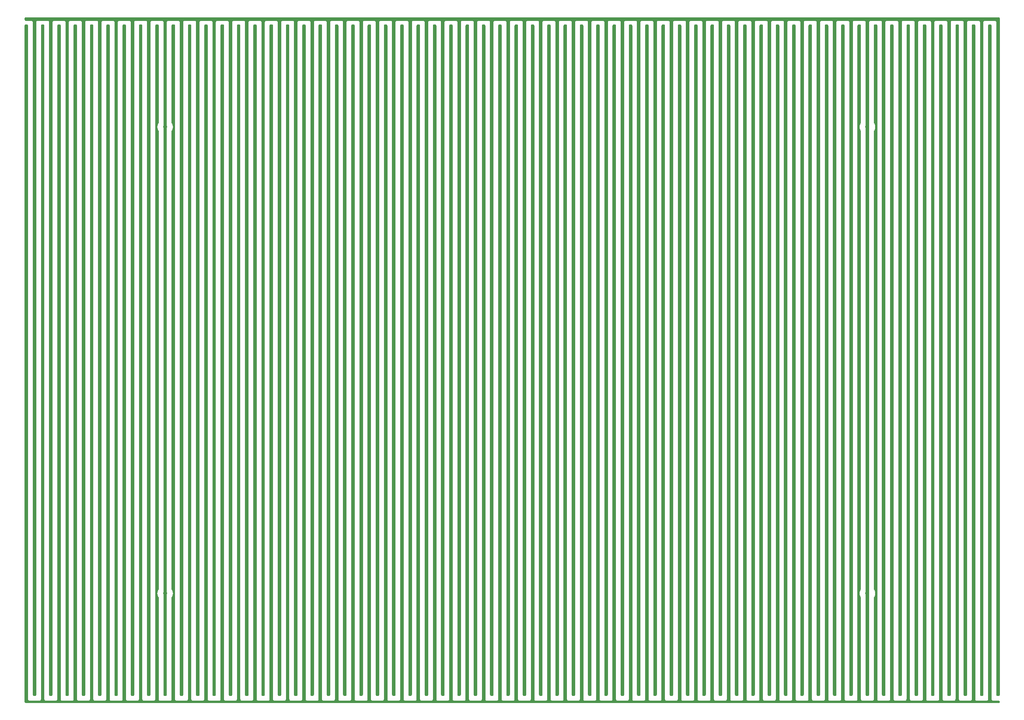
<source format=gtl>
G04 #@! TF.GenerationSoftware,KiCad,Pcbnew,5.0.1*
G04 #@! TF.CreationDate,2019-02-24T21:27:12+01:00*
G04 #@! TF.ProjectId,Statikplatte,53746174696B706C617474652E6B6963,rev?*
G04 #@! TF.SameCoordinates,Original*
G04 #@! TF.FileFunction,Copper,L1,Top,Signal*
G04 #@! TF.FilePolarity,Positive*
%FSLAX46Y46*%
G04 Gerber Fmt 4.6, Leading zero omitted, Abs format (unit mm)*
G04 Created by KiCad (PCBNEW 5.0.1) date So 24 Feb 2019 21:27:12 CET*
%MOMM*%
%LPD*%
G01*
G04 APERTURE LIST*
G04 #@! TA.AperFunction,ViaPad*
%ADD10O,0.900000X0.900000*%
G04 #@! TD*
G04 #@! TA.AperFunction,ViaPad*
%ADD11C,0.600000*%
G04 #@! TD*
G04 #@! TA.AperFunction,Conductor*
%ADD12C,0.254000*%
G04 #@! TD*
G04 APERTURE END LIST*
D10*
G04 #@! TO.N,/GNDE*
G04 #@! TO.C,J14*
X45625000Y-139000000D03*
G04 #@! TD*
G04 #@! TO.N,/GNDE*
G04 #@! TO.C,J11*
X196125000Y-39000000D03*
G04 #@! TD*
G04 #@! TO.N,/GNDE*
G04 #@! TO.C,J12*
X196125000Y-139000000D03*
G04 #@! TD*
G04 #@! TO.N,/GNDE*
G04 #@! TO.C,J13*
X45625000Y-39000000D03*
G04 #@! TD*
D11*
G04 #@! TO.N,/HV*
X134880000Y-162100000D03*
X134890000Y-21060000D03*
G04 #@! TO.N,/GNDE*
X105110000Y-15910000D03*
X105120000Y-156250000D03*
G04 #@! TD*
D12*
G04 #@! TO.N,/GNDE*
G36*
X224265251Y-15642467D02*
X224320570Y-15679430D01*
X224357533Y-15734749D01*
X224373000Y-15812509D01*
X224373000Y-160687491D01*
X224357533Y-160765251D01*
X224320570Y-160820570D01*
X224265251Y-160857533D01*
X224187491Y-160873000D01*
X224062509Y-160873000D01*
X223984749Y-160857533D01*
X223929430Y-160820570D01*
X223892467Y-160765251D01*
X223877000Y-160687491D01*
X223877000Y-16550000D01*
X223874560Y-16525224D01*
X223851724Y-16410419D01*
X223844497Y-16386594D01*
X223832761Y-16364637D01*
X223767729Y-16267310D01*
X223751934Y-16248065D01*
X223732690Y-16232271D01*
X223635363Y-16167239D01*
X223613406Y-16155503D01*
X223589581Y-16148276D01*
X223474776Y-16125440D01*
X223450000Y-16123000D01*
X221300000Y-16123000D01*
X221275224Y-16125440D01*
X221160419Y-16148276D01*
X221136594Y-16155503D01*
X221114637Y-16167239D01*
X221017310Y-16232271D01*
X220998065Y-16248066D01*
X220982271Y-16267310D01*
X220917239Y-16364637D01*
X220905503Y-16386594D01*
X220898276Y-16410419D01*
X220875440Y-16525224D01*
X220873000Y-16550000D01*
X220873000Y-160687491D01*
X220857533Y-160765251D01*
X220820570Y-160820570D01*
X220765251Y-160857533D01*
X220687491Y-160873000D01*
X220562509Y-160873000D01*
X220484749Y-160857533D01*
X220429430Y-160820570D01*
X220392467Y-160765251D01*
X220377000Y-160687491D01*
X220377000Y-16550000D01*
X220374560Y-16525224D01*
X220351724Y-16410419D01*
X220344497Y-16386594D01*
X220332761Y-16364637D01*
X220267729Y-16267310D01*
X220251934Y-16248065D01*
X220232690Y-16232271D01*
X220135363Y-16167239D01*
X220113406Y-16155503D01*
X220089581Y-16148276D01*
X219974776Y-16125440D01*
X219950000Y-16123000D01*
X217800000Y-16123000D01*
X217775224Y-16125440D01*
X217660419Y-16148276D01*
X217636594Y-16155503D01*
X217614637Y-16167239D01*
X217517310Y-16232271D01*
X217498065Y-16248066D01*
X217482271Y-16267310D01*
X217417239Y-16364637D01*
X217405503Y-16386594D01*
X217398276Y-16410419D01*
X217375440Y-16525224D01*
X217373000Y-16550000D01*
X217373000Y-160687491D01*
X217357533Y-160765251D01*
X217320570Y-160820570D01*
X217265251Y-160857533D01*
X217187491Y-160873000D01*
X217062509Y-160873000D01*
X216984749Y-160857533D01*
X216929430Y-160820570D01*
X216892467Y-160765251D01*
X216877000Y-160687491D01*
X216877000Y-16550000D01*
X216874560Y-16525224D01*
X216851724Y-16410419D01*
X216844497Y-16386594D01*
X216832761Y-16364637D01*
X216767729Y-16267310D01*
X216751934Y-16248065D01*
X216732690Y-16232271D01*
X216635363Y-16167239D01*
X216613406Y-16155503D01*
X216589581Y-16148276D01*
X216474776Y-16125440D01*
X216450000Y-16123000D01*
X214300000Y-16123000D01*
X214275224Y-16125440D01*
X214160419Y-16148276D01*
X214136594Y-16155503D01*
X214114637Y-16167239D01*
X214017310Y-16232271D01*
X213998065Y-16248066D01*
X213982271Y-16267310D01*
X213917239Y-16364637D01*
X213905503Y-16386594D01*
X213898276Y-16410419D01*
X213875440Y-16525224D01*
X213873000Y-16550000D01*
X213873000Y-160687491D01*
X213857533Y-160765251D01*
X213820570Y-160820570D01*
X213765251Y-160857533D01*
X213687491Y-160873000D01*
X213562509Y-160873000D01*
X213484749Y-160857533D01*
X213429430Y-160820570D01*
X213392467Y-160765251D01*
X213377000Y-160687491D01*
X213377000Y-16550000D01*
X213374560Y-16525224D01*
X213351724Y-16410419D01*
X213344497Y-16386594D01*
X213332761Y-16364637D01*
X213267729Y-16267310D01*
X213251934Y-16248065D01*
X213232690Y-16232271D01*
X213135363Y-16167239D01*
X213113406Y-16155503D01*
X213089581Y-16148276D01*
X212974776Y-16125440D01*
X212950000Y-16123000D01*
X210800000Y-16123000D01*
X210775224Y-16125440D01*
X210660419Y-16148276D01*
X210636594Y-16155503D01*
X210614637Y-16167239D01*
X210517310Y-16232271D01*
X210498065Y-16248066D01*
X210482271Y-16267310D01*
X210417239Y-16364637D01*
X210405503Y-16386594D01*
X210398276Y-16410419D01*
X210375440Y-16525224D01*
X210373000Y-16550000D01*
X210373000Y-160687491D01*
X210357533Y-160765251D01*
X210320570Y-160820570D01*
X210265251Y-160857533D01*
X210187491Y-160873000D01*
X210062509Y-160873000D01*
X209984749Y-160857533D01*
X209929430Y-160820570D01*
X209892467Y-160765251D01*
X209877000Y-160687491D01*
X209877000Y-16550000D01*
X209874560Y-16525224D01*
X209851724Y-16410419D01*
X209844497Y-16386594D01*
X209832761Y-16364637D01*
X209767729Y-16267310D01*
X209751934Y-16248065D01*
X209732690Y-16232271D01*
X209635363Y-16167239D01*
X209613406Y-16155503D01*
X209589581Y-16148276D01*
X209474776Y-16125440D01*
X209450000Y-16123000D01*
X207300000Y-16123000D01*
X207275224Y-16125440D01*
X207160419Y-16148276D01*
X207136594Y-16155503D01*
X207114637Y-16167239D01*
X207017310Y-16232271D01*
X206998065Y-16248066D01*
X206982271Y-16267310D01*
X206917239Y-16364637D01*
X206905503Y-16386594D01*
X206898276Y-16410419D01*
X206875440Y-16525224D01*
X206873000Y-16550000D01*
X206873000Y-160687491D01*
X206857533Y-160765251D01*
X206820570Y-160820570D01*
X206765251Y-160857533D01*
X206687491Y-160873000D01*
X206562509Y-160873000D01*
X206484749Y-160857533D01*
X206429430Y-160820570D01*
X206392467Y-160765251D01*
X206377000Y-160687491D01*
X206377000Y-16550000D01*
X206374560Y-16525224D01*
X206351724Y-16410419D01*
X206344497Y-16386594D01*
X206332761Y-16364637D01*
X206267729Y-16267310D01*
X206251934Y-16248065D01*
X206232690Y-16232271D01*
X206135363Y-16167239D01*
X206113406Y-16155503D01*
X206089581Y-16148276D01*
X205974776Y-16125440D01*
X205950000Y-16123000D01*
X203800000Y-16123000D01*
X203775224Y-16125440D01*
X203660419Y-16148276D01*
X203636594Y-16155503D01*
X203614637Y-16167239D01*
X203517310Y-16232271D01*
X203498065Y-16248066D01*
X203482271Y-16267310D01*
X203417239Y-16364637D01*
X203405503Y-16386594D01*
X203398276Y-16410419D01*
X203375440Y-16525224D01*
X203373000Y-16550000D01*
X203373000Y-160687491D01*
X203357533Y-160765251D01*
X203320570Y-160820570D01*
X203265251Y-160857533D01*
X203187491Y-160873000D01*
X203062509Y-160873000D01*
X202984749Y-160857533D01*
X202929430Y-160820570D01*
X202892467Y-160765251D01*
X202877000Y-160687491D01*
X202877000Y-16550000D01*
X202874560Y-16525224D01*
X202851724Y-16410419D01*
X202844497Y-16386594D01*
X202832761Y-16364637D01*
X202767729Y-16267310D01*
X202751934Y-16248065D01*
X202732690Y-16232271D01*
X202635363Y-16167239D01*
X202613406Y-16155503D01*
X202589581Y-16148276D01*
X202474776Y-16125440D01*
X202450000Y-16123000D01*
X200300000Y-16123000D01*
X200275224Y-16125440D01*
X200160419Y-16148276D01*
X200136594Y-16155503D01*
X200114637Y-16167239D01*
X200017310Y-16232271D01*
X199998065Y-16248066D01*
X199982271Y-16267310D01*
X199917239Y-16364637D01*
X199905503Y-16386594D01*
X199898276Y-16410419D01*
X199875440Y-16525224D01*
X199873000Y-16550000D01*
X199873000Y-160687491D01*
X199857533Y-160765251D01*
X199820570Y-160820570D01*
X199765251Y-160857533D01*
X199687491Y-160873000D01*
X199562509Y-160873000D01*
X199484749Y-160857533D01*
X199429430Y-160820570D01*
X199392467Y-160765251D01*
X199377000Y-160687491D01*
X199377000Y-16550000D01*
X199374560Y-16525224D01*
X199351724Y-16410419D01*
X199344497Y-16386594D01*
X199332761Y-16364637D01*
X199267729Y-16267310D01*
X199251934Y-16248065D01*
X199232690Y-16232271D01*
X199135363Y-16167239D01*
X199113406Y-16155503D01*
X199089581Y-16148276D01*
X198974776Y-16125440D01*
X198950000Y-16123000D01*
X196800000Y-16123000D01*
X196775224Y-16125440D01*
X196660419Y-16148276D01*
X196636594Y-16155503D01*
X196614637Y-16167239D01*
X196517310Y-16232271D01*
X196498065Y-16248066D01*
X196482271Y-16267310D01*
X196417239Y-16364637D01*
X196405503Y-16386594D01*
X196398276Y-16410419D01*
X196375440Y-16525224D01*
X196373000Y-16550000D01*
X196373000Y-160687491D01*
X196357533Y-160765251D01*
X196320570Y-160820570D01*
X196265251Y-160857533D01*
X196187491Y-160873000D01*
X196062509Y-160873000D01*
X195984749Y-160857533D01*
X195929430Y-160820570D01*
X195892467Y-160765251D01*
X195877000Y-160687491D01*
X195877000Y-16550000D01*
X195874560Y-16525224D01*
X195851724Y-16410419D01*
X195844497Y-16386594D01*
X195832761Y-16364637D01*
X195767729Y-16267310D01*
X195751934Y-16248065D01*
X195732690Y-16232271D01*
X195635363Y-16167239D01*
X195613406Y-16155503D01*
X195589581Y-16148276D01*
X195474776Y-16125440D01*
X195450000Y-16123000D01*
X193300000Y-16123000D01*
X193275224Y-16125440D01*
X193160419Y-16148276D01*
X193136594Y-16155503D01*
X193114637Y-16167239D01*
X193017310Y-16232271D01*
X192998065Y-16248066D01*
X192982271Y-16267310D01*
X192917239Y-16364637D01*
X192905503Y-16386594D01*
X192898276Y-16410419D01*
X192875440Y-16525224D01*
X192873000Y-16550000D01*
X192873000Y-160687491D01*
X192857533Y-160765251D01*
X192820570Y-160820570D01*
X192765251Y-160857533D01*
X192687491Y-160873000D01*
X192562509Y-160873000D01*
X192484749Y-160857533D01*
X192429430Y-160820570D01*
X192392467Y-160765251D01*
X192377000Y-160687491D01*
X192377000Y-16550000D01*
X192374560Y-16525224D01*
X192351724Y-16410419D01*
X192344497Y-16386594D01*
X192332761Y-16364637D01*
X192267729Y-16267310D01*
X192251934Y-16248065D01*
X192232690Y-16232271D01*
X192135363Y-16167239D01*
X192113406Y-16155503D01*
X192089581Y-16148276D01*
X191974776Y-16125440D01*
X191950000Y-16123000D01*
X189800000Y-16123000D01*
X189775224Y-16125440D01*
X189660419Y-16148276D01*
X189636594Y-16155503D01*
X189614637Y-16167239D01*
X189517310Y-16232271D01*
X189498065Y-16248066D01*
X189482271Y-16267310D01*
X189417239Y-16364637D01*
X189405503Y-16386594D01*
X189398276Y-16410419D01*
X189375440Y-16525224D01*
X189373000Y-16550000D01*
X189373000Y-160687491D01*
X189357533Y-160765251D01*
X189320570Y-160820570D01*
X189265251Y-160857533D01*
X189187491Y-160873000D01*
X189062509Y-160873000D01*
X188984749Y-160857533D01*
X188929430Y-160820570D01*
X188892467Y-160765251D01*
X188877000Y-160687491D01*
X188877000Y-16550000D01*
X188874560Y-16525224D01*
X188851724Y-16410419D01*
X188844497Y-16386594D01*
X188832761Y-16364637D01*
X188767729Y-16267310D01*
X188751934Y-16248065D01*
X188732690Y-16232271D01*
X188635363Y-16167239D01*
X188613406Y-16155503D01*
X188589581Y-16148276D01*
X188474776Y-16125440D01*
X188450000Y-16123000D01*
X186300000Y-16123000D01*
X186275224Y-16125440D01*
X186160419Y-16148276D01*
X186136594Y-16155503D01*
X186114637Y-16167239D01*
X186017310Y-16232271D01*
X185998065Y-16248066D01*
X185982271Y-16267310D01*
X185917239Y-16364637D01*
X185905503Y-16386594D01*
X185898276Y-16410419D01*
X185875440Y-16525224D01*
X185873000Y-16550000D01*
X185873000Y-160687491D01*
X185857533Y-160765251D01*
X185820570Y-160820570D01*
X185765251Y-160857533D01*
X185687491Y-160873000D01*
X185562509Y-160873000D01*
X185484749Y-160857533D01*
X185429430Y-160820570D01*
X185392467Y-160765251D01*
X185377000Y-160687491D01*
X185377000Y-16550000D01*
X185374560Y-16525224D01*
X185351724Y-16410419D01*
X185344497Y-16386594D01*
X185332761Y-16364637D01*
X185267729Y-16267310D01*
X185251934Y-16248065D01*
X185232690Y-16232271D01*
X185135363Y-16167239D01*
X185113406Y-16155503D01*
X185089581Y-16148276D01*
X184974776Y-16125440D01*
X184950000Y-16123000D01*
X182800000Y-16123000D01*
X182775224Y-16125440D01*
X182660419Y-16148276D01*
X182636594Y-16155503D01*
X182614637Y-16167239D01*
X182517310Y-16232271D01*
X182498065Y-16248066D01*
X182482271Y-16267310D01*
X182417239Y-16364637D01*
X182405503Y-16386594D01*
X182398276Y-16410419D01*
X182375440Y-16525224D01*
X182373000Y-16550000D01*
X182373000Y-160687491D01*
X182357533Y-160765251D01*
X182320570Y-160820570D01*
X182265251Y-160857533D01*
X182187491Y-160873000D01*
X182062509Y-160873000D01*
X181984749Y-160857533D01*
X181929430Y-160820570D01*
X181892467Y-160765251D01*
X181877000Y-160687491D01*
X181877000Y-16550000D01*
X181874560Y-16525224D01*
X181851724Y-16410419D01*
X181844497Y-16386594D01*
X181832761Y-16364637D01*
X181767729Y-16267310D01*
X181751934Y-16248065D01*
X181732690Y-16232271D01*
X181635363Y-16167239D01*
X181613406Y-16155503D01*
X181589581Y-16148276D01*
X181474776Y-16125440D01*
X181450000Y-16123000D01*
X179300000Y-16123000D01*
X179275224Y-16125440D01*
X179160419Y-16148276D01*
X179136594Y-16155503D01*
X179114637Y-16167239D01*
X179017310Y-16232271D01*
X178998065Y-16248066D01*
X178982271Y-16267310D01*
X178917239Y-16364637D01*
X178905503Y-16386594D01*
X178898276Y-16410419D01*
X178875440Y-16525224D01*
X178873000Y-16550000D01*
X178873000Y-160687491D01*
X178857533Y-160765251D01*
X178820570Y-160820570D01*
X178765251Y-160857533D01*
X178687491Y-160873000D01*
X178562509Y-160873000D01*
X178484749Y-160857533D01*
X178429430Y-160820570D01*
X178392467Y-160765251D01*
X178377000Y-160687491D01*
X178377000Y-16550000D01*
X178374560Y-16525224D01*
X178351724Y-16410419D01*
X178344497Y-16386594D01*
X178332761Y-16364637D01*
X178267729Y-16267310D01*
X178251934Y-16248065D01*
X178232690Y-16232271D01*
X178135363Y-16167239D01*
X178113406Y-16155503D01*
X178089581Y-16148276D01*
X177974776Y-16125440D01*
X177950000Y-16123000D01*
X175800000Y-16123000D01*
X175775224Y-16125440D01*
X175660419Y-16148276D01*
X175636594Y-16155503D01*
X175614637Y-16167239D01*
X175517310Y-16232271D01*
X175498065Y-16248066D01*
X175482271Y-16267310D01*
X175417239Y-16364637D01*
X175405503Y-16386594D01*
X175398276Y-16410419D01*
X175375440Y-16525224D01*
X175373000Y-16550000D01*
X175373000Y-160687491D01*
X175357533Y-160765251D01*
X175320570Y-160820570D01*
X175265251Y-160857533D01*
X175187491Y-160873000D01*
X175062509Y-160873000D01*
X174984749Y-160857533D01*
X174929430Y-160820570D01*
X174892467Y-160765251D01*
X174877000Y-160687491D01*
X174877000Y-16550000D01*
X174874560Y-16525224D01*
X174851724Y-16410419D01*
X174844497Y-16386594D01*
X174832761Y-16364637D01*
X174767729Y-16267310D01*
X174751934Y-16248065D01*
X174732690Y-16232271D01*
X174635363Y-16167239D01*
X174613406Y-16155503D01*
X174589581Y-16148276D01*
X174474776Y-16125440D01*
X174450000Y-16123000D01*
X172300000Y-16123000D01*
X172275224Y-16125440D01*
X172160419Y-16148276D01*
X172136594Y-16155503D01*
X172114637Y-16167239D01*
X172017310Y-16232271D01*
X171998065Y-16248066D01*
X171982271Y-16267310D01*
X171917239Y-16364637D01*
X171905503Y-16386594D01*
X171898276Y-16410419D01*
X171875440Y-16525224D01*
X171873000Y-16550000D01*
X171873000Y-160687491D01*
X171857533Y-160765251D01*
X171820570Y-160820570D01*
X171765251Y-160857533D01*
X171687491Y-160873000D01*
X171562509Y-160873000D01*
X171484749Y-160857533D01*
X171429430Y-160820570D01*
X171392467Y-160765251D01*
X171377000Y-160687491D01*
X171377000Y-16550000D01*
X171374560Y-16525224D01*
X171351724Y-16410419D01*
X171344497Y-16386594D01*
X171332761Y-16364637D01*
X171267729Y-16267310D01*
X171251934Y-16248065D01*
X171232690Y-16232271D01*
X171135363Y-16167239D01*
X171113406Y-16155503D01*
X171089581Y-16148276D01*
X170974776Y-16125440D01*
X170950000Y-16123000D01*
X168800000Y-16123000D01*
X168775224Y-16125440D01*
X168660419Y-16148276D01*
X168636594Y-16155503D01*
X168614637Y-16167239D01*
X168517310Y-16232271D01*
X168498065Y-16248066D01*
X168482271Y-16267310D01*
X168417239Y-16364637D01*
X168405503Y-16386594D01*
X168398276Y-16410419D01*
X168375440Y-16525224D01*
X168373000Y-16550000D01*
X168373000Y-160687491D01*
X168357533Y-160765251D01*
X168320570Y-160820570D01*
X168265251Y-160857533D01*
X168187491Y-160873000D01*
X168062509Y-160873000D01*
X167984749Y-160857533D01*
X167929430Y-160820570D01*
X167892467Y-160765251D01*
X167877000Y-160687491D01*
X167877000Y-16550000D01*
X167874560Y-16525224D01*
X167851724Y-16410419D01*
X167844497Y-16386594D01*
X167832761Y-16364637D01*
X167767729Y-16267310D01*
X167751934Y-16248065D01*
X167732690Y-16232271D01*
X167635363Y-16167239D01*
X167613406Y-16155503D01*
X167589581Y-16148276D01*
X167474776Y-16125440D01*
X167450000Y-16123000D01*
X165300000Y-16123000D01*
X165275224Y-16125440D01*
X165160419Y-16148276D01*
X165136594Y-16155503D01*
X165114637Y-16167239D01*
X165017310Y-16232271D01*
X164998065Y-16248066D01*
X164982271Y-16267310D01*
X164917239Y-16364637D01*
X164905503Y-16386594D01*
X164898276Y-16410419D01*
X164875440Y-16525224D01*
X164873000Y-16550000D01*
X164873000Y-160687491D01*
X164857533Y-160765251D01*
X164820570Y-160820570D01*
X164765251Y-160857533D01*
X164687491Y-160873000D01*
X164562509Y-160873000D01*
X164484749Y-160857533D01*
X164429430Y-160820570D01*
X164392467Y-160765251D01*
X164377000Y-160687491D01*
X164377000Y-16550000D01*
X164374560Y-16525224D01*
X164351724Y-16410419D01*
X164344497Y-16386594D01*
X164332761Y-16364637D01*
X164267729Y-16267310D01*
X164251934Y-16248065D01*
X164232690Y-16232271D01*
X164135363Y-16167239D01*
X164113406Y-16155503D01*
X164089581Y-16148276D01*
X163974776Y-16125440D01*
X163950000Y-16123000D01*
X161800000Y-16123000D01*
X161775224Y-16125440D01*
X161660419Y-16148276D01*
X161636594Y-16155503D01*
X161614637Y-16167239D01*
X161517310Y-16232271D01*
X161498065Y-16248066D01*
X161482271Y-16267310D01*
X161417239Y-16364637D01*
X161405503Y-16386594D01*
X161398276Y-16410419D01*
X161375440Y-16525224D01*
X161373000Y-16550000D01*
X161373000Y-160687491D01*
X161357533Y-160765251D01*
X161320570Y-160820570D01*
X161265251Y-160857533D01*
X161187491Y-160873000D01*
X161062509Y-160873000D01*
X160984749Y-160857533D01*
X160929430Y-160820570D01*
X160892467Y-160765251D01*
X160877000Y-160687491D01*
X160877000Y-16550000D01*
X160874560Y-16525224D01*
X160851724Y-16410419D01*
X160844497Y-16386594D01*
X160832761Y-16364637D01*
X160767729Y-16267310D01*
X160751934Y-16248065D01*
X160732690Y-16232271D01*
X160635363Y-16167239D01*
X160613406Y-16155503D01*
X160589581Y-16148276D01*
X160474776Y-16125440D01*
X160450000Y-16123000D01*
X158300000Y-16123000D01*
X158275224Y-16125440D01*
X158160419Y-16148276D01*
X158136594Y-16155503D01*
X158114637Y-16167239D01*
X158017310Y-16232271D01*
X157998065Y-16248066D01*
X157982271Y-16267310D01*
X157917239Y-16364637D01*
X157905503Y-16386594D01*
X157898276Y-16410419D01*
X157875440Y-16525224D01*
X157873000Y-16550000D01*
X157873000Y-160687491D01*
X157857533Y-160765251D01*
X157820570Y-160820570D01*
X157765251Y-160857533D01*
X157687491Y-160873000D01*
X157562509Y-160873000D01*
X157484749Y-160857533D01*
X157429430Y-160820570D01*
X157392467Y-160765251D01*
X157377000Y-160687491D01*
X157377000Y-16550000D01*
X157374560Y-16525224D01*
X157351724Y-16410419D01*
X157344497Y-16386594D01*
X157332761Y-16364637D01*
X157267729Y-16267310D01*
X157251934Y-16248065D01*
X157232690Y-16232271D01*
X157135363Y-16167239D01*
X157113406Y-16155503D01*
X157089581Y-16148276D01*
X156974776Y-16125440D01*
X156950000Y-16123000D01*
X154800000Y-16123000D01*
X154775224Y-16125440D01*
X154660419Y-16148276D01*
X154636594Y-16155503D01*
X154614637Y-16167239D01*
X154517310Y-16232271D01*
X154498065Y-16248066D01*
X154482271Y-16267310D01*
X154417239Y-16364637D01*
X154405503Y-16386594D01*
X154398276Y-16410419D01*
X154375440Y-16525224D01*
X154373000Y-16550000D01*
X154373000Y-160687491D01*
X154357533Y-160765251D01*
X154320570Y-160820570D01*
X154265251Y-160857533D01*
X154187491Y-160873000D01*
X154062509Y-160873000D01*
X153984749Y-160857533D01*
X153929430Y-160820570D01*
X153892467Y-160765251D01*
X153877000Y-160687491D01*
X153877000Y-16550000D01*
X153874560Y-16525224D01*
X153851724Y-16410419D01*
X153844497Y-16386594D01*
X153832761Y-16364637D01*
X153767729Y-16267310D01*
X153751934Y-16248065D01*
X153732690Y-16232271D01*
X153635363Y-16167239D01*
X153613406Y-16155503D01*
X153589581Y-16148276D01*
X153474776Y-16125440D01*
X153450000Y-16123000D01*
X151300000Y-16123000D01*
X151275224Y-16125440D01*
X151160419Y-16148276D01*
X151136594Y-16155503D01*
X151114637Y-16167239D01*
X151017310Y-16232271D01*
X150998065Y-16248066D01*
X150982271Y-16267310D01*
X150917239Y-16364637D01*
X150905503Y-16386594D01*
X150898276Y-16410419D01*
X150875440Y-16525224D01*
X150873000Y-16550000D01*
X150873000Y-160687491D01*
X150857533Y-160765251D01*
X150820570Y-160820570D01*
X150765251Y-160857533D01*
X150687491Y-160873000D01*
X150562509Y-160873000D01*
X150484749Y-160857533D01*
X150429430Y-160820570D01*
X150392467Y-160765251D01*
X150377000Y-160687491D01*
X150377000Y-16550000D01*
X150374560Y-16525224D01*
X150351724Y-16410419D01*
X150344497Y-16386594D01*
X150332761Y-16364637D01*
X150267729Y-16267310D01*
X150251934Y-16248065D01*
X150232690Y-16232271D01*
X150135363Y-16167239D01*
X150113406Y-16155503D01*
X150089581Y-16148276D01*
X149974776Y-16125440D01*
X149950000Y-16123000D01*
X147800000Y-16123000D01*
X147775224Y-16125440D01*
X147660419Y-16148276D01*
X147636594Y-16155503D01*
X147614637Y-16167239D01*
X147517310Y-16232271D01*
X147498065Y-16248066D01*
X147482271Y-16267310D01*
X147417239Y-16364637D01*
X147405503Y-16386594D01*
X147398276Y-16410419D01*
X147375440Y-16525224D01*
X147373000Y-16550000D01*
X147373000Y-160687491D01*
X147357533Y-160765251D01*
X147320570Y-160820570D01*
X147265251Y-160857533D01*
X147187491Y-160873000D01*
X147062509Y-160873000D01*
X146984749Y-160857533D01*
X146929430Y-160820570D01*
X146892467Y-160765251D01*
X146877000Y-160687491D01*
X146877000Y-16550000D01*
X146874560Y-16525224D01*
X146851724Y-16410419D01*
X146844497Y-16386594D01*
X146832761Y-16364637D01*
X146767729Y-16267310D01*
X146751934Y-16248065D01*
X146732690Y-16232271D01*
X146635363Y-16167239D01*
X146613406Y-16155503D01*
X146589581Y-16148276D01*
X146474776Y-16125440D01*
X146450000Y-16123000D01*
X144300000Y-16123000D01*
X144275224Y-16125440D01*
X144160419Y-16148276D01*
X144136594Y-16155503D01*
X144114637Y-16167239D01*
X144017310Y-16232271D01*
X143998065Y-16248066D01*
X143982271Y-16267310D01*
X143917239Y-16364637D01*
X143905503Y-16386594D01*
X143898276Y-16410419D01*
X143875440Y-16525224D01*
X143873000Y-16550000D01*
X143873000Y-160687491D01*
X143857533Y-160765251D01*
X143820570Y-160820570D01*
X143765251Y-160857533D01*
X143687491Y-160873000D01*
X143562509Y-160873000D01*
X143484749Y-160857533D01*
X143429430Y-160820570D01*
X143392467Y-160765251D01*
X143377000Y-160687491D01*
X143377000Y-16550000D01*
X143374560Y-16525224D01*
X143351724Y-16410419D01*
X143344497Y-16386594D01*
X143332761Y-16364637D01*
X143267729Y-16267310D01*
X143251934Y-16248065D01*
X143232690Y-16232271D01*
X143135363Y-16167239D01*
X143113406Y-16155503D01*
X143089581Y-16148276D01*
X142974776Y-16125440D01*
X142950000Y-16123000D01*
X140800000Y-16123000D01*
X140775224Y-16125440D01*
X140660419Y-16148276D01*
X140636594Y-16155503D01*
X140614637Y-16167239D01*
X140517310Y-16232271D01*
X140498065Y-16248066D01*
X140482271Y-16267310D01*
X140417239Y-16364637D01*
X140405503Y-16386594D01*
X140398276Y-16410419D01*
X140375440Y-16525224D01*
X140373000Y-16550000D01*
X140373000Y-160687491D01*
X140357533Y-160765251D01*
X140320570Y-160820570D01*
X140265251Y-160857533D01*
X140187491Y-160873000D01*
X140062509Y-160873000D01*
X139984749Y-160857533D01*
X139929430Y-160820570D01*
X139892467Y-160765251D01*
X139877000Y-160687491D01*
X139877000Y-16550000D01*
X139874560Y-16525224D01*
X139851724Y-16410419D01*
X139844497Y-16386594D01*
X139832761Y-16364637D01*
X139767729Y-16267310D01*
X139751934Y-16248065D01*
X139732690Y-16232271D01*
X139635363Y-16167239D01*
X139613406Y-16155503D01*
X139589581Y-16148276D01*
X139474776Y-16125440D01*
X139450000Y-16123000D01*
X137300000Y-16123000D01*
X137275224Y-16125440D01*
X137160419Y-16148276D01*
X137136594Y-16155503D01*
X137114637Y-16167239D01*
X137017310Y-16232271D01*
X136998065Y-16248066D01*
X136982271Y-16267310D01*
X136917239Y-16364637D01*
X136905503Y-16386594D01*
X136898276Y-16410419D01*
X136875440Y-16525224D01*
X136873000Y-16550000D01*
X136873000Y-160687491D01*
X136857533Y-160765251D01*
X136820570Y-160820570D01*
X136765251Y-160857533D01*
X136687491Y-160873000D01*
X136562509Y-160873000D01*
X136484749Y-160857533D01*
X136429430Y-160820570D01*
X136392467Y-160765251D01*
X136377000Y-160687491D01*
X136377000Y-16550000D01*
X136374560Y-16525224D01*
X136351724Y-16410419D01*
X136344497Y-16386594D01*
X136332761Y-16364637D01*
X136267729Y-16267310D01*
X136251934Y-16248065D01*
X136232690Y-16232271D01*
X136135363Y-16167239D01*
X136113406Y-16155503D01*
X136089581Y-16148276D01*
X135974776Y-16125440D01*
X135950000Y-16123000D01*
X133800000Y-16123000D01*
X133775224Y-16125440D01*
X133660419Y-16148276D01*
X133636594Y-16155503D01*
X133614637Y-16167239D01*
X133517310Y-16232271D01*
X133498065Y-16248066D01*
X133482271Y-16267310D01*
X133417239Y-16364637D01*
X133405503Y-16386594D01*
X133398276Y-16410419D01*
X133375440Y-16525224D01*
X133373000Y-16550000D01*
X133373000Y-160687491D01*
X133357533Y-160765251D01*
X133320570Y-160820570D01*
X133265251Y-160857533D01*
X133187491Y-160873000D01*
X133062509Y-160873000D01*
X132984749Y-160857533D01*
X132929430Y-160820570D01*
X132892467Y-160765251D01*
X132877000Y-160687491D01*
X132877000Y-16550000D01*
X132874560Y-16525224D01*
X132851724Y-16410419D01*
X132844497Y-16386594D01*
X132832761Y-16364637D01*
X132767729Y-16267310D01*
X132751934Y-16248065D01*
X132732690Y-16232271D01*
X132635363Y-16167239D01*
X132613406Y-16155503D01*
X132589581Y-16148276D01*
X132474776Y-16125440D01*
X132450000Y-16123000D01*
X130300000Y-16123000D01*
X130275224Y-16125440D01*
X130160419Y-16148276D01*
X130136594Y-16155503D01*
X130114637Y-16167239D01*
X130017310Y-16232271D01*
X129998065Y-16248066D01*
X129982271Y-16267310D01*
X129917239Y-16364637D01*
X129905503Y-16386594D01*
X129898276Y-16410419D01*
X129875440Y-16525224D01*
X129873000Y-16550000D01*
X129873000Y-160687491D01*
X129857533Y-160765251D01*
X129820570Y-160820570D01*
X129765251Y-160857533D01*
X129687491Y-160873000D01*
X129562509Y-160873000D01*
X129484749Y-160857533D01*
X129429430Y-160820570D01*
X129392467Y-160765251D01*
X129377000Y-160687491D01*
X129377000Y-16550000D01*
X129374560Y-16525224D01*
X129351724Y-16410419D01*
X129344497Y-16386594D01*
X129332761Y-16364637D01*
X129267729Y-16267310D01*
X129251934Y-16248065D01*
X129232690Y-16232271D01*
X129135363Y-16167239D01*
X129113406Y-16155503D01*
X129089581Y-16148276D01*
X128974776Y-16125440D01*
X128950000Y-16123000D01*
X126800000Y-16123000D01*
X126775224Y-16125440D01*
X126660419Y-16148276D01*
X126636594Y-16155503D01*
X126614637Y-16167239D01*
X126517310Y-16232271D01*
X126498065Y-16248066D01*
X126482271Y-16267310D01*
X126417239Y-16364637D01*
X126405503Y-16386594D01*
X126398276Y-16410419D01*
X126375440Y-16525224D01*
X126373000Y-16550000D01*
X126373000Y-160687491D01*
X126357533Y-160765251D01*
X126320570Y-160820570D01*
X126265251Y-160857533D01*
X126187491Y-160873000D01*
X126062509Y-160873000D01*
X125984749Y-160857533D01*
X125929430Y-160820570D01*
X125892467Y-160765251D01*
X125877000Y-160687491D01*
X125877000Y-16550000D01*
X125874560Y-16525224D01*
X125851724Y-16410419D01*
X125844497Y-16386594D01*
X125832761Y-16364637D01*
X125767729Y-16267310D01*
X125751934Y-16248065D01*
X125732690Y-16232271D01*
X125635363Y-16167239D01*
X125613406Y-16155503D01*
X125589581Y-16148276D01*
X125474776Y-16125440D01*
X125450000Y-16123000D01*
X123300000Y-16123000D01*
X123275224Y-16125440D01*
X123160419Y-16148276D01*
X123136594Y-16155503D01*
X123114637Y-16167239D01*
X123017310Y-16232271D01*
X122998065Y-16248066D01*
X122982271Y-16267310D01*
X122917239Y-16364637D01*
X122905503Y-16386594D01*
X122898276Y-16410419D01*
X122875440Y-16525224D01*
X122873000Y-16550000D01*
X122873000Y-160687491D01*
X122857533Y-160765251D01*
X122820570Y-160820570D01*
X122765251Y-160857533D01*
X122687491Y-160873000D01*
X122562509Y-160873000D01*
X122484749Y-160857533D01*
X122429430Y-160820570D01*
X122392467Y-160765251D01*
X122377000Y-160687491D01*
X122377000Y-16550000D01*
X122374560Y-16525224D01*
X122351724Y-16410419D01*
X122344497Y-16386594D01*
X122332761Y-16364637D01*
X122267729Y-16267310D01*
X122251934Y-16248065D01*
X122232690Y-16232271D01*
X122135363Y-16167239D01*
X122113406Y-16155503D01*
X122089581Y-16148276D01*
X121974776Y-16125440D01*
X121950000Y-16123000D01*
X119800000Y-16123000D01*
X119775224Y-16125440D01*
X119660419Y-16148276D01*
X119636594Y-16155503D01*
X119614637Y-16167239D01*
X119517310Y-16232271D01*
X119498065Y-16248066D01*
X119482271Y-16267310D01*
X119417239Y-16364637D01*
X119405503Y-16386594D01*
X119398276Y-16410419D01*
X119375440Y-16525224D01*
X119373000Y-16550000D01*
X119373000Y-160687491D01*
X119357533Y-160765251D01*
X119320570Y-160820570D01*
X119265251Y-160857533D01*
X119187491Y-160873000D01*
X119062509Y-160873000D01*
X118984749Y-160857533D01*
X118929430Y-160820570D01*
X118892467Y-160765251D01*
X118877000Y-160687491D01*
X118877000Y-16550000D01*
X118874560Y-16525224D01*
X118851724Y-16410419D01*
X118844497Y-16386594D01*
X118832761Y-16364637D01*
X118767729Y-16267310D01*
X118751934Y-16248065D01*
X118732690Y-16232271D01*
X118635363Y-16167239D01*
X118613406Y-16155503D01*
X118589581Y-16148276D01*
X118474776Y-16125440D01*
X118450000Y-16123000D01*
X116300000Y-16123000D01*
X116275224Y-16125440D01*
X116160419Y-16148276D01*
X116136594Y-16155503D01*
X116114637Y-16167239D01*
X116017310Y-16232271D01*
X115998065Y-16248066D01*
X115982271Y-16267310D01*
X115917239Y-16364637D01*
X115905503Y-16386594D01*
X115898276Y-16410419D01*
X115875440Y-16525224D01*
X115873000Y-16550000D01*
X115873000Y-160687491D01*
X115857533Y-160765251D01*
X115820570Y-160820570D01*
X115765251Y-160857533D01*
X115687491Y-160873000D01*
X115562509Y-160873000D01*
X115484749Y-160857533D01*
X115429430Y-160820570D01*
X115392467Y-160765251D01*
X115377000Y-160687491D01*
X115377000Y-16550000D01*
X115374560Y-16525224D01*
X115351724Y-16410419D01*
X115344497Y-16386594D01*
X115332761Y-16364637D01*
X115267729Y-16267310D01*
X115251934Y-16248065D01*
X115232690Y-16232271D01*
X115135363Y-16167239D01*
X115113406Y-16155503D01*
X115089581Y-16148276D01*
X114974776Y-16125440D01*
X114950000Y-16123000D01*
X112800000Y-16123000D01*
X112775224Y-16125440D01*
X112660419Y-16148276D01*
X112636594Y-16155503D01*
X112614637Y-16167239D01*
X112517310Y-16232271D01*
X112498065Y-16248066D01*
X112482271Y-16267310D01*
X112417239Y-16364637D01*
X112405503Y-16386594D01*
X112398276Y-16410419D01*
X112375440Y-16525224D01*
X112373000Y-16550000D01*
X112373000Y-160687491D01*
X112357533Y-160765251D01*
X112320570Y-160820570D01*
X112265251Y-160857533D01*
X112187491Y-160873000D01*
X112062509Y-160873000D01*
X111984749Y-160857533D01*
X111929430Y-160820570D01*
X111892467Y-160765251D01*
X111877000Y-160687491D01*
X111877000Y-16550000D01*
X111874560Y-16525224D01*
X111851724Y-16410419D01*
X111844497Y-16386594D01*
X111832761Y-16364637D01*
X111767729Y-16267310D01*
X111751934Y-16248065D01*
X111732690Y-16232271D01*
X111635363Y-16167239D01*
X111613406Y-16155503D01*
X111589581Y-16148276D01*
X111474776Y-16125440D01*
X111450000Y-16123000D01*
X109300000Y-16123000D01*
X109275224Y-16125440D01*
X109160419Y-16148276D01*
X109136594Y-16155503D01*
X109114637Y-16167239D01*
X109017310Y-16232271D01*
X108998065Y-16248066D01*
X108982271Y-16267310D01*
X108917239Y-16364637D01*
X108905503Y-16386594D01*
X108898276Y-16410419D01*
X108875440Y-16525224D01*
X108873000Y-16550000D01*
X108873000Y-160687491D01*
X108857533Y-160765251D01*
X108820570Y-160820570D01*
X108765251Y-160857533D01*
X108687491Y-160873000D01*
X108562509Y-160873000D01*
X108484749Y-160857533D01*
X108429430Y-160820570D01*
X108392467Y-160765251D01*
X108377000Y-160687491D01*
X108377000Y-16550000D01*
X108374560Y-16525224D01*
X108351724Y-16410419D01*
X108344497Y-16386594D01*
X108332761Y-16364637D01*
X108267729Y-16267310D01*
X108251934Y-16248065D01*
X108232690Y-16232271D01*
X108135363Y-16167239D01*
X108113406Y-16155503D01*
X108089581Y-16148276D01*
X107974776Y-16125440D01*
X107950000Y-16123000D01*
X105800000Y-16123000D01*
X105775224Y-16125440D01*
X105660419Y-16148276D01*
X105636594Y-16155503D01*
X105614637Y-16167239D01*
X105517310Y-16232271D01*
X105498065Y-16248066D01*
X105482271Y-16267310D01*
X105417239Y-16364637D01*
X105405503Y-16386594D01*
X105398276Y-16410419D01*
X105375440Y-16525224D01*
X105373000Y-16550000D01*
X105373000Y-160687491D01*
X105357533Y-160765251D01*
X105320570Y-160820570D01*
X105265251Y-160857533D01*
X105187491Y-160873000D01*
X105062509Y-160873000D01*
X104984749Y-160857533D01*
X104929430Y-160820570D01*
X104892467Y-160765251D01*
X104877000Y-160687491D01*
X104877000Y-16550000D01*
X104874560Y-16525224D01*
X104851724Y-16410419D01*
X104844497Y-16386594D01*
X104832761Y-16364637D01*
X104767729Y-16267310D01*
X104751934Y-16248065D01*
X104732690Y-16232271D01*
X104635363Y-16167239D01*
X104613406Y-16155503D01*
X104589581Y-16148276D01*
X104474776Y-16125440D01*
X104450000Y-16123000D01*
X102300000Y-16123000D01*
X102275224Y-16125440D01*
X102160419Y-16148276D01*
X102136594Y-16155503D01*
X102114637Y-16167239D01*
X102017310Y-16232271D01*
X101998065Y-16248066D01*
X101982271Y-16267310D01*
X101917239Y-16364637D01*
X101905503Y-16386594D01*
X101898276Y-16410419D01*
X101875440Y-16525224D01*
X101873000Y-16550000D01*
X101873000Y-160687491D01*
X101857533Y-160765251D01*
X101820570Y-160820570D01*
X101765251Y-160857533D01*
X101687491Y-160873000D01*
X101562509Y-160873000D01*
X101484749Y-160857533D01*
X101429430Y-160820570D01*
X101392467Y-160765251D01*
X101377000Y-160687491D01*
X101377000Y-16550000D01*
X101374560Y-16525224D01*
X101351724Y-16410419D01*
X101344497Y-16386594D01*
X101332761Y-16364637D01*
X101267729Y-16267310D01*
X101251934Y-16248065D01*
X101232690Y-16232271D01*
X101135363Y-16167239D01*
X101113406Y-16155503D01*
X101089581Y-16148276D01*
X100974776Y-16125440D01*
X100950000Y-16123000D01*
X98800000Y-16123000D01*
X98775224Y-16125440D01*
X98660419Y-16148276D01*
X98636594Y-16155503D01*
X98614637Y-16167239D01*
X98517310Y-16232271D01*
X98498065Y-16248066D01*
X98482271Y-16267310D01*
X98417239Y-16364637D01*
X98405503Y-16386594D01*
X98398276Y-16410419D01*
X98375440Y-16525224D01*
X98373000Y-16550000D01*
X98373000Y-160687491D01*
X98357533Y-160765251D01*
X98320570Y-160820570D01*
X98265251Y-160857533D01*
X98187491Y-160873000D01*
X98062509Y-160873000D01*
X97984749Y-160857533D01*
X97929430Y-160820570D01*
X97892467Y-160765251D01*
X97877000Y-160687491D01*
X97877000Y-16550000D01*
X97874560Y-16525224D01*
X97851724Y-16410419D01*
X97844497Y-16386594D01*
X97832761Y-16364637D01*
X97767729Y-16267310D01*
X97751934Y-16248065D01*
X97732690Y-16232271D01*
X97635363Y-16167239D01*
X97613406Y-16155503D01*
X97589581Y-16148276D01*
X97474776Y-16125440D01*
X97450000Y-16123000D01*
X95300000Y-16123000D01*
X95275224Y-16125440D01*
X95160419Y-16148276D01*
X95136594Y-16155503D01*
X95114637Y-16167239D01*
X95017310Y-16232271D01*
X94998065Y-16248066D01*
X94982271Y-16267310D01*
X94917239Y-16364637D01*
X94905503Y-16386594D01*
X94898276Y-16410419D01*
X94875440Y-16525224D01*
X94873000Y-16550000D01*
X94873000Y-160687491D01*
X94857533Y-160765251D01*
X94820570Y-160820570D01*
X94765251Y-160857533D01*
X94687491Y-160873000D01*
X94562509Y-160873000D01*
X94484749Y-160857533D01*
X94429430Y-160820570D01*
X94392467Y-160765251D01*
X94377000Y-160687491D01*
X94377000Y-16550000D01*
X94374560Y-16525224D01*
X94351724Y-16410419D01*
X94344497Y-16386594D01*
X94332761Y-16364637D01*
X94267729Y-16267310D01*
X94251934Y-16248065D01*
X94232690Y-16232271D01*
X94135363Y-16167239D01*
X94113406Y-16155503D01*
X94089581Y-16148276D01*
X93974776Y-16125440D01*
X93950000Y-16123000D01*
X91800000Y-16123000D01*
X91775224Y-16125440D01*
X91660419Y-16148276D01*
X91636594Y-16155503D01*
X91614637Y-16167239D01*
X91517310Y-16232271D01*
X91498065Y-16248066D01*
X91482271Y-16267310D01*
X91417239Y-16364637D01*
X91405503Y-16386594D01*
X91398276Y-16410419D01*
X91375440Y-16525224D01*
X91373000Y-16550000D01*
X91373000Y-160687491D01*
X91357533Y-160765251D01*
X91320570Y-160820570D01*
X91265251Y-160857533D01*
X91187491Y-160873000D01*
X91062509Y-160873000D01*
X90984749Y-160857533D01*
X90929430Y-160820570D01*
X90892467Y-160765251D01*
X90877000Y-160687491D01*
X90877000Y-16550000D01*
X90874560Y-16525224D01*
X90851724Y-16410419D01*
X90844497Y-16386594D01*
X90832761Y-16364637D01*
X90767729Y-16267310D01*
X90751934Y-16248065D01*
X90732690Y-16232271D01*
X90635363Y-16167239D01*
X90613406Y-16155503D01*
X90589581Y-16148276D01*
X90474776Y-16125440D01*
X90450000Y-16123000D01*
X88300000Y-16123000D01*
X88275224Y-16125440D01*
X88160419Y-16148276D01*
X88136594Y-16155503D01*
X88114637Y-16167239D01*
X88017310Y-16232271D01*
X87998065Y-16248066D01*
X87982271Y-16267310D01*
X87917239Y-16364637D01*
X87905503Y-16386594D01*
X87898276Y-16410419D01*
X87875440Y-16525224D01*
X87873000Y-16550000D01*
X87873000Y-160687491D01*
X87857533Y-160765251D01*
X87820570Y-160820570D01*
X87765251Y-160857533D01*
X87687491Y-160873000D01*
X87562509Y-160873000D01*
X87484749Y-160857533D01*
X87429430Y-160820570D01*
X87392467Y-160765251D01*
X87377000Y-160687491D01*
X87377000Y-16550000D01*
X87374560Y-16525224D01*
X87351724Y-16410419D01*
X87344497Y-16386594D01*
X87332761Y-16364637D01*
X87267729Y-16267310D01*
X87251934Y-16248065D01*
X87232690Y-16232271D01*
X87135363Y-16167239D01*
X87113406Y-16155503D01*
X87089581Y-16148276D01*
X86974776Y-16125440D01*
X86950000Y-16123000D01*
X84800000Y-16123000D01*
X84775224Y-16125440D01*
X84660419Y-16148276D01*
X84636594Y-16155503D01*
X84614637Y-16167239D01*
X84517310Y-16232271D01*
X84498065Y-16248066D01*
X84482271Y-16267310D01*
X84417239Y-16364637D01*
X84405503Y-16386594D01*
X84398276Y-16410419D01*
X84375440Y-16525224D01*
X84373000Y-16550000D01*
X84373000Y-160687491D01*
X84357533Y-160765251D01*
X84320570Y-160820570D01*
X84265251Y-160857533D01*
X84187491Y-160873000D01*
X84062509Y-160873000D01*
X83984749Y-160857533D01*
X83929430Y-160820570D01*
X83892467Y-160765251D01*
X83877000Y-160687491D01*
X83877000Y-16550000D01*
X83874560Y-16525224D01*
X83851724Y-16410419D01*
X83844497Y-16386594D01*
X83832761Y-16364637D01*
X83767729Y-16267310D01*
X83751934Y-16248065D01*
X83732690Y-16232271D01*
X83635363Y-16167239D01*
X83613406Y-16155503D01*
X83589581Y-16148276D01*
X83474776Y-16125440D01*
X83450000Y-16123000D01*
X81300000Y-16123000D01*
X81275224Y-16125440D01*
X81160419Y-16148276D01*
X81136594Y-16155503D01*
X81114637Y-16167239D01*
X81017310Y-16232271D01*
X80998065Y-16248066D01*
X80982271Y-16267310D01*
X80917239Y-16364637D01*
X80905503Y-16386594D01*
X80898276Y-16410419D01*
X80875440Y-16525224D01*
X80873000Y-16550000D01*
X80873000Y-160687491D01*
X80857533Y-160765251D01*
X80820570Y-160820570D01*
X80765251Y-160857533D01*
X80687491Y-160873000D01*
X80562509Y-160873000D01*
X80484749Y-160857533D01*
X80429430Y-160820570D01*
X80392467Y-160765251D01*
X80377000Y-160687491D01*
X80377000Y-16550000D01*
X80374560Y-16525224D01*
X80351724Y-16410419D01*
X80344497Y-16386594D01*
X80332761Y-16364637D01*
X80267729Y-16267310D01*
X80251934Y-16248065D01*
X80232690Y-16232271D01*
X80135363Y-16167239D01*
X80113406Y-16155503D01*
X80089581Y-16148276D01*
X79974776Y-16125440D01*
X79950000Y-16123000D01*
X77800000Y-16123000D01*
X77775224Y-16125440D01*
X77660419Y-16148276D01*
X77636594Y-16155503D01*
X77614637Y-16167239D01*
X77517310Y-16232271D01*
X77498065Y-16248066D01*
X77482271Y-16267310D01*
X77417239Y-16364637D01*
X77405503Y-16386594D01*
X77398276Y-16410419D01*
X77375440Y-16525224D01*
X77373000Y-16550000D01*
X77373000Y-160687491D01*
X77357533Y-160765251D01*
X77320570Y-160820570D01*
X77265251Y-160857533D01*
X77187491Y-160873000D01*
X77062509Y-160873000D01*
X76984749Y-160857533D01*
X76929430Y-160820570D01*
X76892467Y-160765251D01*
X76877000Y-160687491D01*
X76877000Y-16550000D01*
X76874560Y-16525224D01*
X76851724Y-16410419D01*
X76844497Y-16386594D01*
X76832761Y-16364637D01*
X76767729Y-16267310D01*
X76751934Y-16248065D01*
X76732690Y-16232271D01*
X76635363Y-16167239D01*
X76613406Y-16155503D01*
X76589581Y-16148276D01*
X76474776Y-16125440D01*
X76450000Y-16123000D01*
X74300000Y-16123000D01*
X74275224Y-16125440D01*
X74160419Y-16148276D01*
X74136594Y-16155503D01*
X74114637Y-16167239D01*
X74017310Y-16232271D01*
X73998065Y-16248066D01*
X73982271Y-16267310D01*
X73917239Y-16364637D01*
X73905503Y-16386594D01*
X73898276Y-16410419D01*
X73875440Y-16525224D01*
X73873000Y-16550000D01*
X73873000Y-160687491D01*
X73857533Y-160765251D01*
X73820570Y-160820570D01*
X73765251Y-160857533D01*
X73687491Y-160873000D01*
X73562509Y-160873000D01*
X73484749Y-160857533D01*
X73429430Y-160820570D01*
X73392467Y-160765251D01*
X73377000Y-160687491D01*
X73377000Y-16550000D01*
X73374560Y-16525224D01*
X73351724Y-16410419D01*
X73344497Y-16386594D01*
X73332761Y-16364637D01*
X73267729Y-16267310D01*
X73251934Y-16248065D01*
X73232690Y-16232271D01*
X73135363Y-16167239D01*
X73113406Y-16155503D01*
X73089581Y-16148276D01*
X72974776Y-16125440D01*
X72950000Y-16123000D01*
X70800000Y-16123000D01*
X70775224Y-16125440D01*
X70660419Y-16148276D01*
X70636594Y-16155503D01*
X70614637Y-16167239D01*
X70517310Y-16232271D01*
X70498065Y-16248066D01*
X70482271Y-16267310D01*
X70417239Y-16364637D01*
X70405503Y-16386594D01*
X70398276Y-16410419D01*
X70375440Y-16525224D01*
X70373000Y-16550000D01*
X70373000Y-160687491D01*
X70357533Y-160765251D01*
X70320570Y-160820570D01*
X70265251Y-160857533D01*
X70187491Y-160873000D01*
X70062509Y-160873000D01*
X69984749Y-160857533D01*
X69929430Y-160820570D01*
X69892467Y-160765251D01*
X69877000Y-160687491D01*
X69877000Y-16550000D01*
X69874560Y-16525224D01*
X69851724Y-16410419D01*
X69844497Y-16386594D01*
X69832761Y-16364637D01*
X69767729Y-16267310D01*
X69751934Y-16248065D01*
X69732690Y-16232271D01*
X69635363Y-16167239D01*
X69613406Y-16155503D01*
X69589581Y-16148276D01*
X69474776Y-16125440D01*
X69450000Y-16123000D01*
X67300000Y-16123000D01*
X67275224Y-16125440D01*
X67160419Y-16148276D01*
X67136594Y-16155503D01*
X67114637Y-16167239D01*
X67017310Y-16232271D01*
X66998065Y-16248066D01*
X66982271Y-16267310D01*
X66917239Y-16364637D01*
X66905503Y-16386594D01*
X66898276Y-16410419D01*
X66875440Y-16525224D01*
X66873000Y-16550000D01*
X66873000Y-160687491D01*
X66857533Y-160765251D01*
X66820570Y-160820570D01*
X66765251Y-160857533D01*
X66687491Y-160873000D01*
X66562509Y-160873000D01*
X66484749Y-160857533D01*
X66429430Y-160820570D01*
X66392467Y-160765251D01*
X66377000Y-160687491D01*
X66377000Y-16550000D01*
X66374560Y-16525224D01*
X66351724Y-16410419D01*
X66344497Y-16386594D01*
X66332761Y-16364637D01*
X66267729Y-16267310D01*
X66251934Y-16248065D01*
X66232690Y-16232271D01*
X66135363Y-16167239D01*
X66113406Y-16155503D01*
X66089581Y-16148276D01*
X65974776Y-16125440D01*
X65950000Y-16123000D01*
X63800000Y-16123000D01*
X63775224Y-16125440D01*
X63660419Y-16148276D01*
X63636594Y-16155503D01*
X63614637Y-16167239D01*
X63517310Y-16232271D01*
X63498065Y-16248066D01*
X63482271Y-16267310D01*
X63417239Y-16364637D01*
X63405503Y-16386594D01*
X63398276Y-16410419D01*
X63375440Y-16525224D01*
X63373000Y-16550000D01*
X63373000Y-160687491D01*
X63357533Y-160765251D01*
X63320570Y-160820570D01*
X63265251Y-160857533D01*
X63187491Y-160873000D01*
X63062509Y-160873000D01*
X62984749Y-160857533D01*
X62929430Y-160820570D01*
X62892467Y-160765251D01*
X62877000Y-160687491D01*
X62877000Y-16550000D01*
X62874560Y-16525224D01*
X62851724Y-16410419D01*
X62844497Y-16386594D01*
X62832761Y-16364637D01*
X62767729Y-16267310D01*
X62751934Y-16248065D01*
X62732690Y-16232271D01*
X62635363Y-16167239D01*
X62613406Y-16155503D01*
X62589581Y-16148276D01*
X62474776Y-16125440D01*
X62450000Y-16123000D01*
X60300000Y-16123000D01*
X60275224Y-16125440D01*
X60160419Y-16148276D01*
X60136594Y-16155503D01*
X60114637Y-16167239D01*
X60017310Y-16232271D01*
X59998065Y-16248066D01*
X59982271Y-16267310D01*
X59917239Y-16364637D01*
X59905503Y-16386594D01*
X59898276Y-16410419D01*
X59875440Y-16525224D01*
X59873000Y-16550000D01*
X59873000Y-160687491D01*
X59857533Y-160765251D01*
X59820570Y-160820570D01*
X59765251Y-160857533D01*
X59687491Y-160873000D01*
X59562509Y-160873000D01*
X59484749Y-160857533D01*
X59429430Y-160820570D01*
X59392467Y-160765251D01*
X59377000Y-160687491D01*
X59377000Y-16550000D01*
X59374560Y-16525224D01*
X59351724Y-16410419D01*
X59344497Y-16386594D01*
X59332761Y-16364637D01*
X59267729Y-16267310D01*
X59251934Y-16248065D01*
X59232690Y-16232271D01*
X59135363Y-16167239D01*
X59113406Y-16155503D01*
X59089581Y-16148276D01*
X58974776Y-16125440D01*
X58950000Y-16123000D01*
X56800000Y-16123000D01*
X56775224Y-16125440D01*
X56660419Y-16148276D01*
X56636594Y-16155503D01*
X56614637Y-16167239D01*
X56517310Y-16232271D01*
X56498065Y-16248066D01*
X56482271Y-16267310D01*
X56417239Y-16364637D01*
X56405503Y-16386594D01*
X56398276Y-16410419D01*
X56375440Y-16525224D01*
X56373000Y-16550000D01*
X56373000Y-160687491D01*
X56357533Y-160765251D01*
X56320570Y-160820570D01*
X56265251Y-160857533D01*
X56187491Y-160873000D01*
X56062509Y-160873000D01*
X55984749Y-160857533D01*
X55929430Y-160820570D01*
X55892467Y-160765251D01*
X55877000Y-160687491D01*
X55877000Y-16550000D01*
X55874560Y-16525224D01*
X55851724Y-16410419D01*
X55844497Y-16386594D01*
X55832761Y-16364637D01*
X55767729Y-16267310D01*
X55751934Y-16248065D01*
X55732690Y-16232271D01*
X55635363Y-16167239D01*
X55613406Y-16155503D01*
X55589581Y-16148276D01*
X55474776Y-16125440D01*
X55450000Y-16123000D01*
X53300000Y-16123000D01*
X53275224Y-16125440D01*
X53160419Y-16148276D01*
X53136594Y-16155503D01*
X53114637Y-16167239D01*
X53017310Y-16232271D01*
X52998065Y-16248066D01*
X52982271Y-16267310D01*
X52917239Y-16364637D01*
X52905503Y-16386594D01*
X52898276Y-16410419D01*
X52875440Y-16525224D01*
X52873000Y-16550000D01*
X52873000Y-160687491D01*
X52857533Y-160765251D01*
X52820570Y-160820570D01*
X52765251Y-160857533D01*
X52687491Y-160873000D01*
X52562509Y-160873000D01*
X52484749Y-160857533D01*
X52429430Y-160820570D01*
X52392467Y-160765251D01*
X52377000Y-160687491D01*
X52377000Y-16550000D01*
X52374560Y-16525224D01*
X52351724Y-16410419D01*
X52344497Y-16386594D01*
X52332761Y-16364637D01*
X52267729Y-16267310D01*
X52251934Y-16248065D01*
X52232690Y-16232271D01*
X52135363Y-16167239D01*
X52113406Y-16155503D01*
X52089581Y-16148276D01*
X51974776Y-16125440D01*
X51950000Y-16123000D01*
X49800000Y-16123000D01*
X49775224Y-16125440D01*
X49660419Y-16148276D01*
X49636594Y-16155503D01*
X49614637Y-16167239D01*
X49517310Y-16232271D01*
X49498065Y-16248066D01*
X49482271Y-16267310D01*
X49417239Y-16364637D01*
X49405503Y-16386594D01*
X49398276Y-16410419D01*
X49375440Y-16525224D01*
X49373000Y-16550000D01*
X49373000Y-160687491D01*
X49357533Y-160765251D01*
X49320570Y-160820570D01*
X49265251Y-160857533D01*
X49187491Y-160873000D01*
X49062509Y-160873000D01*
X48984749Y-160857533D01*
X48929430Y-160820570D01*
X48892467Y-160765251D01*
X48877000Y-160687491D01*
X48877000Y-16550000D01*
X48874560Y-16525224D01*
X48851724Y-16410419D01*
X48844497Y-16386594D01*
X48832761Y-16364637D01*
X48767729Y-16267310D01*
X48751934Y-16248065D01*
X48732690Y-16232271D01*
X48635363Y-16167239D01*
X48613406Y-16155503D01*
X48589581Y-16148276D01*
X48474776Y-16125440D01*
X48450000Y-16123000D01*
X46300000Y-16123000D01*
X46275224Y-16125440D01*
X46160419Y-16148276D01*
X46136594Y-16155503D01*
X46114637Y-16167239D01*
X46017310Y-16232271D01*
X45998065Y-16248066D01*
X45982271Y-16267310D01*
X45917239Y-16364637D01*
X45905503Y-16386594D01*
X45898276Y-16410419D01*
X45875440Y-16525224D01*
X45873000Y-16550000D01*
X45873000Y-160687491D01*
X45857533Y-160765251D01*
X45820570Y-160820570D01*
X45765251Y-160857533D01*
X45687491Y-160873000D01*
X45562509Y-160873000D01*
X45484749Y-160857533D01*
X45429430Y-160820570D01*
X45392467Y-160765251D01*
X45377000Y-160687491D01*
X45377000Y-16550000D01*
X45374560Y-16525224D01*
X45351724Y-16410419D01*
X45344497Y-16386594D01*
X45332761Y-16364637D01*
X45267729Y-16267310D01*
X45251934Y-16248065D01*
X45232690Y-16232271D01*
X45135363Y-16167239D01*
X45113406Y-16155503D01*
X45089581Y-16148276D01*
X44974776Y-16125440D01*
X44950000Y-16123000D01*
X42800000Y-16123000D01*
X42775224Y-16125440D01*
X42660419Y-16148276D01*
X42636594Y-16155503D01*
X42614637Y-16167239D01*
X42517310Y-16232271D01*
X42498065Y-16248066D01*
X42482271Y-16267310D01*
X42417239Y-16364637D01*
X42405503Y-16386594D01*
X42398276Y-16410419D01*
X42375440Y-16525224D01*
X42373000Y-16550000D01*
X42373000Y-160687491D01*
X42357533Y-160765251D01*
X42320570Y-160820570D01*
X42265251Y-160857533D01*
X42187491Y-160873000D01*
X42062509Y-160873000D01*
X41984749Y-160857533D01*
X41929430Y-160820570D01*
X41892467Y-160765251D01*
X41877000Y-160687491D01*
X41877000Y-16550000D01*
X41874560Y-16525224D01*
X41851724Y-16410419D01*
X41844497Y-16386594D01*
X41832761Y-16364637D01*
X41767729Y-16267310D01*
X41751934Y-16248065D01*
X41732690Y-16232271D01*
X41635363Y-16167239D01*
X41613406Y-16155503D01*
X41589581Y-16148276D01*
X41474776Y-16125440D01*
X41450000Y-16123000D01*
X39300000Y-16123000D01*
X39275224Y-16125440D01*
X39160419Y-16148276D01*
X39136594Y-16155503D01*
X39114637Y-16167239D01*
X39017310Y-16232271D01*
X38998065Y-16248066D01*
X38982271Y-16267310D01*
X38917239Y-16364637D01*
X38905503Y-16386594D01*
X38898276Y-16410419D01*
X38875440Y-16525224D01*
X38873000Y-16550000D01*
X38873000Y-160687491D01*
X38857533Y-160765251D01*
X38820570Y-160820570D01*
X38765251Y-160857533D01*
X38687491Y-160873000D01*
X38562509Y-160873000D01*
X38484749Y-160857533D01*
X38429430Y-160820570D01*
X38392467Y-160765251D01*
X38377000Y-160687491D01*
X38377000Y-16550000D01*
X38374560Y-16525224D01*
X38351724Y-16410419D01*
X38344497Y-16386594D01*
X38332761Y-16364637D01*
X38267729Y-16267310D01*
X38251934Y-16248065D01*
X38232690Y-16232271D01*
X38135363Y-16167239D01*
X38113406Y-16155503D01*
X38089581Y-16148276D01*
X37974776Y-16125440D01*
X37950000Y-16123000D01*
X35800000Y-16123000D01*
X35775224Y-16125440D01*
X35660419Y-16148276D01*
X35636594Y-16155503D01*
X35614637Y-16167239D01*
X35517310Y-16232271D01*
X35498065Y-16248066D01*
X35482271Y-16267310D01*
X35417239Y-16364637D01*
X35405503Y-16386594D01*
X35398276Y-16410419D01*
X35375440Y-16525224D01*
X35373000Y-16550000D01*
X35373000Y-160687491D01*
X35357533Y-160765251D01*
X35320570Y-160820570D01*
X35265251Y-160857533D01*
X35187491Y-160873000D01*
X35062509Y-160873000D01*
X34984749Y-160857533D01*
X34929430Y-160820570D01*
X34892467Y-160765251D01*
X34877000Y-160687491D01*
X34877000Y-16550000D01*
X34874560Y-16525224D01*
X34851724Y-16410419D01*
X34844497Y-16386594D01*
X34832761Y-16364637D01*
X34767729Y-16267310D01*
X34751934Y-16248065D01*
X34732690Y-16232271D01*
X34635363Y-16167239D01*
X34613406Y-16155503D01*
X34589581Y-16148276D01*
X34474776Y-16125440D01*
X34450000Y-16123000D01*
X32300000Y-16123000D01*
X32275224Y-16125440D01*
X32160419Y-16148276D01*
X32136594Y-16155503D01*
X32114637Y-16167239D01*
X32017310Y-16232271D01*
X31998065Y-16248066D01*
X31982271Y-16267310D01*
X31917239Y-16364637D01*
X31905503Y-16386594D01*
X31898276Y-16410419D01*
X31875440Y-16525224D01*
X31873000Y-16550000D01*
X31873000Y-160687491D01*
X31857533Y-160765251D01*
X31820570Y-160820570D01*
X31765251Y-160857533D01*
X31687491Y-160873000D01*
X31562509Y-160873000D01*
X31484749Y-160857533D01*
X31429430Y-160820570D01*
X31392467Y-160765251D01*
X31377000Y-160687491D01*
X31377000Y-16550000D01*
X31374560Y-16525224D01*
X31351724Y-16410419D01*
X31344497Y-16386594D01*
X31332761Y-16364637D01*
X31267729Y-16267310D01*
X31251934Y-16248065D01*
X31232690Y-16232271D01*
X31135363Y-16167239D01*
X31113406Y-16155503D01*
X31089581Y-16148276D01*
X30974776Y-16125440D01*
X30950000Y-16123000D01*
X28800000Y-16123000D01*
X28775224Y-16125440D01*
X28660419Y-16148276D01*
X28636594Y-16155503D01*
X28614637Y-16167239D01*
X28517310Y-16232271D01*
X28498065Y-16248066D01*
X28482271Y-16267310D01*
X28417239Y-16364637D01*
X28405503Y-16386594D01*
X28398276Y-16410419D01*
X28375440Y-16525224D01*
X28373000Y-16550000D01*
X28373000Y-160687491D01*
X28357533Y-160765251D01*
X28320570Y-160820570D01*
X28265251Y-160857533D01*
X28187491Y-160873000D01*
X28062509Y-160873000D01*
X27984749Y-160857533D01*
X27929430Y-160820570D01*
X27892467Y-160765251D01*
X27877000Y-160687491D01*
X27877000Y-16550000D01*
X27874560Y-16525224D01*
X27851724Y-16410419D01*
X27844497Y-16386594D01*
X27832761Y-16364637D01*
X27767729Y-16267310D01*
X27751934Y-16248065D01*
X27732690Y-16232271D01*
X27635363Y-16167239D01*
X27613406Y-16155503D01*
X27589581Y-16148276D01*
X27474776Y-16125440D01*
X27450000Y-16123000D01*
X25300000Y-16123000D01*
X25275224Y-16125440D01*
X25160419Y-16148276D01*
X25136594Y-16155503D01*
X25114637Y-16167239D01*
X25017310Y-16232271D01*
X24998065Y-16248066D01*
X24982271Y-16267310D01*
X24917239Y-16364637D01*
X24905503Y-16386594D01*
X24898276Y-16410419D01*
X24875440Y-16525224D01*
X24873000Y-16550000D01*
X24873000Y-160687491D01*
X24857533Y-160765251D01*
X24820570Y-160820570D01*
X24765251Y-160857533D01*
X24687491Y-160873000D01*
X24562509Y-160873000D01*
X24484749Y-160857533D01*
X24429430Y-160820570D01*
X24392467Y-160765251D01*
X24377000Y-160687491D01*
X24377000Y-16550000D01*
X24374560Y-16525224D01*
X24351724Y-16410419D01*
X24344497Y-16386594D01*
X24332761Y-16364637D01*
X24267729Y-16267310D01*
X24251934Y-16248065D01*
X24232690Y-16232271D01*
X24135363Y-16167239D01*
X24113406Y-16155503D01*
X24089581Y-16148276D01*
X23974776Y-16125440D01*
X23950000Y-16123000D01*
X21800000Y-16123000D01*
X21775224Y-16125440D01*
X21660419Y-16148276D01*
X21636594Y-16155503D01*
X21614637Y-16167239D01*
X21517310Y-16232271D01*
X21498065Y-16248066D01*
X21482271Y-16267310D01*
X21417239Y-16364637D01*
X21405503Y-16386594D01*
X21398276Y-16410419D01*
X21375440Y-16525224D01*
X21373000Y-16550000D01*
X21373000Y-160687491D01*
X21357533Y-160765251D01*
X21320570Y-160820570D01*
X21265251Y-160857533D01*
X21187491Y-160873000D01*
X21062509Y-160873000D01*
X20984749Y-160857533D01*
X20929430Y-160820570D01*
X20892467Y-160765251D01*
X20877000Y-160687491D01*
X20877000Y-16550000D01*
X20874560Y-16525224D01*
X20851724Y-16410419D01*
X20844497Y-16386594D01*
X20832761Y-16364637D01*
X20767729Y-16267310D01*
X20751934Y-16248065D01*
X20732690Y-16232271D01*
X20635363Y-16167239D01*
X20613406Y-16155503D01*
X20589581Y-16148276D01*
X20474776Y-16125440D01*
X20450000Y-16123000D01*
X18300000Y-16123000D01*
X18275224Y-16125440D01*
X18160419Y-16148276D01*
X18136594Y-16155503D01*
X18114637Y-16167239D01*
X18017310Y-16232271D01*
X17998065Y-16248066D01*
X17982271Y-16267310D01*
X17917239Y-16364637D01*
X17905503Y-16386594D01*
X17898276Y-16410419D01*
X17875440Y-16525224D01*
X17873000Y-16550000D01*
X17873000Y-160687491D01*
X17857533Y-160765251D01*
X17820570Y-160820570D01*
X17765251Y-160857533D01*
X17687491Y-160873000D01*
X17562509Y-160873000D01*
X17484749Y-160857533D01*
X17429430Y-160820570D01*
X17392467Y-160765251D01*
X17377000Y-160687491D01*
X17377000Y-16550000D01*
X17374560Y-16525224D01*
X17351724Y-16410419D01*
X17344497Y-16386594D01*
X17332761Y-16364637D01*
X17267729Y-16267310D01*
X17251934Y-16248065D01*
X17232690Y-16232271D01*
X17135363Y-16167239D01*
X17113406Y-16155503D01*
X17089581Y-16148276D01*
X16974776Y-16125440D01*
X16950000Y-16123000D01*
X15812509Y-16123000D01*
X15734749Y-16107533D01*
X15679430Y-16070570D01*
X15642467Y-16015251D01*
X15627000Y-15937491D01*
X15627000Y-15812509D01*
X15642467Y-15734749D01*
X15679430Y-15679430D01*
X15734749Y-15642467D01*
X15812509Y-15627000D01*
X224187491Y-15627000D01*
X224265251Y-15642467D01*
X224265251Y-15642467D01*
G37*
X224265251Y-15642467D02*
X224320570Y-15679430D01*
X224357533Y-15734749D01*
X224373000Y-15812509D01*
X224373000Y-160687491D01*
X224357533Y-160765251D01*
X224320570Y-160820570D01*
X224265251Y-160857533D01*
X224187491Y-160873000D01*
X224062509Y-160873000D01*
X223984749Y-160857533D01*
X223929430Y-160820570D01*
X223892467Y-160765251D01*
X223877000Y-160687491D01*
X223877000Y-16550000D01*
X223874560Y-16525224D01*
X223851724Y-16410419D01*
X223844497Y-16386594D01*
X223832761Y-16364637D01*
X223767729Y-16267310D01*
X223751934Y-16248065D01*
X223732690Y-16232271D01*
X223635363Y-16167239D01*
X223613406Y-16155503D01*
X223589581Y-16148276D01*
X223474776Y-16125440D01*
X223450000Y-16123000D01*
X221300000Y-16123000D01*
X221275224Y-16125440D01*
X221160419Y-16148276D01*
X221136594Y-16155503D01*
X221114637Y-16167239D01*
X221017310Y-16232271D01*
X220998065Y-16248066D01*
X220982271Y-16267310D01*
X220917239Y-16364637D01*
X220905503Y-16386594D01*
X220898276Y-16410419D01*
X220875440Y-16525224D01*
X220873000Y-16550000D01*
X220873000Y-160687491D01*
X220857533Y-160765251D01*
X220820570Y-160820570D01*
X220765251Y-160857533D01*
X220687491Y-160873000D01*
X220562509Y-160873000D01*
X220484749Y-160857533D01*
X220429430Y-160820570D01*
X220392467Y-160765251D01*
X220377000Y-160687491D01*
X220377000Y-16550000D01*
X220374560Y-16525224D01*
X220351724Y-16410419D01*
X220344497Y-16386594D01*
X220332761Y-16364637D01*
X220267729Y-16267310D01*
X220251934Y-16248065D01*
X220232690Y-16232271D01*
X220135363Y-16167239D01*
X220113406Y-16155503D01*
X220089581Y-16148276D01*
X219974776Y-16125440D01*
X219950000Y-16123000D01*
X217800000Y-16123000D01*
X217775224Y-16125440D01*
X217660419Y-16148276D01*
X217636594Y-16155503D01*
X217614637Y-16167239D01*
X217517310Y-16232271D01*
X217498065Y-16248066D01*
X217482271Y-16267310D01*
X217417239Y-16364637D01*
X217405503Y-16386594D01*
X217398276Y-16410419D01*
X217375440Y-16525224D01*
X217373000Y-16550000D01*
X217373000Y-160687491D01*
X217357533Y-160765251D01*
X217320570Y-160820570D01*
X217265251Y-160857533D01*
X217187491Y-160873000D01*
X217062509Y-160873000D01*
X216984749Y-160857533D01*
X216929430Y-160820570D01*
X216892467Y-160765251D01*
X216877000Y-160687491D01*
X216877000Y-16550000D01*
X216874560Y-16525224D01*
X216851724Y-16410419D01*
X216844497Y-16386594D01*
X216832761Y-16364637D01*
X216767729Y-16267310D01*
X216751934Y-16248065D01*
X216732690Y-16232271D01*
X216635363Y-16167239D01*
X216613406Y-16155503D01*
X216589581Y-16148276D01*
X216474776Y-16125440D01*
X216450000Y-16123000D01*
X214300000Y-16123000D01*
X214275224Y-16125440D01*
X214160419Y-16148276D01*
X214136594Y-16155503D01*
X214114637Y-16167239D01*
X214017310Y-16232271D01*
X213998065Y-16248066D01*
X213982271Y-16267310D01*
X213917239Y-16364637D01*
X213905503Y-16386594D01*
X213898276Y-16410419D01*
X213875440Y-16525224D01*
X213873000Y-16550000D01*
X213873000Y-160687491D01*
X213857533Y-160765251D01*
X213820570Y-160820570D01*
X213765251Y-160857533D01*
X213687491Y-160873000D01*
X213562509Y-160873000D01*
X213484749Y-160857533D01*
X213429430Y-160820570D01*
X213392467Y-160765251D01*
X213377000Y-160687491D01*
X213377000Y-16550000D01*
X213374560Y-16525224D01*
X213351724Y-16410419D01*
X213344497Y-16386594D01*
X213332761Y-16364637D01*
X213267729Y-16267310D01*
X213251934Y-16248065D01*
X213232690Y-16232271D01*
X213135363Y-16167239D01*
X213113406Y-16155503D01*
X213089581Y-16148276D01*
X212974776Y-16125440D01*
X212950000Y-16123000D01*
X210800000Y-16123000D01*
X210775224Y-16125440D01*
X210660419Y-16148276D01*
X210636594Y-16155503D01*
X210614637Y-16167239D01*
X210517310Y-16232271D01*
X210498065Y-16248066D01*
X210482271Y-16267310D01*
X210417239Y-16364637D01*
X210405503Y-16386594D01*
X210398276Y-16410419D01*
X210375440Y-16525224D01*
X210373000Y-16550000D01*
X210373000Y-160687491D01*
X210357533Y-160765251D01*
X210320570Y-160820570D01*
X210265251Y-160857533D01*
X210187491Y-160873000D01*
X210062509Y-160873000D01*
X209984749Y-160857533D01*
X209929430Y-160820570D01*
X209892467Y-160765251D01*
X209877000Y-160687491D01*
X209877000Y-16550000D01*
X209874560Y-16525224D01*
X209851724Y-16410419D01*
X209844497Y-16386594D01*
X209832761Y-16364637D01*
X209767729Y-16267310D01*
X209751934Y-16248065D01*
X209732690Y-16232271D01*
X209635363Y-16167239D01*
X209613406Y-16155503D01*
X209589581Y-16148276D01*
X209474776Y-16125440D01*
X209450000Y-16123000D01*
X207300000Y-16123000D01*
X207275224Y-16125440D01*
X207160419Y-16148276D01*
X207136594Y-16155503D01*
X207114637Y-16167239D01*
X207017310Y-16232271D01*
X206998065Y-16248066D01*
X206982271Y-16267310D01*
X206917239Y-16364637D01*
X206905503Y-16386594D01*
X206898276Y-16410419D01*
X206875440Y-16525224D01*
X206873000Y-16550000D01*
X206873000Y-160687491D01*
X206857533Y-160765251D01*
X206820570Y-160820570D01*
X206765251Y-160857533D01*
X206687491Y-160873000D01*
X206562509Y-160873000D01*
X206484749Y-160857533D01*
X206429430Y-160820570D01*
X206392467Y-160765251D01*
X206377000Y-160687491D01*
X206377000Y-16550000D01*
X206374560Y-16525224D01*
X206351724Y-16410419D01*
X206344497Y-16386594D01*
X206332761Y-16364637D01*
X206267729Y-16267310D01*
X206251934Y-16248065D01*
X206232690Y-16232271D01*
X206135363Y-16167239D01*
X206113406Y-16155503D01*
X206089581Y-16148276D01*
X205974776Y-16125440D01*
X205950000Y-16123000D01*
X203800000Y-16123000D01*
X203775224Y-16125440D01*
X203660419Y-16148276D01*
X203636594Y-16155503D01*
X203614637Y-16167239D01*
X203517310Y-16232271D01*
X203498065Y-16248066D01*
X203482271Y-16267310D01*
X203417239Y-16364637D01*
X203405503Y-16386594D01*
X203398276Y-16410419D01*
X203375440Y-16525224D01*
X203373000Y-16550000D01*
X203373000Y-160687491D01*
X203357533Y-160765251D01*
X203320570Y-160820570D01*
X203265251Y-160857533D01*
X203187491Y-160873000D01*
X203062509Y-160873000D01*
X202984749Y-160857533D01*
X202929430Y-160820570D01*
X202892467Y-160765251D01*
X202877000Y-160687491D01*
X202877000Y-16550000D01*
X202874560Y-16525224D01*
X202851724Y-16410419D01*
X202844497Y-16386594D01*
X202832761Y-16364637D01*
X202767729Y-16267310D01*
X202751934Y-16248065D01*
X202732690Y-16232271D01*
X202635363Y-16167239D01*
X202613406Y-16155503D01*
X202589581Y-16148276D01*
X202474776Y-16125440D01*
X202450000Y-16123000D01*
X200300000Y-16123000D01*
X200275224Y-16125440D01*
X200160419Y-16148276D01*
X200136594Y-16155503D01*
X200114637Y-16167239D01*
X200017310Y-16232271D01*
X199998065Y-16248066D01*
X199982271Y-16267310D01*
X199917239Y-16364637D01*
X199905503Y-16386594D01*
X199898276Y-16410419D01*
X199875440Y-16525224D01*
X199873000Y-16550000D01*
X199873000Y-160687491D01*
X199857533Y-160765251D01*
X199820570Y-160820570D01*
X199765251Y-160857533D01*
X199687491Y-160873000D01*
X199562509Y-160873000D01*
X199484749Y-160857533D01*
X199429430Y-160820570D01*
X199392467Y-160765251D01*
X199377000Y-160687491D01*
X199377000Y-16550000D01*
X199374560Y-16525224D01*
X199351724Y-16410419D01*
X199344497Y-16386594D01*
X199332761Y-16364637D01*
X199267729Y-16267310D01*
X199251934Y-16248065D01*
X199232690Y-16232271D01*
X199135363Y-16167239D01*
X199113406Y-16155503D01*
X199089581Y-16148276D01*
X198974776Y-16125440D01*
X198950000Y-16123000D01*
X196800000Y-16123000D01*
X196775224Y-16125440D01*
X196660419Y-16148276D01*
X196636594Y-16155503D01*
X196614637Y-16167239D01*
X196517310Y-16232271D01*
X196498065Y-16248066D01*
X196482271Y-16267310D01*
X196417239Y-16364637D01*
X196405503Y-16386594D01*
X196398276Y-16410419D01*
X196375440Y-16525224D01*
X196373000Y-16550000D01*
X196373000Y-160687491D01*
X196357533Y-160765251D01*
X196320570Y-160820570D01*
X196265251Y-160857533D01*
X196187491Y-160873000D01*
X196062509Y-160873000D01*
X195984749Y-160857533D01*
X195929430Y-160820570D01*
X195892467Y-160765251D01*
X195877000Y-160687491D01*
X195877000Y-16550000D01*
X195874560Y-16525224D01*
X195851724Y-16410419D01*
X195844497Y-16386594D01*
X195832761Y-16364637D01*
X195767729Y-16267310D01*
X195751934Y-16248065D01*
X195732690Y-16232271D01*
X195635363Y-16167239D01*
X195613406Y-16155503D01*
X195589581Y-16148276D01*
X195474776Y-16125440D01*
X195450000Y-16123000D01*
X193300000Y-16123000D01*
X193275224Y-16125440D01*
X193160419Y-16148276D01*
X193136594Y-16155503D01*
X193114637Y-16167239D01*
X193017310Y-16232271D01*
X192998065Y-16248066D01*
X192982271Y-16267310D01*
X192917239Y-16364637D01*
X192905503Y-16386594D01*
X192898276Y-16410419D01*
X192875440Y-16525224D01*
X192873000Y-16550000D01*
X192873000Y-160687491D01*
X192857533Y-160765251D01*
X192820570Y-160820570D01*
X192765251Y-160857533D01*
X192687491Y-160873000D01*
X192562509Y-160873000D01*
X192484749Y-160857533D01*
X192429430Y-160820570D01*
X192392467Y-160765251D01*
X192377000Y-160687491D01*
X192377000Y-16550000D01*
X192374560Y-16525224D01*
X192351724Y-16410419D01*
X192344497Y-16386594D01*
X192332761Y-16364637D01*
X192267729Y-16267310D01*
X192251934Y-16248065D01*
X192232690Y-16232271D01*
X192135363Y-16167239D01*
X192113406Y-16155503D01*
X192089581Y-16148276D01*
X191974776Y-16125440D01*
X191950000Y-16123000D01*
X189800000Y-16123000D01*
X189775224Y-16125440D01*
X189660419Y-16148276D01*
X189636594Y-16155503D01*
X189614637Y-16167239D01*
X189517310Y-16232271D01*
X189498065Y-16248066D01*
X189482271Y-16267310D01*
X189417239Y-16364637D01*
X189405503Y-16386594D01*
X189398276Y-16410419D01*
X189375440Y-16525224D01*
X189373000Y-16550000D01*
X189373000Y-160687491D01*
X189357533Y-160765251D01*
X189320570Y-160820570D01*
X189265251Y-160857533D01*
X189187491Y-160873000D01*
X189062509Y-160873000D01*
X188984749Y-160857533D01*
X188929430Y-160820570D01*
X188892467Y-160765251D01*
X188877000Y-160687491D01*
X188877000Y-16550000D01*
X188874560Y-16525224D01*
X188851724Y-16410419D01*
X188844497Y-16386594D01*
X188832761Y-16364637D01*
X188767729Y-16267310D01*
X188751934Y-16248065D01*
X188732690Y-16232271D01*
X188635363Y-16167239D01*
X188613406Y-16155503D01*
X188589581Y-16148276D01*
X188474776Y-16125440D01*
X188450000Y-16123000D01*
X186300000Y-16123000D01*
X186275224Y-16125440D01*
X186160419Y-16148276D01*
X186136594Y-16155503D01*
X186114637Y-16167239D01*
X186017310Y-16232271D01*
X185998065Y-16248066D01*
X185982271Y-16267310D01*
X185917239Y-16364637D01*
X185905503Y-16386594D01*
X185898276Y-16410419D01*
X185875440Y-16525224D01*
X185873000Y-16550000D01*
X185873000Y-160687491D01*
X185857533Y-160765251D01*
X185820570Y-160820570D01*
X185765251Y-160857533D01*
X185687491Y-160873000D01*
X185562509Y-160873000D01*
X185484749Y-160857533D01*
X185429430Y-160820570D01*
X185392467Y-160765251D01*
X185377000Y-160687491D01*
X185377000Y-16550000D01*
X185374560Y-16525224D01*
X185351724Y-16410419D01*
X185344497Y-16386594D01*
X185332761Y-16364637D01*
X185267729Y-16267310D01*
X185251934Y-16248065D01*
X185232690Y-16232271D01*
X185135363Y-16167239D01*
X185113406Y-16155503D01*
X185089581Y-16148276D01*
X184974776Y-16125440D01*
X184950000Y-16123000D01*
X182800000Y-16123000D01*
X182775224Y-16125440D01*
X182660419Y-16148276D01*
X182636594Y-16155503D01*
X182614637Y-16167239D01*
X182517310Y-16232271D01*
X182498065Y-16248066D01*
X182482271Y-16267310D01*
X182417239Y-16364637D01*
X182405503Y-16386594D01*
X182398276Y-16410419D01*
X182375440Y-16525224D01*
X182373000Y-16550000D01*
X182373000Y-160687491D01*
X182357533Y-160765251D01*
X182320570Y-160820570D01*
X182265251Y-160857533D01*
X182187491Y-160873000D01*
X182062509Y-160873000D01*
X181984749Y-160857533D01*
X181929430Y-160820570D01*
X181892467Y-160765251D01*
X181877000Y-160687491D01*
X181877000Y-16550000D01*
X181874560Y-16525224D01*
X181851724Y-16410419D01*
X181844497Y-16386594D01*
X181832761Y-16364637D01*
X181767729Y-16267310D01*
X181751934Y-16248065D01*
X181732690Y-16232271D01*
X181635363Y-16167239D01*
X181613406Y-16155503D01*
X181589581Y-16148276D01*
X181474776Y-16125440D01*
X181450000Y-16123000D01*
X179300000Y-16123000D01*
X179275224Y-16125440D01*
X179160419Y-16148276D01*
X179136594Y-16155503D01*
X179114637Y-16167239D01*
X179017310Y-16232271D01*
X178998065Y-16248066D01*
X178982271Y-16267310D01*
X178917239Y-16364637D01*
X178905503Y-16386594D01*
X178898276Y-16410419D01*
X178875440Y-16525224D01*
X178873000Y-16550000D01*
X178873000Y-160687491D01*
X178857533Y-160765251D01*
X178820570Y-160820570D01*
X178765251Y-160857533D01*
X178687491Y-160873000D01*
X178562509Y-160873000D01*
X178484749Y-160857533D01*
X178429430Y-160820570D01*
X178392467Y-160765251D01*
X178377000Y-160687491D01*
X178377000Y-16550000D01*
X178374560Y-16525224D01*
X178351724Y-16410419D01*
X178344497Y-16386594D01*
X178332761Y-16364637D01*
X178267729Y-16267310D01*
X178251934Y-16248065D01*
X178232690Y-16232271D01*
X178135363Y-16167239D01*
X178113406Y-16155503D01*
X178089581Y-16148276D01*
X177974776Y-16125440D01*
X177950000Y-16123000D01*
X175800000Y-16123000D01*
X175775224Y-16125440D01*
X175660419Y-16148276D01*
X175636594Y-16155503D01*
X175614637Y-16167239D01*
X175517310Y-16232271D01*
X175498065Y-16248066D01*
X175482271Y-16267310D01*
X175417239Y-16364637D01*
X175405503Y-16386594D01*
X175398276Y-16410419D01*
X175375440Y-16525224D01*
X175373000Y-16550000D01*
X175373000Y-160687491D01*
X175357533Y-160765251D01*
X175320570Y-160820570D01*
X175265251Y-160857533D01*
X175187491Y-160873000D01*
X175062509Y-160873000D01*
X174984749Y-160857533D01*
X174929430Y-160820570D01*
X174892467Y-160765251D01*
X174877000Y-160687491D01*
X174877000Y-16550000D01*
X174874560Y-16525224D01*
X174851724Y-16410419D01*
X174844497Y-16386594D01*
X174832761Y-16364637D01*
X174767729Y-16267310D01*
X174751934Y-16248065D01*
X174732690Y-16232271D01*
X174635363Y-16167239D01*
X174613406Y-16155503D01*
X174589581Y-16148276D01*
X174474776Y-16125440D01*
X174450000Y-16123000D01*
X172300000Y-16123000D01*
X172275224Y-16125440D01*
X172160419Y-16148276D01*
X172136594Y-16155503D01*
X172114637Y-16167239D01*
X172017310Y-16232271D01*
X171998065Y-16248066D01*
X171982271Y-16267310D01*
X171917239Y-16364637D01*
X171905503Y-16386594D01*
X171898276Y-16410419D01*
X171875440Y-16525224D01*
X171873000Y-16550000D01*
X171873000Y-160687491D01*
X171857533Y-160765251D01*
X171820570Y-160820570D01*
X171765251Y-160857533D01*
X171687491Y-160873000D01*
X171562509Y-160873000D01*
X171484749Y-160857533D01*
X171429430Y-160820570D01*
X171392467Y-160765251D01*
X171377000Y-160687491D01*
X171377000Y-16550000D01*
X171374560Y-16525224D01*
X171351724Y-16410419D01*
X171344497Y-16386594D01*
X171332761Y-16364637D01*
X171267729Y-16267310D01*
X171251934Y-16248065D01*
X171232690Y-16232271D01*
X171135363Y-16167239D01*
X171113406Y-16155503D01*
X171089581Y-16148276D01*
X170974776Y-16125440D01*
X170950000Y-16123000D01*
X168800000Y-16123000D01*
X168775224Y-16125440D01*
X168660419Y-16148276D01*
X168636594Y-16155503D01*
X168614637Y-16167239D01*
X168517310Y-16232271D01*
X168498065Y-16248066D01*
X168482271Y-16267310D01*
X168417239Y-16364637D01*
X168405503Y-16386594D01*
X168398276Y-16410419D01*
X168375440Y-16525224D01*
X168373000Y-16550000D01*
X168373000Y-160687491D01*
X168357533Y-160765251D01*
X168320570Y-160820570D01*
X168265251Y-160857533D01*
X168187491Y-160873000D01*
X168062509Y-160873000D01*
X167984749Y-160857533D01*
X167929430Y-160820570D01*
X167892467Y-160765251D01*
X167877000Y-160687491D01*
X167877000Y-16550000D01*
X167874560Y-16525224D01*
X167851724Y-16410419D01*
X167844497Y-16386594D01*
X167832761Y-16364637D01*
X167767729Y-16267310D01*
X167751934Y-16248065D01*
X167732690Y-16232271D01*
X167635363Y-16167239D01*
X167613406Y-16155503D01*
X167589581Y-16148276D01*
X167474776Y-16125440D01*
X167450000Y-16123000D01*
X165300000Y-16123000D01*
X165275224Y-16125440D01*
X165160419Y-16148276D01*
X165136594Y-16155503D01*
X165114637Y-16167239D01*
X165017310Y-16232271D01*
X164998065Y-16248066D01*
X164982271Y-16267310D01*
X164917239Y-16364637D01*
X164905503Y-16386594D01*
X164898276Y-16410419D01*
X164875440Y-16525224D01*
X164873000Y-16550000D01*
X164873000Y-160687491D01*
X164857533Y-160765251D01*
X164820570Y-160820570D01*
X164765251Y-160857533D01*
X164687491Y-160873000D01*
X164562509Y-160873000D01*
X164484749Y-160857533D01*
X164429430Y-160820570D01*
X164392467Y-160765251D01*
X164377000Y-160687491D01*
X164377000Y-16550000D01*
X164374560Y-16525224D01*
X164351724Y-16410419D01*
X164344497Y-16386594D01*
X164332761Y-16364637D01*
X164267729Y-16267310D01*
X164251934Y-16248065D01*
X164232690Y-16232271D01*
X164135363Y-16167239D01*
X164113406Y-16155503D01*
X164089581Y-16148276D01*
X163974776Y-16125440D01*
X163950000Y-16123000D01*
X161800000Y-16123000D01*
X161775224Y-16125440D01*
X161660419Y-16148276D01*
X161636594Y-16155503D01*
X161614637Y-16167239D01*
X161517310Y-16232271D01*
X161498065Y-16248066D01*
X161482271Y-16267310D01*
X161417239Y-16364637D01*
X161405503Y-16386594D01*
X161398276Y-16410419D01*
X161375440Y-16525224D01*
X161373000Y-16550000D01*
X161373000Y-160687491D01*
X161357533Y-160765251D01*
X161320570Y-160820570D01*
X161265251Y-160857533D01*
X161187491Y-160873000D01*
X161062509Y-160873000D01*
X160984749Y-160857533D01*
X160929430Y-160820570D01*
X160892467Y-160765251D01*
X160877000Y-160687491D01*
X160877000Y-16550000D01*
X160874560Y-16525224D01*
X160851724Y-16410419D01*
X160844497Y-16386594D01*
X160832761Y-16364637D01*
X160767729Y-16267310D01*
X160751934Y-16248065D01*
X160732690Y-16232271D01*
X160635363Y-16167239D01*
X160613406Y-16155503D01*
X160589581Y-16148276D01*
X160474776Y-16125440D01*
X160450000Y-16123000D01*
X158300000Y-16123000D01*
X158275224Y-16125440D01*
X158160419Y-16148276D01*
X158136594Y-16155503D01*
X158114637Y-16167239D01*
X158017310Y-16232271D01*
X157998065Y-16248066D01*
X157982271Y-16267310D01*
X157917239Y-16364637D01*
X157905503Y-16386594D01*
X157898276Y-16410419D01*
X157875440Y-16525224D01*
X157873000Y-16550000D01*
X157873000Y-160687491D01*
X157857533Y-160765251D01*
X157820570Y-160820570D01*
X157765251Y-160857533D01*
X157687491Y-160873000D01*
X157562509Y-160873000D01*
X157484749Y-160857533D01*
X157429430Y-160820570D01*
X157392467Y-160765251D01*
X157377000Y-160687491D01*
X157377000Y-16550000D01*
X157374560Y-16525224D01*
X157351724Y-16410419D01*
X157344497Y-16386594D01*
X157332761Y-16364637D01*
X157267729Y-16267310D01*
X157251934Y-16248065D01*
X157232690Y-16232271D01*
X157135363Y-16167239D01*
X157113406Y-16155503D01*
X157089581Y-16148276D01*
X156974776Y-16125440D01*
X156950000Y-16123000D01*
X154800000Y-16123000D01*
X154775224Y-16125440D01*
X154660419Y-16148276D01*
X154636594Y-16155503D01*
X154614637Y-16167239D01*
X154517310Y-16232271D01*
X154498065Y-16248066D01*
X154482271Y-16267310D01*
X154417239Y-16364637D01*
X154405503Y-16386594D01*
X154398276Y-16410419D01*
X154375440Y-16525224D01*
X154373000Y-16550000D01*
X154373000Y-160687491D01*
X154357533Y-160765251D01*
X154320570Y-160820570D01*
X154265251Y-160857533D01*
X154187491Y-160873000D01*
X154062509Y-160873000D01*
X153984749Y-160857533D01*
X153929430Y-160820570D01*
X153892467Y-160765251D01*
X153877000Y-160687491D01*
X153877000Y-16550000D01*
X153874560Y-16525224D01*
X153851724Y-16410419D01*
X153844497Y-16386594D01*
X153832761Y-16364637D01*
X153767729Y-16267310D01*
X153751934Y-16248065D01*
X153732690Y-16232271D01*
X153635363Y-16167239D01*
X153613406Y-16155503D01*
X153589581Y-16148276D01*
X153474776Y-16125440D01*
X153450000Y-16123000D01*
X151300000Y-16123000D01*
X151275224Y-16125440D01*
X151160419Y-16148276D01*
X151136594Y-16155503D01*
X151114637Y-16167239D01*
X151017310Y-16232271D01*
X150998065Y-16248066D01*
X150982271Y-16267310D01*
X150917239Y-16364637D01*
X150905503Y-16386594D01*
X150898276Y-16410419D01*
X150875440Y-16525224D01*
X150873000Y-16550000D01*
X150873000Y-160687491D01*
X150857533Y-160765251D01*
X150820570Y-160820570D01*
X150765251Y-160857533D01*
X150687491Y-160873000D01*
X150562509Y-160873000D01*
X150484749Y-160857533D01*
X150429430Y-160820570D01*
X150392467Y-160765251D01*
X150377000Y-160687491D01*
X150377000Y-16550000D01*
X150374560Y-16525224D01*
X150351724Y-16410419D01*
X150344497Y-16386594D01*
X150332761Y-16364637D01*
X150267729Y-16267310D01*
X150251934Y-16248065D01*
X150232690Y-16232271D01*
X150135363Y-16167239D01*
X150113406Y-16155503D01*
X150089581Y-16148276D01*
X149974776Y-16125440D01*
X149950000Y-16123000D01*
X147800000Y-16123000D01*
X147775224Y-16125440D01*
X147660419Y-16148276D01*
X147636594Y-16155503D01*
X147614637Y-16167239D01*
X147517310Y-16232271D01*
X147498065Y-16248066D01*
X147482271Y-16267310D01*
X147417239Y-16364637D01*
X147405503Y-16386594D01*
X147398276Y-16410419D01*
X147375440Y-16525224D01*
X147373000Y-16550000D01*
X147373000Y-160687491D01*
X147357533Y-160765251D01*
X147320570Y-160820570D01*
X147265251Y-160857533D01*
X147187491Y-160873000D01*
X147062509Y-160873000D01*
X146984749Y-160857533D01*
X146929430Y-160820570D01*
X146892467Y-160765251D01*
X146877000Y-160687491D01*
X146877000Y-16550000D01*
X146874560Y-16525224D01*
X146851724Y-16410419D01*
X146844497Y-16386594D01*
X146832761Y-16364637D01*
X146767729Y-16267310D01*
X146751934Y-16248065D01*
X146732690Y-16232271D01*
X146635363Y-16167239D01*
X146613406Y-16155503D01*
X146589581Y-16148276D01*
X146474776Y-16125440D01*
X146450000Y-16123000D01*
X144300000Y-16123000D01*
X144275224Y-16125440D01*
X144160419Y-16148276D01*
X144136594Y-16155503D01*
X144114637Y-16167239D01*
X144017310Y-16232271D01*
X143998065Y-16248066D01*
X143982271Y-16267310D01*
X143917239Y-16364637D01*
X143905503Y-16386594D01*
X143898276Y-16410419D01*
X143875440Y-16525224D01*
X143873000Y-16550000D01*
X143873000Y-160687491D01*
X143857533Y-160765251D01*
X143820570Y-160820570D01*
X143765251Y-160857533D01*
X143687491Y-160873000D01*
X143562509Y-160873000D01*
X143484749Y-160857533D01*
X143429430Y-160820570D01*
X143392467Y-160765251D01*
X143377000Y-160687491D01*
X143377000Y-16550000D01*
X143374560Y-16525224D01*
X143351724Y-16410419D01*
X143344497Y-16386594D01*
X143332761Y-16364637D01*
X143267729Y-16267310D01*
X143251934Y-16248065D01*
X143232690Y-16232271D01*
X143135363Y-16167239D01*
X143113406Y-16155503D01*
X143089581Y-16148276D01*
X142974776Y-16125440D01*
X142950000Y-16123000D01*
X140800000Y-16123000D01*
X140775224Y-16125440D01*
X140660419Y-16148276D01*
X140636594Y-16155503D01*
X140614637Y-16167239D01*
X140517310Y-16232271D01*
X140498065Y-16248066D01*
X140482271Y-16267310D01*
X140417239Y-16364637D01*
X140405503Y-16386594D01*
X140398276Y-16410419D01*
X140375440Y-16525224D01*
X140373000Y-16550000D01*
X140373000Y-160687491D01*
X140357533Y-160765251D01*
X140320570Y-160820570D01*
X140265251Y-160857533D01*
X140187491Y-160873000D01*
X140062509Y-160873000D01*
X139984749Y-160857533D01*
X139929430Y-160820570D01*
X139892467Y-160765251D01*
X139877000Y-160687491D01*
X139877000Y-16550000D01*
X139874560Y-16525224D01*
X139851724Y-16410419D01*
X139844497Y-16386594D01*
X139832761Y-16364637D01*
X139767729Y-16267310D01*
X139751934Y-16248065D01*
X139732690Y-16232271D01*
X139635363Y-16167239D01*
X139613406Y-16155503D01*
X139589581Y-16148276D01*
X139474776Y-16125440D01*
X139450000Y-16123000D01*
X137300000Y-16123000D01*
X137275224Y-16125440D01*
X137160419Y-16148276D01*
X137136594Y-16155503D01*
X137114637Y-16167239D01*
X137017310Y-16232271D01*
X136998065Y-16248066D01*
X136982271Y-16267310D01*
X136917239Y-16364637D01*
X136905503Y-16386594D01*
X136898276Y-16410419D01*
X136875440Y-16525224D01*
X136873000Y-16550000D01*
X136873000Y-160687491D01*
X136857533Y-160765251D01*
X136820570Y-160820570D01*
X136765251Y-160857533D01*
X136687491Y-160873000D01*
X136562509Y-160873000D01*
X136484749Y-160857533D01*
X136429430Y-160820570D01*
X136392467Y-160765251D01*
X136377000Y-160687491D01*
X136377000Y-16550000D01*
X136374560Y-16525224D01*
X136351724Y-16410419D01*
X136344497Y-16386594D01*
X136332761Y-16364637D01*
X136267729Y-16267310D01*
X136251934Y-16248065D01*
X136232690Y-16232271D01*
X136135363Y-16167239D01*
X136113406Y-16155503D01*
X136089581Y-16148276D01*
X135974776Y-16125440D01*
X135950000Y-16123000D01*
X133800000Y-16123000D01*
X133775224Y-16125440D01*
X133660419Y-16148276D01*
X133636594Y-16155503D01*
X133614637Y-16167239D01*
X133517310Y-16232271D01*
X133498065Y-16248066D01*
X133482271Y-16267310D01*
X133417239Y-16364637D01*
X133405503Y-16386594D01*
X133398276Y-16410419D01*
X133375440Y-16525224D01*
X133373000Y-16550000D01*
X133373000Y-160687491D01*
X133357533Y-160765251D01*
X133320570Y-160820570D01*
X133265251Y-160857533D01*
X133187491Y-160873000D01*
X133062509Y-160873000D01*
X132984749Y-160857533D01*
X132929430Y-160820570D01*
X132892467Y-160765251D01*
X132877000Y-160687491D01*
X132877000Y-16550000D01*
X132874560Y-16525224D01*
X132851724Y-16410419D01*
X132844497Y-16386594D01*
X132832761Y-16364637D01*
X132767729Y-16267310D01*
X132751934Y-16248065D01*
X132732690Y-16232271D01*
X132635363Y-16167239D01*
X132613406Y-16155503D01*
X132589581Y-16148276D01*
X132474776Y-16125440D01*
X132450000Y-16123000D01*
X130300000Y-16123000D01*
X130275224Y-16125440D01*
X130160419Y-16148276D01*
X130136594Y-16155503D01*
X130114637Y-16167239D01*
X130017310Y-16232271D01*
X129998065Y-16248066D01*
X129982271Y-16267310D01*
X129917239Y-16364637D01*
X129905503Y-16386594D01*
X129898276Y-16410419D01*
X129875440Y-16525224D01*
X129873000Y-16550000D01*
X129873000Y-160687491D01*
X129857533Y-160765251D01*
X129820570Y-160820570D01*
X129765251Y-160857533D01*
X129687491Y-160873000D01*
X129562509Y-160873000D01*
X129484749Y-160857533D01*
X129429430Y-160820570D01*
X129392467Y-160765251D01*
X129377000Y-160687491D01*
X129377000Y-16550000D01*
X129374560Y-16525224D01*
X129351724Y-16410419D01*
X129344497Y-16386594D01*
X129332761Y-16364637D01*
X129267729Y-16267310D01*
X129251934Y-16248065D01*
X129232690Y-16232271D01*
X129135363Y-16167239D01*
X129113406Y-16155503D01*
X129089581Y-16148276D01*
X128974776Y-16125440D01*
X128950000Y-16123000D01*
X126800000Y-16123000D01*
X126775224Y-16125440D01*
X126660419Y-16148276D01*
X126636594Y-16155503D01*
X126614637Y-16167239D01*
X126517310Y-16232271D01*
X126498065Y-16248066D01*
X126482271Y-16267310D01*
X126417239Y-16364637D01*
X126405503Y-16386594D01*
X126398276Y-16410419D01*
X126375440Y-16525224D01*
X126373000Y-16550000D01*
X126373000Y-160687491D01*
X126357533Y-160765251D01*
X126320570Y-160820570D01*
X126265251Y-160857533D01*
X126187491Y-160873000D01*
X126062509Y-160873000D01*
X125984749Y-160857533D01*
X125929430Y-160820570D01*
X125892467Y-160765251D01*
X125877000Y-160687491D01*
X125877000Y-16550000D01*
X125874560Y-16525224D01*
X125851724Y-16410419D01*
X125844497Y-16386594D01*
X125832761Y-16364637D01*
X125767729Y-16267310D01*
X125751934Y-16248065D01*
X125732690Y-16232271D01*
X125635363Y-16167239D01*
X125613406Y-16155503D01*
X125589581Y-16148276D01*
X125474776Y-16125440D01*
X125450000Y-16123000D01*
X123300000Y-16123000D01*
X123275224Y-16125440D01*
X123160419Y-16148276D01*
X123136594Y-16155503D01*
X123114637Y-16167239D01*
X123017310Y-16232271D01*
X122998065Y-16248066D01*
X122982271Y-16267310D01*
X122917239Y-16364637D01*
X122905503Y-16386594D01*
X122898276Y-16410419D01*
X122875440Y-16525224D01*
X122873000Y-16550000D01*
X122873000Y-160687491D01*
X122857533Y-160765251D01*
X122820570Y-160820570D01*
X122765251Y-160857533D01*
X122687491Y-160873000D01*
X122562509Y-160873000D01*
X122484749Y-160857533D01*
X122429430Y-160820570D01*
X122392467Y-160765251D01*
X122377000Y-160687491D01*
X122377000Y-16550000D01*
X122374560Y-16525224D01*
X122351724Y-16410419D01*
X122344497Y-16386594D01*
X122332761Y-16364637D01*
X122267729Y-16267310D01*
X122251934Y-16248065D01*
X122232690Y-16232271D01*
X122135363Y-16167239D01*
X122113406Y-16155503D01*
X122089581Y-16148276D01*
X121974776Y-16125440D01*
X121950000Y-16123000D01*
X119800000Y-16123000D01*
X119775224Y-16125440D01*
X119660419Y-16148276D01*
X119636594Y-16155503D01*
X119614637Y-16167239D01*
X119517310Y-16232271D01*
X119498065Y-16248066D01*
X119482271Y-16267310D01*
X119417239Y-16364637D01*
X119405503Y-16386594D01*
X119398276Y-16410419D01*
X119375440Y-16525224D01*
X119373000Y-16550000D01*
X119373000Y-160687491D01*
X119357533Y-160765251D01*
X119320570Y-160820570D01*
X119265251Y-160857533D01*
X119187491Y-160873000D01*
X119062509Y-160873000D01*
X118984749Y-160857533D01*
X118929430Y-160820570D01*
X118892467Y-160765251D01*
X118877000Y-160687491D01*
X118877000Y-16550000D01*
X118874560Y-16525224D01*
X118851724Y-16410419D01*
X118844497Y-16386594D01*
X118832761Y-16364637D01*
X118767729Y-16267310D01*
X118751934Y-16248065D01*
X118732690Y-16232271D01*
X118635363Y-16167239D01*
X118613406Y-16155503D01*
X118589581Y-16148276D01*
X118474776Y-16125440D01*
X118450000Y-16123000D01*
X116300000Y-16123000D01*
X116275224Y-16125440D01*
X116160419Y-16148276D01*
X116136594Y-16155503D01*
X116114637Y-16167239D01*
X116017310Y-16232271D01*
X115998065Y-16248066D01*
X115982271Y-16267310D01*
X115917239Y-16364637D01*
X115905503Y-16386594D01*
X115898276Y-16410419D01*
X115875440Y-16525224D01*
X115873000Y-16550000D01*
X115873000Y-160687491D01*
X115857533Y-160765251D01*
X115820570Y-160820570D01*
X115765251Y-160857533D01*
X115687491Y-160873000D01*
X115562509Y-160873000D01*
X115484749Y-160857533D01*
X115429430Y-160820570D01*
X115392467Y-160765251D01*
X115377000Y-160687491D01*
X115377000Y-16550000D01*
X115374560Y-16525224D01*
X115351724Y-16410419D01*
X115344497Y-16386594D01*
X115332761Y-16364637D01*
X115267729Y-16267310D01*
X115251934Y-16248065D01*
X115232690Y-16232271D01*
X115135363Y-16167239D01*
X115113406Y-16155503D01*
X115089581Y-16148276D01*
X114974776Y-16125440D01*
X114950000Y-16123000D01*
X112800000Y-16123000D01*
X112775224Y-16125440D01*
X112660419Y-16148276D01*
X112636594Y-16155503D01*
X112614637Y-16167239D01*
X112517310Y-16232271D01*
X112498065Y-16248066D01*
X112482271Y-16267310D01*
X112417239Y-16364637D01*
X112405503Y-16386594D01*
X112398276Y-16410419D01*
X112375440Y-16525224D01*
X112373000Y-16550000D01*
X112373000Y-160687491D01*
X112357533Y-160765251D01*
X112320570Y-160820570D01*
X112265251Y-160857533D01*
X112187491Y-160873000D01*
X112062509Y-160873000D01*
X111984749Y-160857533D01*
X111929430Y-160820570D01*
X111892467Y-160765251D01*
X111877000Y-160687491D01*
X111877000Y-16550000D01*
X111874560Y-16525224D01*
X111851724Y-16410419D01*
X111844497Y-16386594D01*
X111832761Y-16364637D01*
X111767729Y-16267310D01*
X111751934Y-16248065D01*
X111732690Y-16232271D01*
X111635363Y-16167239D01*
X111613406Y-16155503D01*
X111589581Y-16148276D01*
X111474776Y-16125440D01*
X111450000Y-16123000D01*
X109300000Y-16123000D01*
X109275224Y-16125440D01*
X109160419Y-16148276D01*
X109136594Y-16155503D01*
X109114637Y-16167239D01*
X109017310Y-16232271D01*
X108998065Y-16248066D01*
X108982271Y-16267310D01*
X108917239Y-16364637D01*
X108905503Y-16386594D01*
X108898276Y-16410419D01*
X108875440Y-16525224D01*
X108873000Y-16550000D01*
X108873000Y-160687491D01*
X108857533Y-160765251D01*
X108820570Y-160820570D01*
X108765251Y-160857533D01*
X108687491Y-160873000D01*
X108562509Y-160873000D01*
X108484749Y-160857533D01*
X108429430Y-160820570D01*
X108392467Y-160765251D01*
X108377000Y-160687491D01*
X108377000Y-16550000D01*
X108374560Y-16525224D01*
X108351724Y-16410419D01*
X108344497Y-16386594D01*
X108332761Y-16364637D01*
X108267729Y-16267310D01*
X108251934Y-16248065D01*
X108232690Y-16232271D01*
X108135363Y-16167239D01*
X108113406Y-16155503D01*
X108089581Y-16148276D01*
X107974776Y-16125440D01*
X107950000Y-16123000D01*
X105800000Y-16123000D01*
X105775224Y-16125440D01*
X105660419Y-16148276D01*
X105636594Y-16155503D01*
X105614637Y-16167239D01*
X105517310Y-16232271D01*
X105498065Y-16248066D01*
X105482271Y-16267310D01*
X105417239Y-16364637D01*
X105405503Y-16386594D01*
X105398276Y-16410419D01*
X105375440Y-16525224D01*
X105373000Y-16550000D01*
X105373000Y-160687491D01*
X105357533Y-160765251D01*
X105320570Y-160820570D01*
X105265251Y-160857533D01*
X105187491Y-160873000D01*
X105062509Y-160873000D01*
X104984749Y-160857533D01*
X104929430Y-160820570D01*
X104892467Y-160765251D01*
X104877000Y-160687491D01*
X104877000Y-16550000D01*
X104874560Y-16525224D01*
X104851724Y-16410419D01*
X104844497Y-16386594D01*
X104832761Y-16364637D01*
X104767729Y-16267310D01*
X104751934Y-16248065D01*
X104732690Y-16232271D01*
X104635363Y-16167239D01*
X104613406Y-16155503D01*
X104589581Y-16148276D01*
X104474776Y-16125440D01*
X104450000Y-16123000D01*
X102300000Y-16123000D01*
X102275224Y-16125440D01*
X102160419Y-16148276D01*
X102136594Y-16155503D01*
X102114637Y-16167239D01*
X102017310Y-16232271D01*
X101998065Y-16248066D01*
X101982271Y-16267310D01*
X101917239Y-16364637D01*
X101905503Y-16386594D01*
X101898276Y-16410419D01*
X101875440Y-16525224D01*
X101873000Y-16550000D01*
X101873000Y-160687491D01*
X101857533Y-160765251D01*
X101820570Y-160820570D01*
X101765251Y-160857533D01*
X101687491Y-160873000D01*
X101562509Y-160873000D01*
X101484749Y-160857533D01*
X101429430Y-160820570D01*
X101392467Y-160765251D01*
X101377000Y-160687491D01*
X101377000Y-16550000D01*
X101374560Y-16525224D01*
X101351724Y-16410419D01*
X101344497Y-16386594D01*
X101332761Y-16364637D01*
X101267729Y-16267310D01*
X101251934Y-16248065D01*
X101232690Y-16232271D01*
X101135363Y-16167239D01*
X101113406Y-16155503D01*
X101089581Y-16148276D01*
X100974776Y-16125440D01*
X100950000Y-16123000D01*
X98800000Y-16123000D01*
X98775224Y-16125440D01*
X98660419Y-16148276D01*
X98636594Y-16155503D01*
X98614637Y-16167239D01*
X98517310Y-16232271D01*
X98498065Y-16248066D01*
X98482271Y-16267310D01*
X98417239Y-16364637D01*
X98405503Y-16386594D01*
X98398276Y-16410419D01*
X98375440Y-16525224D01*
X98373000Y-16550000D01*
X98373000Y-160687491D01*
X98357533Y-160765251D01*
X98320570Y-160820570D01*
X98265251Y-160857533D01*
X98187491Y-160873000D01*
X98062509Y-160873000D01*
X97984749Y-160857533D01*
X97929430Y-160820570D01*
X97892467Y-160765251D01*
X97877000Y-160687491D01*
X97877000Y-16550000D01*
X97874560Y-16525224D01*
X97851724Y-16410419D01*
X97844497Y-16386594D01*
X97832761Y-16364637D01*
X97767729Y-16267310D01*
X97751934Y-16248065D01*
X97732690Y-16232271D01*
X97635363Y-16167239D01*
X97613406Y-16155503D01*
X97589581Y-16148276D01*
X97474776Y-16125440D01*
X97450000Y-16123000D01*
X95300000Y-16123000D01*
X95275224Y-16125440D01*
X95160419Y-16148276D01*
X95136594Y-16155503D01*
X95114637Y-16167239D01*
X95017310Y-16232271D01*
X94998065Y-16248066D01*
X94982271Y-16267310D01*
X94917239Y-16364637D01*
X94905503Y-16386594D01*
X94898276Y-16410419D01*
X94875440Y-16525224D01*
X94873000Y-16550000D01*
X94873000Y-160687491D01*
X94857533Y-160765251D01*
X94820570Y-160820570D01*
X94765251Y-160857533D01*
X94687491Y-160873000D01*
X94562509Y-160873000D01*
X94484749Y-160857533D01*
X94429430Y-160820570D01*
X94392467Y-160765251D01*
X94377000Y-160687491D01*
X94377000Y-16550000D01*
X94374560Y-16525224D01*
X94351724Y-16410419D01*
X94344497Y-16386594D01*
X94332761Y-16364637D01*
X94267729Y-16267310D01*
X94251934Y-16248065D01*
X94232690Y-16232271D01*
X94135363Y-16167239D01*
X94113406Y-16155503D01*
X94089581Y-16148276D01*
X93974776Y-16125440D01*
X93950000Y-16123000D01*
X91800000Y-16123000D01*
X91775224Y-16125440D01*
X91660419Y-16148276D01*
X91636594Y-16155503D01*
X91614637Y-16167239D01*
X91517310Y-16232271D01*
X91498065Y-16248066D01*
X91482271Y-16267310D01*
X91417239Y-16364637D01*
X91405503Y-16386594D01*
X91398276Y-16410419D01*
X91375440Y-16525224D01*
X91373000Y-16550000D01*
X91373000Y-160687491D01*
X91357533Y-160765251D01*
X91320570Y-160820570D01*
X91265251Y-160857533D01*
X91187491Y-160873000D01*
X91062509Y-160873000D01*
X90984749Y-160857533D01*
X90929430Y-160820570D01*
X90892467Y-160765251D01*
X90877000Y-160687491D01*
X90877000Y-16550000D01*
X90874560Y-16525224D01*
X90851724Y-16410419D01*
X90844497Y-16386594D01*
X90832761Y-16364637D01*
X90767729Y-16267310D01*
X90751934Y-16248065D01*
X90732690Y-16232271D01*
X90635363Y-16167239D01*
X90613406Y-16155503D01*
X90589581Y-16148276D01*
X90474776Y-16125440D01*
X90450000Y-16123000D01*
X88300000Y-16123000D01*
X88275224Y-16125440D01*
X88160419Y-16148276D01*
X88136594Y-16155503D01*
X88114637Y-16167239D01*
X88017310Y-16232271D01*
X87998065Y-16248066D01*
X87982271Y-16267310D01*
X87917239Y-16364637D01*
X87905503Y-16386594D01*
X87898276Y-16410419D01*
X87875440Y-16525224D01*
X87873000Y-16550000D01*
X87873000Y-160687491D01*
X87857533Y-160765251D01*
X87820570Y-160820570D01*
X87765251Y-160857533D01*
X87687491Y-160873000D01*
X87562509Y-160873000D01*
X87484749Y-160857533D01*
X87429430Y-160820570D01*
X87392467Y-160765251D01*
X87377000Y-160687491D01*
X87377000Y-16550000D01*
X87374560Y-16525224D01*
X87351724Y-16410419D01*
X87344497Y-16386594D01*
X87332761Y-16364637D01*
X87267729Y-16267310D01*
X87251934Y-16248065D01*
X87232690Y-16232271D01*
X87135363Y-16167239D01*
X87113406Y-16155503D01*
X87089581Y-16148276D01*
X86974776Y-16125440D01*
X86950000Y-16123000D01*
X84800000Y-16123000D01*
X84775224Y-16125440D01*
X84660419Y-16148276D01*
X84636594Y-16155503D01*
X84614637Y-16167239D01*
X84517310Y-16232271D01*
X84498065Y-16248066D01*
X84482271Y-16267310D01*
X84417239Y-16364637D01*
X84405503Y-16386594D01*
X84398276Y-16410419D01*
X84375440Y-16525224D01*
X84373000Y-16550000D01*
X84373000Y-160687491D01*
X84357533Y-160765251D01*
X84320570Y-160820570D01*
X84265251Y-160857533D01*
X84187491Y-160873000D01*
X84062509Y-160873000D01*
X83984749Y-160857533D01*
X83929430Y-160820570D01*
X83892467Y-160765251D01*
X83877000Y-160687491D01*
X83877000Y-16550000D01*
X83874560Y-16525224D01*
X83851724Y-16410419D01*
X83844497Y-16386594D01*
X83832761Y-16364637D01*
X83767729Y-16267310D01*
X83751934Y-16248065D01*
X83732690Y-16232271D01*
X83635363Y-16167239D01*
X83613406Y-16155503D01*
X83589581Y-16148276D01*
X83474776Y-16125440D01*
X83450000Y-16123000D01*
X81300000Y-16123000D01*
X81275224Y-16125440D01*
X81160419Y-16148276D01*
X81136594Y-16155503D01*
X81114637Y-16167239D01*
X81017310Y-16232271D01*
X80998065Y-16248066D01*
X80982271Y-16267310D01*
X80917239Y-16364637D01*
X80905503Y-16386594D01*
X80898276Y-16410419D01*
X80875440Y-16525224D01*
X80873000Y-16550000D01*
X80873000Y-160687491D01*
X80857533Y-160765251D01*
X80820570Y-160820570D01*
X80765251Y-160857533D01*
X80687491Y-160873000D01*
X80562509Y-160873000D01*
X80484749Y-160857533D01*
X80429430Y-160820570D01*
X80392467Y-160765251D01*
X80377000Y-160687491D01*
X80377000Y-16550000D01*
X80374560Y-16525224D01*
X80351724Y-16410419D01*
X80344497Y-16386594D01*
X80332761Y-16364637D01*
X80267729Y-16267310D01*
X80251934Y-16248065D01*
X80232690Y-16232271D01*
X80135363Y-16167239D01*
X80113406Y-16155503D01*
X80089581Y-16148276D01*
X79974776Y-16125440D01*
X79950000Y-16123000D01*
X77800000Y-16123000D01*
X77775224Y-16125440D01*
X77660419Y-16148276D01*
X77636594Y-16155503D01*
X77614637Y-16167239D01*
X77517310Y-16232271D01*
X77498065Y-16248066D01*
X77482271Y-16267310D01*
X77417239Y-16364637D01*
X77405503Y-16386594D01*
X77398276Y-16410419D01*
X77375440Y-16525224D01*
X77373000Y-16550000D01*
X77373000Y-160687491D01*
X77357533Y-160765251D01*
X77320570Y-160820570D01*
X77265251Y-160857533D01*
X77187491Y-160873000D01*
X77062509Y-160873000D01*
X76984749Y-160857533D01*
X76929430Y-160820570D01*
X76892467Y-160765251D01*
X76877000Y-160687491D01*
X76877000Y-16550000D01*
X76874560Y-16525224D01*
X76851724Y-16410419D01*
X76844497Y-16386594D01*
X76832761Y-16364637D01*
X76767729Y-16267310D01*
X76751934Y-16248065D01*
X76732690Y-16232271D01*
X76635363Y-16167239D01*
X76613406Y-16155503D01*
X76589581Y-16148276D01*
X76474776Y-16125440D01*
X76450000Y-16123000D01*
X74300000Y-16123000D01*
X74275224Y-16125440D01*
X74160419Y-16148276D01*
X74136594Y-16155503D01*
X74114637Y-16167239D01*
X74017310Y-16232271D01*
X73998065Y-16248066D01*
X73982271Y-16267310D01*
X73917239Y-16364637D01*
X73905503Y-16386594D01*
X73898276Y-16410419D01*
X73875440Y-16525224D01*
X73873000Y-16550000D01*
X73873000Y-160687491D01*
X73857533Y-160765251D01*
X73820570Y-160820570D01*
X73765251Y-160857533D01*
X73687491Y-160873000D01*
X73562509Y-160873000D01*
X73484749Y-160857533D01*
X73429430Y-160820570D01*
X73392467Y-160765251D01*
X73377000Y-160687491D01*
X73377000Y-16550000D01*
X73374560Y-16525224D01*
X73351724Y-16410419D01*
X73344497Y-16386594D01*
X73332761Y-16364637D01*
X73267729Y-16267310D01*
X73251934Y-16248065D01*
X73232690Y-16232271D01*
X73135363Y-16167239D01*
X73113406Y-16155503D01*
X73089581Y-16148276D01*
X72974776Y-16125440D01*
X72950000Y-16123000D01*
X70800000Y-16123000D01*
X70775224Y-16125440D01*
X70660419Y-16148276D01*
X70636594Y-16155503D01*
X70614637Y-16167239D01*
X70517310Y-16232271D01*
X70498065Y-16248066D01*
X70482271Y-16267310D01*
X70417239Y-16364637D01*
X70405503Y-16386594D01*
X70398276Y-16410419D01*
X70375440Y-16525224D01*
X70373000Y-16550000D01*
X70373000Y-160687491D01*
X70357533Y-160765251D01*
X70320570Y-160820570D01*
X70265251Y-160857533D01*
X70187491Y-160873000D01*
X70062509Y-160873000D01*
X69984749Y-160857533D01*
X69929430Y-160820570D01*
X69892467Y-160765251D01*
X69877000Y-160687491D01*
X69877000Y-16550000D01*
X69874560Y-16525224D01*
X69851724Y-16410419D01*
X69844497Y-16386594D01*
X69832761Y-16364637D01*
X69767729Y-16267310D01*
X69751934Y-16248065D01*
X69732690Y-16232271D01*
X69635363Y-16167239D01*
X69613406Y-16155503D01*
X69589581Y-16148276D01*
X69474776Y-16125440D01*
X69450000Y-16123000D01*
X67300000Y-16123000D01*
X67275224Y-16125440D01*
X67160419Y-16148276D01*
X67136594Y-16155503D01*
X67114637Y-16167239D01*
X67017310Y-16232271D01*
X66998065Y-16248066D01*
X66982271Y-16267310D01*
X66917239Y-16364637D01*
X66905503Y-16386594D01*
X66898276Y-16410419D01*
X66875440Y-16525224D01*
X66873000Y-16550000D01*
X66873000Y-160687491D01*
X66857533Y-160765251D01*
X66820570Y-160820570D01*
X66765251Y-160857533D01*
X66687491Y-160873000D01*
X66562509Y-160873000D01*
X66484749Y-160857533D01*
X66429430Y-160820570D01*
X66392467Y-160765251D01*
X66377000Y-160687491D01*
X66377000Y-16550000D01*
X66374560Y-16525224D01*
X66351724Y-16410419D01*
X66344497Y-16386594D01*
X66332761Y-16364637D01*
X66267729Y-16267310D01*
X66251934Y-16248065D01*
X66232690Y-16232271D01*
X66135363Y-16167239D01*
X66113406Y-16155503D01*
X66089581Y-16148276D01*
X65974776Y-16125440D01*
X65950000Y-16123000D01*
X63800000Y-16123000D01*
X63775224Y-16125440D01*
X63660419Y-16148276D01*
X63636594Y-16155503D01*
X63614637Y-16167239D01*
X63517310Y-16232271D01*
X63498065Y-16248066D01*
X63482271Y-16267310D01*
X63417239Y-16364637D01*
X63405503Y-16386594D01*
X63398276Y-16410419D01*
X63375440Y-16525224D01*
X63373000Y-16550000D01*
X63373000Y-160687491D01*
X63357533Y-160765251D01*
X63320570Y-160820570D01*
X63265251Y-160857533D01*
X63187491Y-160873000D01*
X63062509Y-160873000D01*
X62984749Y-160857533D01*
X62929430Y-160820570D01*
X62892467Y-160765251D01*
X62877000Y-160687491D01*
X62877000Y-16550000D01*
X62874560Y-16525224D01*
X62851724Y-16410419D01*
X62844497Y-16386594D01*
X62832761Y-16364637D01*
X62767729Y-16267310D01*
X62751934Y-16248065D01*
X62732690Y-16232271D01*
X62635363Y-16167239D01*
X62613406Y-16155503D01*
X62589581Y-16148276D01*
X62474776Y-16125440D01*
X62450000Y-16123000D01*
X60300000Y-16123000D01*
X60275224Y-16125440D01*
X60160419Y-16148276D01*
X60136594Y-16155503D01*
X60114637Y-16167239D01*
X60017310Y-16232271D01*
X59998065Y-16248066D01*
X59982271Y-16267310D01*
X59917239Y-16364637D01*
X59905503Y-16386594D01*
X59898276Y-16410419D01*
X59875440Y-16525224D01*
X59873000Y-16550000D01*
X59873000Y-160687491D01*
X59857533Y-160765251D01*
X59820570Y-160820570D01*
X59765251Y-160857533D01*
X59687491Y-160873000D01*
X59562509Y-160873000D01*
X59484749Y-160857533D01*
X59429430Y-160820570D01*
X59392467Y-160765251D01*
X59377000Y-160687491D01*
X59377000Y-16550000D01*
X59374560Y-16525224D01*
X59351724Y-16410419D01*
X59344497Y-16386594D01*
X59332761Y-16364637D01*
X59267729Y-16267310D01*
X59251934Y-16248065D01*
X59232690Y-16232271D01*
X59135363Y-16167239D01*
X59113406Y-16155503D01*
X59089581Y-16148276D01*
X58974776Y-16125440D01*
X58950000Y-16123000D01*
X56800000Y-16123000D01*
X56775224Y-16125440D01*
X56660419Y-16148276D01*
X56636594Y-16155503D01*
X56614637Y-16167239D01*
X56517310Y-16232271D01*
X56498065Y-16248066D01*
X56482271Y-16267310D01*
X56417239Y-16364637D01*
X56405503Y-16386594D01*
X56398276Y-16410419D01*
X56375440Y-16525224D01*
X56373000Y-16550000D01*
X56373000Y-160687491D01*
X56357533Y-160765251D01*
X56320570Y-160820570D01*
X56265251Y-160857533D01*
X56187491Y-160873000D01*
X56062509Y-160873000D01*
X55984749Y-160857533D01*
X55929430Y-160820570D01*
X55892467Y-160765251D01*
X55877000Y-160687491D01*
X55877000Y-16550000D01*
X55874560Y-16525224D01*
X55851724Y-16410419D01*
X55844497Y-16386594D01*
X55832761Y-16364637D01*
X55767729Y-16267310D01*
X55751934Y-16248065D01*
X55732690Y-16232271D01*
X55635363Y-16167239D01*
X55613406Y-16155503D01*
X55589581Y-16148276D01*
X55474776Y-16125440D01*
X55450000Y-16123000D01*
X53300000Y-16123000D01*
X53275224Y-16125440D01*
X53160419Y-16148276D01*
X53136594Y-16155503D01*
X53114637Y-16167239D01*
X53017310Y-16232271D01*
X52998065Y-16248066D01*
X52982271Y-16267310D01*
X52917239Y-16364637D01*
X52905503Y-16386594D01*
X52898276Y-16410419D01*
X52875440Y-16525224D01*
X52873000Y-16550000D01*
X52873000Y-160687491D01*
X52857533Y-160765251D01*
X52820570Y-160820570D01*
X52765251Y-160857533D01*
X52687491Y-160873000D01*
X52562509Y-160873000D01*
X52484749Y-160857533D01*
X52429430Y-160820570D01*
X52392467Y-160765251D01*
X52377000Y-160687491D01*
X52377000Y-16550000D01*
X52374560Y-16525224D01*
X52351724Y-16410419D01*
X52344497Y-16386594D01*
X52332761Y-16364637D01*
X52267729Y-16267310D01*
X52251934Y-16248065D01*
X52232690Y-16232271D01*
X52135363Y-16167239D01*
X52113406Y-16155503D01*
X52089581Y-16148276D01*
X51974776Y-16125440D01*
X51950000Y-16123000D01*
X49800000Y-16123000D01*
X49775224Y-16125440D01*
X49660419Y-16148276D01*
X49636594Y-16155503D01*
X49614637Y-16167239D01*
X49517310Y-16232271D01*
X49498065Y-16248066D01*
X49482271Y-16267310D01*
X49417239Y-16364637D01*
X49405503Y-16386594D01*
X49398276Y-16410419D01*
X49375440Y-16525224D01*
X49373000Y-16550000D01*
X49373000Y-160687491D01*
X49357533Y-160765251D01*
X49320570Y-160820570D01*
X49265251Y-160857533D01*
X49187491Y-160873000D01*
X49062509Y-160873000D01*
X48984749Y-160857533D01*
X48929430Y-160820570D01*
X48892467Y-160765251D01*
X48877000Y-160687491D01*
X48877000Y-16550000D01*
X48874560Y-16525224D01*
X48851724Y-16410419D01*
X48844497Y-16386594D01*
X48832761Y-16364637D01*
X48767729Y-16267310D01*
X48751934Y-16248065D01*
X48732690Y-16232271D01*
X48635363Y-16167239D01*
X48613406Y-16155503D01*
X48589581Y-16148276D01*
X48474776Y-16125440D01*
X48450000Y-16123000D01*
X46300000Y-16123000D01*
X46275224Y-16125440D01*
X46160419Y-16148276D01*
X46136594Y-16155503D01*
X46114637Y-16167239D01*
X46017310Y-16232271D01*
X45998065Y-16248066D01*
X45982271Y-16267310D01*
X45917239Y-16364637D01*
X45905503Y-16386594D01*
X45898276Y-16410419D01*
X45875440Y-16525224D01*
X45873000Y-16550000D01*
X45873000Y-160687491D01*
X45857533Y-160765251D01*
X45820570Y-160820570D01*
X45765251Y-160857533D01*
X45687491Y-160873000D01*
X45562509Y-160873000D01*
X45484749Y-160857533D01*
X45429430Y-160820570D01*
X45392467Y-160765251D01*
X45377000Y-160687491D01*
X45377000Y-16550000D01*
X45374560Y-16525224D01*
X45351724Y-16410419D01*
X45344497Y-16386594D01*
X45332761Y-16364637D01*
X45267729Y-16267310D01*
X45251934Y-16248065D01*
X45232690Y-16232271D01*
X45135363Y-16167239D01*
X45113406Y-16155503D01*
X45089581Y-16148276D01*
X44974776Y-16125440D01*
X44950000Y-16123000D01*
X42800000Y-16123000D01*
X42775224Y-16125440D01*
X42660419Y-16148276D01*
X42636594Y-16155503D01*
X42614637Y-16167239D01*
X42517310Y-16232271D01*
X42498065Y-16248066D01*
X42482271Y-16267310D01*
X42417239Y-16364637D01*
X42405503Y-16386594D01*
X42398276Y-16410419D01*
X42375440Y-16525224D01*
X42373000Y-16550000D01*
X42373000Y-160687491D01*
X42357533Y-160765251D01*
X42320570Y-160820570D01*
X42265251Y-160857533D01*
X42187491Y-160873000D01*
X42062509Y-160873000D01*
X41984749Y-160857533D01*
X41929430Y-160820570D01*
X41892467Y-160765251D01*
X41877000Y-160687491D01*
X41877000Y-16550000D01*
X41874560Y-16525224D01*
X41851724Y-16410419D01*
X41844497Y-16386594D01*
X41832761Y-16364637D01*
X41767729Y-16267310D01*
X41751934Y-16248065D01*
X41732690Y-16232271D01*
X41635363Y-16167239D01*
X41613406Y-16155503D01*
X41589581Y-16148276D01*
X41474776Y-16125440D01*
X41450000Y-16123000D01*
X39300000Y-16123000D01*
X39275224Y-16125440D01*
X39160419Y-16148276D01*
X39136594Y-16155503D01*
X39114637Y-16167239D01*
X39017310Y-16232271D01*
X38998065Y-16248066D01*
X38982271Y-16267310D01*
X38917239Y-16364637D01*
X38905503Y-16386594D01*
X38898276Y-16410419D01*
X38875440Y-16525224D01*
X38873000Y-16550000D01*
X38873000Y-160687491D01*
X38857533Y-160765251D01*
X38820570Y-160820570D01*
X38765251Y-160857533D01*
X38687491Y-160873000D01*
X38562509Y-160873000D01*
X38484749Y-160857533D01*
X38429430Y-160820570D01*
X38392467Y-160765251D01*
X38377000Y-160687491D01*
X38377000Y-16550000D01*
X38374560Y-16525224D01*
X38351724Y-16410419D01*
X38344497Y-16386594D01*
X38332761Y-16364637D01*
X38267729Y-16267310D01*
X38251934Y-16248065D01*
X38232690Y-16232271D01*
X38135363Y-16167239D01*
X38113406Y-16155503D01*
X38089581Y-16148276D01*
X37974776Y-16125440D01*
X37950000Y-16123000D01*
X35800000Y-16123000D01*
X35775224Y-16125440D01*
X35660419Y-16148276D01*
X35636594Y-16155503D01*
X35614637Y-16167239D01*
X35517310Y-16232271D01*
X35498065Y-16248066D01*
X35482271Y-16267310D01*
X35417239Y-16364637D01*
X35405503Y-16386594D01*
X35398276Y-16410419D01*
X35375440Y-16525224D01*
X35373000Y-16550000D01*
X35373000Y-160687491D01*
X35357533Y-160765251D01*
X35320570Y-160820570D01*
X35265251Y-160857533D01*
X35187491Y-160873000D01*
X35062509Y-160873000D01*
X34984749Y-160857533D01*
X34929430Y-160820570D01*
X34892467Y-160765251D01*
X34877000Y-160687491D01*
X34877000Y-16550000D01*
X34874560Y-16525224D01*
X34851724Y-16410419D01*
X34844497Y-16386594D01*
X34832761Y-16364637D01*
X34767729Y-16267310D01*
X34751934Y-16248065D01*
X34732690Y-16232271D01*
X34635363Y-16167239D01*
X34613406Y-16155503D01*
X34589581Y-16148276D01*
X34474776Y-16125440D01*
X34450000Y-16123000D01*
X32300000Y-16123000D01*
X32275224Y-16125440D01*
X32160419Y-16148276D01*
X32136594Y-16155503D01*
X32114637Y-16167239D01*
X32017310Y-16232271D01*
X31998065Y-16248066D01*
X31982271Y-16267310D01*
X31917239Y-16364637D01*
X31905503Y-16386594D01*
X31898276Y-16410419D01*
X31875440Y-16525224D01*
X31873000Y-16550000D01*
X31873000Y-160687491D01*
X31857533Y-160765251D01*
X31820570Y-160820570D01*
X31765251Y-160857533D01*
X31687491Y-160873000D01*
X31562509Y-160873000D01*
X31484749Y-160857533D01*
X31429430Y-160820570D01*
X31392467Y-160765251D01*
X31377000Y-160687491D01*
X31377000Y-16550000D01*
X31374560Y-16525224D01*
X31351724Y-16410419D01*
X31344497Y-16386594D01*
X31332761Y-16364637D01*
X31267729Y-16267310D01*
X31251934Y-16248065D01*
X31232690Y-16232271D01*
X31135363Y-16167239D01*
X31113406Y-16155503D01*
X31089581Y-16148276D01*
X30974776Y-16125440D01*
X30950000Y-16123000D01*
X28800000Y-16123000D01*
X28775224Y-16125440D01*
X28660419Y-16148276D01*
X28636594Y-16155503D01*
X28614637Y-16167239D01*
X28517310Y-16232271D01*
X28498065Y-16248066D01*
X28482271Y-16267310D01*
X28417239Y-16364637D01*
X28405503Y-16386594D01*
X28398276Y-16410419D01*
X28375440Y-16525224D01*
X28373000Y-16550000D01*
X28373000Y-160687491D01*
X28357533Y-160765251D01*
X28320570Y-160820570D01*
X28265251Y-160857533D01*
X28187491Y-160873000D01*
X28062509Y-160873000D01*
X27984749Y-160857533D01*
X27929430Y-160820570D01*
X27892467Y-160765251D01*
X27877000Y-160687491D01*
X27877000Y-16550000D01*
X27874560Y-16525224D01*
X27851724Y-16410419D01*
X27844497Y-16386594D01*
X27832761Y-16364637D01*
X27767729Y-16267310D01*
X27751934Y-16248065D01*
X27732690Y-16232271D01*
X27635363Y-16167239D01*
X27613406Y-16155503D01*
X27589581Y-16148276D01*
X27474776Y-16125440D01*
X27450000Y-16123000D01*
X25300000Y-16123000D01*
X25275224Y-16125440D01*
X25160419Y-16148276D01*
X25136594Y-16155503D01*
X25114637Y-16167239D01*
X25017310Y-16232271D01*
X24998065Y-16248066D01*
X24982271Y-16267310D01*
X24917239Y-16364637D01*
X24905503Y-16386594D01*
X24898276Y-16410419D01*
X24875440Y-16525224D01*
X24873000Y-16550000D01*
X24873000Y-160687491D01*
X24857533Y-160765251D01*
X24820570Y-160820570D01*
X24765251Y-160857533D01*
X24687491Y-160873000D01*
X24562509Y-160873000D01*
X24484749Y-160857533D01*
X24429430Y-160820570D01*
X24392467Y-160765251D01*
X24377000Y-160687491D01*
X24377000Y-16550000D01*
X24374560Y-16525224D01*
X24351724Y-16410419D01*
X24344497Y-16386594D01*
X24332761Y-16364637D01*
X24267729Y-16267310D01*
X24251934Y-16248065D01*
X24232690Y-16232271D01*
X24135363Y-16167239D01*
X24113406Y-16155503D01*
X24089581Y-16148276D01*
X23974776Y-16125440D01*
X23950000Y-16123000D01*
X21800000Y-16123000D01*
X21775224Y-16125440D01*
X21660419Y-16148276D01*
X21636594Y-16155503D01*
X21614637Y-16167239D01*
X21517310Y-16232271D01*
X21498065Y-16248066D01*
X21482271Y-16267310D01*
X21417239Y-16364637D01*
X21405503Y-16386594D01*
X21398276Y-16410419D01*
X21375440Y-16525224D01*
X21373000Y-16550000D01*
X21373000Y-160687491D01*
X21357533Y-160765251D01*
X21320570Y-160820570D01*
X21265251Y-160857533D01*
X21187491Y-160873000D01*
X21062509Y-160873000D01*
X20984749Y-160857533D01*
X20929430Y-160820570D01*
X20892467Y-160765251D01*
X20877000Y-160687491D01*
X20877000Y-16550000D01*
X20874560Y-16525224D01*
X20851724Y-16410419D01*
X20844497Y-16386594D01*
X20832761Y-16364637D01*
X20767729Y-16267310D01*
X20751934Y-16248065D01*
X20732690Y-16232271D01*
X20635363Y-16167239D01*
X20613406Y-16155503D01*
X20589581Y-16148276D01*
X20474776Y-16125440D01*
X20450000Y-16123000D01*
X18300000Y-16123000D01*
X18275224Y-16125440D01*
X18160419Y-16148276D01*
X18136594Y-16155503D01*
X18114637Y-16167239D01*
X18017310Y-16232271D01*
X17998065Y-16248066D01*
X17982271Y-16267310D01*
X17917239Y-16364637D01*
X17905503Y-16386594D01*
X17898276Y-16410419D01*
X17875440Y-16525224D01*
X17873000Y-16550000D01*
X17873000Y-160687491D01*
X17857533Y-160765251D01*
X17820570Y-160820570D01*
X17765251Y-160857533D01*
X17687491Y-160873000D01*
X17562509Y-160873000D01*
X17484749Y-160857533D01*
X17429430Y-160820570D01*
X17392467Y-160765251D01*
X17377000Y-160687491D01*
X17377000Y-16550000D01*
X17374560Y-16525224D01*
X17351724Y-16410419D01*
X17344497Y-16386594D01*
X17332761Y-16364637D01*
X17267729Y-16267310D01*
X17251934Y-16248065D01*
X17232690Y-16232271D01*
X17135363Y-16167239D01*
X17113406Y-16155503D01*
X17089581Y-16148276D01*
X16974776Y-16125440D01*
X16950000Y-16123000D01*
X15812509Y-16123000D01*
X15734749Y-16107533D01*
X15679430Y-16070570D01*
X15642467Y-16015251D01*
X15627000Y-15937491D01*
X15627000Y-15812509D01*
X15642467Y-15734749D01*
X15679430Y-15679430D01*
X15734749Y-15642467D01*
X15812509Y-15627000D01*
X224187491Y-15627000D01*
X224265251Y-15642467D01*
G04 #@! TO.N,/HV*
G36*
X16015251Y-17142467D02*
X16070570Y-17179430D01*
X16107533Y-17234749D01*
X16123000Y-17312509D01*
X16123000Y-161700000D01*
X16125440Y-161724776D01*
X16148276Y-161839581D01*
X16155503Y-161863406D01*
X16167239Y-161885363D01*
X16232271Y-161982690D01*
X16248066Y-162001935D01*
X16267310Y-162017729D01*
X16364637Y-162082761D01*
X16386594Y-162094497D01*
X16410419Y-162101724D01*
X16525224Y-162124560D01*
X16550000Y-162127000D01*
X18700000Y-162127000D01*
X18724776Y-162124560D01*
X18839581Y-162101724D01*
X18863406Y-162094497D01*
X18885363Y-162082761D01*
X18982690Y-162017729D01*
X19001935Y-162001934D01*
X19017729Y-161982690D01*
X19082761Y-161885363D01*
X19094497Y-161863406D01*
X19101724Y-161839581D01*
X19124560Y-161724776D01*
X19127000Y-161700000D01*
X19127000Y-17312509D01*
X19142467Y-17234749D01*
X19179430Y-17179430D01*
X19234749Y-17142467D01*
X19312509Y-17127000D01*
X19437491Y-17127000D01*
X19515251Y-17142467D01*
X19570570Y-17179430D01*
X19607533Y-17234749D01*
X19623000Y-17312509D01*
X19623000Y-161700000D01*
X19625440Y-161724776D01*
X19648276Y-161839581D01*
X19655503Y-161863406D01*
X19667239Y-161885363D01*
X19732271Y-161982690D01*
X19748066Y-162001935D01*
X19767310Y-162017729D01*
X19864637Y-162082761D01*
X19886594Y-162094497D01*
X19910419Y-162101724D01*
X20025224Y-162124560D01*
X20050000Y-162127000D01*
X22200000Y-162127000D01*
X22224776Y-162124560D01*
X22339581Y-162101724D01*
X22363406Y-162094497D01*
X22385363Y-162082761D01*
X22482690Y-162017729D01*
X22501935Y-162001934D01*
X22517729Y-161982690D01*
X22582761Y-161885363D01*
X22594497Y-161863406D01*
X22601724Y-161839581D01*
X22624560Y-161724776D01*
X22627000Y-161700000D01*
X22627000Y-17312509D01*
X22642467Y-17234749D01*
X22679430Y-17179430D01*
X22734749Y-17142467D01*
X22812509Y-17127000D01*
X22937491Y-17127000D01*
X23015251Y-17142467D01*
X23070570Y-17179430D01*
X23107533Y-17234749D01*
X23123000Y-17312509D01*
X23123000Y-161700000D01*
X23125440Y-161724776D01*
X23148276Y-161839581D01*
X23155503Y-161863406D01*
X23167239Y-161885363D01*
X23232271Y-161982690D01*
X23248066Y-162001935D01*
X23267310Y-162017729D01*
X23364637Y-162082761D01*
X23386594Y-162094497D01*
X23410419Y-162101724D01*
X23525224Y-162124560D01*
X23550000Y-162127000D01*
X25700000Y-162127000D01*
X25724776Y-162124560D01*
X25839581Y-162101724D01*
X25863406Y-162094497D01*
X25885363Y-162082761D01*
X25982690Y-162017729D01*
X26001935Y-162001934D01*
X26017729Y-161982690D01*
X26082761Y-161885363D01*
X26094497Y-161863406D01*
X26101724Y-161839581D01*
X26124560Y-161724776D01*
X26127000Y-161700000D01*
X26127000Y-17312509D01*
X26142467Y-17234749D01*
X26179430Y-17179430D01*
X26234749Y-17142467D01*
X26312509Y-17127000D01*
X26437491Y-17127000D01*
X26515251Y-17142467D01*
X26570570Y-17179430D01*
X26607533Y-17234749D01*
X26623000Y-17312509D01*
X26623000Y-161700000D01*
X26625440Y-161724776D01*
X26648276Y-161839581D01*
X26655503Y-161863406D01*
X26667239Y-161885363D01*
X26732271Y-161982690D01*
X26748066Y-162001935D01*
X26767310Y-162017729D01*
X26864637Y-162082761D01*
X26886594Y-162094497D01*
X26910419Y-162101724D01*
X27025224Y-162124560D01*
X27050000Y-162127000D01*
X29200000Y-162127000D01*
X29224776Y-162124560D01*
X29339581Y-162101724D01*
X29363406Y-162094497D01*
X29385363Y-162082761D01*
X29482690Y-162017729D01*
X29501935Y-162001934D01*
X29517729Y-161982690D01*
X29582761Y-161885363D01*
X29594497Y-161863406D01*
X29601724Y-161839581D01*
X29624560Y-161724776D01*
X29627000Y-161700000D01*
X29627000Y-17312509D01*
X29642467Y-17234749D01*
X29679430Y-17179430D01*
X29734749Y-17142467D01*
X29812509Y-17127000D01*
X29937491Y-17127000D01*
X30015251Y-17142467D01*
X30070570Y-17179430D01*
X30107533Y-17234749D01*
X30123000Y-17312509D01*
X30123000Y-161700000D01*
X30125440Y-161724776D01*
X30148276Y-161839581D01*
X30155503Y-161863406D01*
X30167239Y-161885363D01*
X30232271Y-161982690D01*
X30248066Y-162001935D01*
X30267310Y-162017729D01*
X30364637Y-162082761D01*
X30386594Y-162094497D01*
X30410419Y-162101724D01*
X30525224Y-162124560D01*
X30550000Y-162127000D01*
X32700000Y-162127000D01*
X32724776Y-162124560D01*
X32839581Y-162101724D01*
X32863406Y-162094497D01*
X32885363Y-162082761D01*
X32982690Y-162017729D01*
X33001935Y-162001934D01*
X33017729Y-161982690D01*
X33082761Y-161885363D01*
X33094497Y-161863406D01*
X33101724Y-161839581D01*
X33124560Y-161724776D01*
X33127000Y-161700000D01*
X33127000Y-17312509D01*
X33142467Y-17234749D01*
X33179430Y-17179430D01*
X33234749Y-17142467D01*
X33312509Y-17127000D01*
X33437491Y-17127000D01*
X33515251Y-17142467D01*
X33570570Y-17179430D01*
X33607533Y-17234749D01*
X33623000Y-17312509D01*
X33623000Y-161700000D01*
X33625440Y-161724776D01*
X33648276Y-161839581D01*
X33655503Y-161863406D01*
X33667239Y-161885363D01*
X33732271Y-161982690D01*
X33748066Y-162001935D01*
X33767310Y-162017729D01*
X33864637Y-162082761D01*
X33886594Y-162094497D01*
X33910419Y-162101724D01*
X34025224Y-162124560D01*
X34050000Y-162127000D01*
X36200000Y-162127000D01*
X36224776Y-162124560D01*
X36339581Y-162101724D01*
X36363406Y-162094497D01*
X36385363Y-162082761D01*
X36482690Y-162017729D01*
X36501935Y-162001934D01*
X36517729Y-161982690D01*
X36582761Y-161885363D01*
X36594497Y-161863406D01*
X36601724Y-161839581D01*
X36624560Y-161724776D01*
X36627000Y-161700000D01*
X36627000Y-17312509D01*
X36642467Y-17234749D01*
X36679430Y-17179430D01*
X36734749Y-17142467D01*
X36812509Y-17127000D01*
X36937491Y-17127000D01*
X37015251Y-17142467D01*
X37070570Y-17179430D01*
X37107533Y-17234749D01*
X37123000Y-17312509D01*
X37123000Y-161700000D01*
X37125440Y-161724776D01*
X37148276Y-161839581D01*
X37155503Y-161863406D01*
X37167239Y-161885363D01*
X37232271Y-161982690D01*
X37248066Y-162001935D01*
X37267310Y-162017729D01*
X37364637Y-162082761D01*
X37386594Y-162094497D01*
X37410419Y-162101724D01*
X37525224Y-162124560D01*
X37550000Y-162127000D01*
X39700000Y-162127000D01*
X39724776Y-162124560D01*
X39839581Y-162101724D01*
X39863406Y-162094497D01*
X39885363Y-162082761D01*
X39982690Y-162017729D01*
X40001935Y-162001934D01*
X40017729Y-161982690D01*
X40082761Y-161885363D01*
X40094497Y-161863406D01*
X40101724Y-161839581D01*
X40124560Y-161724776D01*
X40127000Y-161700000D01*
X40127000Y-17312509D01*
X40142467Y-17234749D01*
X40179430Y-17179430D01*
X40234749Y-17142467D01*
X40312509Y-17127000D01*
X40437491Y-17127000D01*
X40515251Y-17142467D01*
X40570570Y-17179430D01*
X40607533Y-17234749D01*
X40623000Y-17312509D01*
X40623000Y-161700000D01*
X40625440Y-161724776D01*
X40648276Y-161839581D01*
X40655503Y-161863406D01*
X40667239Y-161885363D01*
X40732271Y-161982690D01*
X40748066Y-162001935D01*
X40767310Y-162017729D01*
X40864637Y-162082761D01*
X40886594Y-162094497D01*
X40910419Y-162101724D01*
X41025224Y-162124560D01*
X41050000Y-162127000D01*
X43200000Y-162127000D01*
X43224776Y-162124560D01*
X43339581Y-162101724D01*
X43363406Y-162094497D01*
X43385363Y-162082761D01*
X43482690Y-162017729D01*
X43501935Y-162001934D01*
X43517729Y-161982690D01*
X43582761Y-161885363D01*
X43594497Y-161863406D01*
X43601724Y-161839581D01*
X43624560Y-161724776D01*
X43627000Y-161700000D01*
X43627000Y-17312509D01*
X43642467Y-17234749D01*
X43679430Y-17179430D01*
X43734749Y-17142467D01*
X43812509Y-17127000D01*
X43937491Y-17127000D01*
X44015251Y-17142467D01*
X44070570Y-17179430D01*
X44107533Y-17234749D01*
X44123000Y-17312509D01*
X44123000Y-38040397D01*
X43975323Y-38316681D01*
X43873712Y-38651647D01*
X43839402Y-39000000D01*
X43873712Y-39348353D01*
X43975323Y-39683319D01*
X44123000Y-39959603D01*
X44123000Y-138040397D01*
X43975323Y-138316681D01*
X43873712Y-138651647D01*
X43839402Y-139000000D01*
X43873712Y-139348353D01*
X43975323Y-139683319D01*
X44123000Y-139959603D01*
X44123000Y-161700000D01*
X44125440Y-161724776D01*
X44148276Y-161839581D01*
X44155503Y-161863406D01*
X44167239Y-161885363D01*
X44232271Y-161982690D01*
X44248066Y-162001935D01*
X44267310Y-162017729D01*
X44364637Y-162082761D01*
X44386594Y-162094497D01*
X44410419Y-162101724D01*
X44525224Y-162124560D01*
X44550000Y-162127000D01*
X46700000Y-162127000D01*
X46724776Y-162124560D01*
X46839581Y-162101724D01*
X46863406Y-162094497D01*
X46885363Y-162082761D01*
X46982690Y-162017729D01*
X47001935Y-162001934D01*
X47017729Y-161982690D01*
X47082761Y-161885363D01*
X47094497Y-161863406D01*
X47101724Y-161839581D01*
X47124560Y-161724776D01*
X47127000Y-161700000D01*
X47127000Y-139959603D01*
X47274677Y-139683319D01*
X47376288Y-139348353D01*
X47410598Y-139000000D01*
X47376288Y-138651647D01*
X47274677Y-138316681D01*
X47127000Y-138040397D01*
X47127000Y-39959603D01*
X47274677Y-39683319D01*
X47376288Y-39348353D01*
X47410598Y-39000000D01*
X47376288Y-38651647D01*
X47274677Y-38316681D01*
X47127000Y-38040397D01*
X47127000Y-17312509D01*
X47142467Y-17234749D01*
X47179430Y-17179430D01*
X47234749Y-17142467D01*
X47312509Y-17127000D01*
X47437491Y-17127000D01*
X47515251Y-17142467D01*
X47570570Y-17179430D01*
X47607533Y-17234749D01*
X47623000Y-17312509D01*
X47623000Y-161700000D01*
X47625440Y-161724776D01*
X47648276Y-161839581D01*
X47655503Y-161863406D01*
X47667239Y-161885363D01*
X47732271Y-161982690D01*
X47748066Y-162001935D01*
X47767310Y-162017729D01*
X47864637Y-162082761D01*
X47886594Y-162094497D01*
X47910419Y-162101724D01*
X48025224Y-162124560D01*
X48050000Y-162127000D01*
X50200000Y-162127000D01*
X50224776Y-162124560D01*
X50339581Y-162101724D01*
X50363406Y-162094497D01*
X50385363Y-162082761D01*
X50482690Y-162017729D01*
X50501935Y-162001934D01*
X50517729Y-161982690D01*
X50582761Y-161885363D01*
X50594497Y-161863406D01*
X50601724Y-161839581D01*
X50624560Y-161724776D01*
X50627000Y-161700000D01*
X50627000Y-17312509D01*
X50642467Y-17234749D01*
X50679430Y-17179430D01*
X50734749Y-17142467D01*
X50812509Y-17127000D01*
X50937491Y-17127000D01*
X51015251Y-17142467D01*
X51070570Y-17179430D01*
X51107533Y-17234749D01*
X51123000Y-17312509D01*
X51123000Y-161700000D01*
X51125440Y-161724776D01*
X51148276Y-161839581D01*
X51155503Y-161863406D01*
X51167239Y-161885363D01*
X51232271Y-161982690D01*
X51248066Y-162001935D01*
X51267310Y-162017729D01*
X51364637Y-162082761D01*
X51386594Y-162094497D01*
X51410419Y-162101724D01*
X51525224Y-162124560D01*
X51550000Y-162127000D01*
X53700000Y-162127000D01*
X53724776Y-162124560D01*
X53839581Y-162101724D01*
X53863406Y-162094497D01*
X53885363Y-162082761D01*
X53982690Y-162017729D01*
X54001935Y-162001934D01*
X54017729Y-161982690D01*
X54082761Y-161885363D01*
X54094497Y-161863406D01*
X54101724Y-161839581D01*
X54124560Y-161724776D01*
X54127000Y-161700000D01*
X54127000Y-17312509D01*
X54142467Y-17234749D01*
X54179430Y-17179430D01*
X54234749Y-17142467D01*
X54312509Y-17127000D01*
X54437491Y-17127000D01*
X54515251Y-17142467D01*
X54570570Y-17179430D01*
X54607533Y-17234749D01*
X54623000Y-17312509D01*
X54623000Y-161700000D01*
X54625440Y-161724776D01*
X54648276Y-161839581D01*
X54655503Y-161863406D01*
X54667239Y-161885363D01*
X54732271Y-161982690D01*
X54748066Y-162001935D01*
X54767310Y-162017729D01*
X54864637Y-162082761D01*
X54886594Y-162094497D01*
X54910419Y-162101724D01*
X55025224Y-162124560D01*
X55050000Y-162127000D01*
X57200000Y-162127000D01*
X57224776Y-162124560D01*
X57339581Y-162101724D01*
X57363406Y-162094497D01*
X57385363Y-162082761D01*
X57482690Y-162017729D01*
X57501935Y-162001934D01*
X57517729Y-161982690D01*
X57582761Y-161885363D01*
X57594497Y-161863406D01*
X57601724Y-161839581D01*
X57624560Y-161724776D01*
X57627000Y-161700000D01*
X57627000Y-17312509D01*
X57642467Y-17234749D01*
X57679430Y-17179430D01*
X57734749Y-17142467D01*
X57812509Y-17127000D01*
X57937491Y-17127000D01*
X58015251Y-17142467D01*
X58070570Y-17179430D01*
X58107533Y-17234749D01*
X58123000Y-17312509D01*
X58123000Y-161700000D01*
X58125440Y-161724776D01*
X58148276Y-161839581D01*
X58155503Y-161863406D01*
X58167239Y-161885363D01*
X58232271Y-161982690D01*
X58248066Y-162001935D01*
X58267310Y-162017729D01*
X58364637Y-162082761D01*
X58386594Y-162094497D01*
X58410419Y-162101724D01*
X58525224Y-162124560D01*
X58550000Y-162127000D01*
X60700000Y-162127000D01*
X60724776Y-162124560D01*
X60839581Y-162101724D01*
X60863406Y-162094497D01*
X60885363Y-162082761D01*
X60982690Y-162017729D01*
X61001935Y-162001934D01*
X61017729Y-161982690D01*
X61082761Y-161885363D01*
X61094497Y-161863406D01*
X61101724Y-161839581D01*
X61124560Y-161724776D01*
X61127000Y-161700000D01*
X61127000Y-17312509D01*
X61142467Y-17234749D01*
X61179430Y-17179430D01*
X61234749Y-17142467D01*
X61312509Y-17127000D01*
X61437491Y-17127000D01*
X61515251Y-17142467D01*
X61570570Y-17179430D01*
X61607533Y-17234749D01*
X61623000Y-17312509D01*
X61623000Y-161700000D01*
X61625440Y-161724776D01*
X61648276Y-161839581D01*
X61655503Y-161863406D01*
X61667239Y-161885363D01*
X61732271Y-161982690D01*
X61748066Y-162001935D01*
X61767310Y-162017729D01*
X61864637Y-162082761D01*
X61886594Y-162094497D01*
X61910419Y-162101724D01*
X62025224Y-162124560D01*
X62050000Y-162127000D01*
X64200000Y-162127000D01*
X64224776Y-162124560D01*
X64339581Y-162101724D01*
X64363406Y-162094497D01*
X64385363Y-162082761D01*
X64482690Y-162017729D01*
X64501935Y-162001934D01*
X64517729Y-161982690D01*
X64582761Y-161885363D01*
X64594497Y-161863406D01*
X64601724Y-161839581D01*
X64624560Y-161724776D01*
X64627000Y-161700000D01*
X64627000Y-17312509D01*
X64642467Y-17234749D01*
X64679430Y-17179430D01*
X64734749Y-17142467D01*
X64812509Y-17127000D01*
X64937491Y-17127000D01*
X65015251Y-17142467D01*
X65070570Y-17179430D01*
X65107533Y-17234749D01*
X65123000Y-17312509D01*
X65123000Y-161700000D01*
X65125440Y-161724776D01*
X65148276Y-161839581D01*
X65155503Y-161863406D01*
X65167239Y-161885363D01*
X65232271Y-161982690D01*
X65248066Y-162001935D01*
X65267310Y-162017729D01*
X65364637Y-162082761D01*
X65386594Y-162094497D01*
X65410419Y-162101724D01*
X65525224Y-162124560D01*
X65550000Y-162127000D01*
X67700000Y-162127000D01*
X67724776Y-162124560D01*
X67839581Y-162101724D01*
X67863406Y-162094497D01*
X67885363Y-162082761D01*
X67982690Y-162017729D01*
X68001935Y-162001934D01*
X68017729Y-161982690D01*
X68082761Y-161885363D01*
X68094497Y-161863406D01*
X68101724Y-161839581D01*
X68124560Y-161724776D01*
X68127000Y-161700000D01*
X68127000Y-17312509D01*
X68142467Y-17234749D01*
X68179430Y-17179430D01*
X68234749Y-17142467D01*
X68312509Y-17127000D01*
X68437491Y-17127000D01*
X68515251Y-17142467D01*
X68570570Y-17179430D01*
X68607533Y-17234749D01*
X68623000Y-17312509D01*
X68623000Y-161700000D01*
X68625440Y-161724776D01*
X68648276Y-161839581D01*
X68655503Y-161863406D01*
X68667239Y-161885363D01*
X68732271Y-161982690D01*
X68748066Y-162001935D01*
X68767310Y-162017729D01*
X68864637Y-162082761D01*
X68886594Y-162094497D01*
X68910419Y-162101724D01*
X69025224Y-162124560D01*
X69050000Y-162127000D01*
X71200000Y-162127000D01*
X71224776Y-162124560D01*
X71339581Y-162101724D01*
X71363406Y-162094497D01*
X71385363Y-162082761D01*
X71482690Y-162017729D01*
X71501935Y-162001934D01*
X71517729Y-161982690D01*
X71582761Y-161885363D01*
X71594497Y-161863406D01*
X71601724Y-161839581D01*
X71624560Y-161724776D01*
X71627000Y-161700000D01*
X71627000Y-17312509D01*
X71642467Y-17234749D01*
X71679430Y-17179430D01*
X71734749Y-17142467D01*
X71812509Y-17127000D01*
X71937491Y-17127000D01*
X72015251Y-17142467D01*
X72070570Y-17179430D01*
X72107533Y-17234749D01*
X72123000Y-17312509D01*
X72123000Y-161700000D01*
X72125440Y-161724776D01*
X72148276Y-161839581D01*
X72155503Y-161863406D01*
X72167239Y-161885363D01*
X72232271Y-161982690D01*
X72248066Y-162001935D01*
X72267310Y-162017729D01*
X72364637Y-162082761D01*
X72386594Y-162094497D01*
X72410419Y-162101724D01*
X72525224Y-162124560D01*
X72550000Y-162127000D01*
X74700000Y-162127000D01*
X74724776Y-162124560D01*
X74839581Y-162101724D01*
X74863406Y-162094497D01*
X74885363Y-162082761D01*
X74982690Y-162017729D01*
X75001935Y-162001934D01*
X75017729Y-161982690D01*
X75082761Y-161885363D01*
X75094497Y-161863406D01*
X75101724Y-161839581D01*
X75124560Y-161724776D01*
X75127000Y-161700000D01*
X75127000Y-17312509D01*
X75142467Y-17234749D01*
X75179430Y-17179430D01*
X75234749Y-17142467D01*
X75312509Y-17127000D01*
X75437491Y-17127000D01*
X75515251Y-17142467D01*
X75570570Y-17179430D01*
X75607533Y-17234749D01*
X75623000Y-17312509D01*
X75623000Y-161700000D01*
X75625440Y-161724776D01*
X75648276Y-161839581D01*
X75655503Y-161863406D01*
X75667239Y-161885363D01*
X75732271Y-161982690D01*
X75748066Y-162001935D01*
X75767310Y-162017729D01*
X75864637Y-162082761D01*
X75886594Y-162094497D01*
X75910419Y-162101724D01*
X76025224Y-162124560D01*
X76050000Y-162127000D01*
X78200000Y-162127000D01*
X78224776Y-162124560D01*
X78339581Y-162101724D01*
X78363406Y-162094497D01*
X78385363Y-162082761D01*
X78482690Y-162017729D01*
X78501935Y-162001934D01*
X78517729Y-161982690D01*
X78582761Y-161885363D01*
X78594497Y-161863406D01*
X78601724Y-161839581D01*
X78624560Y-161724776D01*
X78627000Y-161700000D01*
X78627000Y-17312509D01*
X78642467Y-17234749D01*
X78679430Y-17179430D01*
X78734749Y-17142467D01*
X78812509Y-17127000D01*
X78937491Y-17127000D01*
X79015251Y-17142467D01*
X79070570Y-17179430D01*
X79107533Y-17234749D01*
X79123000Y-17312509D01*
X79123000Y-161700000D01*
X79125440Y-161724776D01*
X79148276Y-161839581D01*
X79155503Y-161863406D01*
X79167239Y-161885363D01*
X79232271Y-161982690D01*
X79248066Y-162001935D01*
X79267310Y-162017729D01*
X79364637Y-162082761D01*
X79386594Y-162094497D01*
X79410419Y-162101724D01*
X79525224Y-162124560D01*
X79550000Y-162127000D01*
X81700000Y-162127000D01*
X81724776Y-162124560D01*
X81839581Y-162101724D01*
X81863406Y-162094497D01*
X81885363Y-162082761D01*
X81982690Y-162017729D01*
X82001935Y-162001934D01*
X82017729Y-161982690D01*
X82082761Y-161885363D01*
X82094497Y-161863406D01*
X82101724Y-161839581D01*
X82124560Y-161724776D01*
X82127000Y-161700000D01*
X82127000Y-17312509D01*
X82142467Y-17234749D01*
X82179430Y-17179430D01*
X82234749Y-17142467D01*
X82312509Y-17127000D01*
X82437491Y-17127000D01*
X82515251Y-17142467D01*
X82570570Y-17179430D01*
X82607533Y-17234749D01*
X82623000Y-17312509D01*
X82623000Y-161700000D01*
X82625440Y-161724776D01*
X82648276Y-161839581D01*
X82655503Y-161863406D01*
X82667239Y-161885363D01*
X82732271Y-161982690D01*
X82748066Y-162001935D01*
X82767310Y-162017729D01*
X82864637Y-162082761D01*
X82886594Y-162094497D01*
X82910419Y-162101724D01*
X83025224Y-162124560D01*
X83050000Y-162127000D01*
X85200000Y-162127000D01*
X85224776Y-162124560D01*
X85339581Y-162101724D01*
X85363406Y-162094497D01*
X85385363Y-162082761D01*
X85482690Y-162017729D01*
X85501935Y-162001934D01*
X85517729Y-161982690D01*
X85582761Y-161885363D01*
X85594497Y-161863406D01*
X85601724Y-161839581D01*
X85624560Y-161724776D01*
X85627000Y-161700000D01*
X85627000Y-17312509D01*
X85642467Y-17234749D01*
X85679430Y-17179430D01*
X85734749Y-17142467D01*
X85812509Y-17127000D01*
X85937491Y-17127000D01*
X86015251Y-17142467D01*
X86070570Y-17179430D01*
X86107533Y-17234749D01*
X86123000Y-17312509D01*
X86123000Y-161700000D01*
X86125440Y-161724776D01*
X86148276Y-161839581D01*
X86155503Y-161863406D01*
X86167239Y-161885363D01*
X86232271Y-161982690D01*
X86248066Y-162001935D01*
X86267310Y-162017729D01*
X86364637Y-162082761D01*
X86386594Y-162094497D01*
X86410419Y-162101724D01*
X86525224Y-162124560D01*
X86550000Y-162127000D01*
X88700000Y-162127000D01*
X88724776Y-162124560D01*
X88839581Y-162101724D01*
X88863406Y-162094497D01*
X88885363Y-162082761D01*
X88982690Y-162017729D01*
X89001935Y-162001934D01*
X89017729Y-161982690D01*
X89082761Y-161885363D01*
X89094497Y-161863406D01*
X89101724Y-161839581D01*
X89124560Y-161724776D01*
X89127000Y-161700000D01*
X89127000Y-17312509D01*
X89142467Y-17234749D01*
X89179430Y-17179430D01*
X89234749Y-17142467D01*
X89312509Y-17127000D01*
X89437491Y-17127000D01*
X89515251Y-17142467D01*
X89570570Y-17179430D01*
X89607533Y-17234749D01*
X89623000Y-17312509D01*
X89623000Y-161700000D01*
X89625440Y-161724776D01*
X89648276Y-161839581D01*
X89655503Y-161863406D01*
X89667239Y-161885363D01*
X89732271Y-161982690D01*
X89748066Y-162001935D01*
X89767310Y-162017729D01*
X89864637Y-162082761D01*
X89886594Y-162094497D01*
X89910419Y-162101724D01*
X90025224Y-162124560D01*
X90050000Y-162127000D01*
X92200000Y-162127000D01*
X92224776Y-162124560D01*
X92339581Y-162101724D01*
X92363406Y-162094497D01*
X92385363Y-162082761D01*
X92482690Y-162017729D01*
X92501935Y-162001934D01*
X92517729Y-161982690D01*
X92582761Y-161885363D01*
X92594497Y-161863406D01*
X92601724Y-161839581D01*
X92624560Y-161724776D01*
X92627000Y-161700000D01*
X92627000Y-17312509D01*
X92642467Y-17234749D01*
X92679430Y-17179430D01*
X92734749Y-17142467D01*
X92812509Y-17127000D01*
X92937491Y-17127000D01*
X93015251Y-17142467D01*
X93070570Y-17179430D01*
X93107533Y-17234749D01*
X93123000Y-17312509D01*
X93123000Y-161700000D01*
X93125440Y-161724776D01*
X93148276Y-161839581D01*
X93155503Y-161863406D01*
X93167239Y-161885363D01*
X93232271Y-161982690D01*
X93248066Y-162001935D01*
X93267310Y-162017729D01*
X93364637Y-162082761D01*
X93386594Y-162094497D01*
X93410419Y-162101724D01*
X93525224Y-162124560D01*
X93550000Y-162127000D01*
X95700000Y-162127000D01*
X95724776Y-162124560D01*
X95839581Y-162101724D01*
X95863406Y-162094497D01*
X95885363Y-162082761D01*
X95982690Y-162017729D01*
X96001935Y-162001934D01*
X96017729Y-161982690D01*
X96082761Y-161885363D01*
X96094497Y-161863406D01*
X96101724Y-161839581D01*
X96124560Y-161724776D01*
X96127000Y-161700000D01*
X96127000Y-17312509D01*
X96142467Y-17234749D01*
X96179430Y-17179430D01*
X96234749Y-17142467D01*
X96312509Y-17127000D01*
X96437491Y-17127000D01*
X96515251Y-17142467D01*
X96570570Y-17179430D01*
X96607533Y-17234749D01*
X96623000Y-17312509D01*
X96623000Y-161700000D01*
X96625440Y-161724776D01*
X96648276Y-161839581D01*
X96655503Y-161863406D01*
X96667239Y-161885363D01*
X96732271Y-161982690D01*
X96748066Y-162001935D01*
X96767310Y-162017729D01*
X96864637Y-162082761D01*
X96886594Y-162094497D01*
X96910419Y-162101724D01*
X97025224Y-162124560D01*
X97050000Y-162127000D01*
X99200000Y-162127000D01*
X99224776Y-162124560D01*
X99339581Y-162101724D01*
X99363406Y-162094497D01*
X99385363Y-162082761D01*
X99482690Y-162017729D01*
X99501935Y-162001934D01*
X99517729Y-161982690D01*
X99582761Y-161885363D01*
X99594497Y-161863406D01*
X99601724Y-161839581D01*
X99624560Y-161724776D01*
X99627000Y-161700000D01*
X99627000Y-17312509D01*
X99642467Y-17234749D01*
X99679430Y-17179430D01*
X99734749Y-17142467D01*
X99812509Y-17127000D01*
X99937491Y-17127000D01*
X100015251Y-17142467D01*
X100070570Y-17179430D01*
X100107533Y-17234749D01*
X100123000Y-17312509D01*
X100123000Y-161700000D01*
X100125440Y-161724776D01*
X100148276Y-161839581D01*
X100155503Y-161863406D01*
X100167239Y-161885363D01*
X100232271Y-161982690D01*
X100248066Y-162001935D01*
X100267310Y-162017729D01*
X100364637Y-162082761D01*
X100386594Y-162094497D01*
X100410419Y-162101724D01*
X100525224Y-162124560D01*
X100550000Y-162127000D01*
X102700000Y-162127000D01*
X102724776Y-162124560D01*
X102839581Y-162101724D01*
X102863406Y-162094497D01*
X102885363Y-162082761D01*
X102982690Y-162017729D01*
X103001935Y-162001934D01*
X103017729Y-161982690D01*
X103082761Y-161885363D01*
X103094497Y-161863406D01*
X103101724Y-161839581D01*
X103124560Y-161724776D01*
X103127000Y-161700000D01*
X103127000Y-17312509D01*
X103142467Y-17234749D01*
X103179430Y-17179430D01*
X103234749Y-17142467D01*
X103312509Y-17127000D01*
X103437491Y-17127000D01*
X103515251Y-17142467D01*
X103570570Y-17179430D01*
X103607533Y-17234749D01*
X103623000Y-17312509D01*
X103623000Y-161700000D01*
X103625440Y-161724776D01*
X103648276Y-161839581D01*
X103655503Y-161863406D01*
X103667239Y-161885363D01*
X103732271Y-161982690D01*
X103748066Y-162001935D01*
X103767310Y-162017729D01*
X103864637Y-162082761D01*
X103886594Y-162094497D01*
X103910419Y-162101724D01*
X104025224Y-162124560D01*
X104050000Y-162127000D01*
X106200000Y-162127000D01*
X106224776Y-162124560D01*
X106339581Y-162101724D01*
X106363406Y-162094497D01*
X106385363Y-162082761D01*
X106482690Y-162017729D01*
X106501935Y-162001934D01*
X106517729Y-161982690D01*
X106582761Y-161885363D01*
X106594497Y-161863406D01*
X106601724Y-161839581D01*
X106624560Y-161724776D01*
X106627000Y-161700000D01*
X106627000Y-17312509D01*
X106642467Y-17234749D01*
X106679430Y-17179430D01*
X106734749Y-17142467D01*
X106812509Y-17127000D01*
X106937491Y-17127000D01*
X107015251Y-17142467D01*
X107070570Y-17179430D01*
X107107533Y-17234749D01*
X107123000Y-17312509D01*
X107123000Y-161700000D01*
X107125440Y-161724776D01*
X107148276Y-161839581D01*
X107155503Y-161863406D01*
X107167239Y-161885363D01*
X107232271Y-161982690D01*
X107248066Y-162001935D01*
X107267310Y-162017729D01*
X107364637Y-162082761D01*
X107386594Y-162094497D01*
X107410419Y-162101724D01*
X107525224Y-162124560D01*
X107550000Y-162127000D01*
X109700000Y-162127000D01*
X109724776Y-162124560D01*
X109839581Y-162101724D01*
X109863406Y-162094497D01*
X109885363Y-162082761D01*
X109982690Y-162017729D01*
X110001935Y-162001934D01*
X110017729Y-161982690D01*
X110082761Y-161885363D01*
X110094497Y-161863406D01*
X110101724Y-161839581D01*
X110124560Y-161724776D01*
X110127000Y-161700000D01*
X110127000Y-17312509D01*
X110142467Y-17234749D01*
X110179430Y-17179430D01*
X110234749Y-17142467D01*
X110312509Y-17127000D01*
X110437491Y-17127000D01*
X110515251Y-17142467D01*
X110570570Y-17179430D01*
X110607533Y-17234749D01*
X110623000Y-17312509D01*
X110623000Y-161700000D01*
X110625440Y-161724776D01*
X110648276Y-161839581D01*
X110655503Y-161863406D01*
X110667239Y-161885363D01*
X110732271Y-161982690D01*
X110748066Y-162001935D01*
X110767310Y-162017729D01*
X110864637Y-162082761D01*
X110886594Y-162094497D01*
X110910419Y-162101724D01*
X111025224Y-162124560D01*
X111050000Y-162127000D01*
X113200000Y-162127000D01*
X113224776Y-162124560D01*
X113339581Y-162101724D01*
X113363406Y-162094497D01*
X113385363Y-162082761D01*
X113482690Y-162017729D01*
X113501935Y-162001934D01*
X113517729Y-161982690D01*
X113582761Y-161885363D01*
X113594497Y-161863406D01*
X113601724Y-161839581D01*
X113624560Y-161724776D01*
X113627000Y-161700000D01*
X113627000Y-17312509D01*
X113642467Y-17234749D01*
X113679430Y-17179430D01*
X113734749Y-17142467D01*
X113812509Y-17127000D01*
X113937491Y-17127000D01*
X114015251Y-17142467D01*
X114070570Y-17179430D01*
X114107533Y-17234749D01*
X114123000Y-17312509D01*
X114123000Y-161700000D01*
X114125440Y-161724776D01*
X114148276Y-161839581D01*
X114155503Y-161863406D01*
X114167239Y-161885363D01*
X114232271Y-161982690D01*
X114248066Y-162001935D01*
X114267310Y-162017729D01*
X114364637Y-162082761D01*
X114386594Y-162094497D01*
X114410419Y-162101724D01*
X114525224Y-162124560D01*
X114550000Y-162127000D01*
X116700000Y-162127000D01*
X116724776Y-162124560D01*
X116839581Y-162101724D01*
X116863406Y-162094497D01*
X116885363Y-162082761D01*
X116982690Y-162017729D01*
X117001935Y-162001934D01*
X117017729Y-161982690D01*
X117082761Y-161885363D01*
X117094497Y-161863406D01*
X117101724Y-161839581D01*
X117124560Y-161724776D01*
X117127000Y-161700000D01*
X117127000Y-17312509D01*
X117142467Y-17234749D01*
X117179430Y-17179430D01*
X117234749Y-17142467D01*
X117312509Y-17127000D01*
X117437491Y-17127000D01*
X117515251Y-17142467D01*
X117570570Y-17179430D01*
X117607533Y-17234749D01*
X117623000Y-17312509D01*
X117623000Y-161700000D01*
X117625440Y-161724776D01*
X117648276Y-161839581D01*
X117655503Y-161863406D01*
X117667239Y-161885363D01*
X117732271Y-161982690D01*
X117748066Y-162001935D01*
X117767310Y-162017729D01*
X117864637Y-162082761D01*
X117886594Y-162094497D01*
X117910419Y-162101724D01*
X118025224Y-162124560D01*
X118050000Y-162127000D01*
X120200000Y-162127000D01*
X120224776Y-162124560D01*
X120339581Y-162101724D01*
X120363406Y-162094497D01*
X120385363Y-162082761D01*
X120482690Y-162017729D01*
X120501935Y-162001934D01*
X120517729Y-161982690D01*
X120582761Y-161885363D01*
X120594497Y-161863406D01*
X120601724Y-161839581D01*
X120624560Y-161724776D01*
X120627000Y-161700000D01*
X120627000Y-17312509D01*
X120642467Y-17234749D01*
X120679430Y-17179430D01*
X120734749Y-17142467D01*
X120812509Y-17127000D01*
X120937491Y-17127000D01*
X121015251Y-17142467D01*
X121070570Y-17179430D01*
X121107533Y-17234749D01*
X121123000Y-17312509D01*
X121123000Y-161700000D01*
X121125440Y-161724776D01*
X121148276Y-161839581D01*
X121155503Y-161863406D01*
X121167239Y-161885363D01*
X121232271Y-161982690D01*
X121248066Y-162001935D01*
X121267310Y-162017729D01*
X121364637Y-162082761D01*
X121386594Y-162094497D01*
X121410419Y-162101724D01*
X121525224Y-162124560D01*
X121550000Y-162127000D01*
X123700000Y-162127000D01*
X123724776Y-162124560D01*
X123839581Y-162101724D01*
X123863406Y-162094497D01*
X123885363Y-162082761D01*
X123982690Y-162017729D01*
X124001935Y-162001934D01*
X124017729Y-161982690D01*
X124082761Y-161885363D01*
X124094497Y-161863406D01*
X124101724Y-161839581D01*
X124124560Y-161724776D01*
X124127000Y-161700000D01*
X124127000Y-17312509D01*
X124142467Y-17234749D01*
X124179430Y-17179430D01*
X124234749Y-17142467D01*
X124312509Y-17127000D01*
X124437491Y-17127000D01*
X124515251Y-17142467D01*
X124570570Y-17179430D01*
X124607533Y-17234749D01*
X124623000Y-17312509D01*
X124623000Y-161700000D01*
X124625440Y-161724776D01*
X124648276Y-161839581D01*
X124655503Y-161863406D01*
X124667239Y-161885363D01*
X124732271Y-161982690D01*
X124748066Y-162001935D01*
X124767310Y-162017729D01*
X124864637Y-162082761D01*
X124886594Y-162094497D01*
X124910419Y-162101724D01*
X125025224Y-162124560D01*
X125050000Y-162127000D01*
X127200000Y-162127000D01*
X127224776Y-162124560D01*
X127339581Y-162101724D01*
X127363406Y-162094497D01*
X127385363Y-162082761D01*
X127482690Y-162017729D01*
X127501935Y-162001934D01*
X127517729Y-161982690D01*
X127582761Y-161885363D01*
X127594497Y-161863406D01*
X127601724Y-161839581D01*
X127624560Y-161724776D01*
X127627000Y-161700000D01*
X127627000Y-17312509D01*
X127642467Y-17234749D01*
X127679430Y-17179430D01*
X127734749Y-17142467D01*
X127812509Y-17127000D01*
X127937491Y-17127000D01*
X128015251Y-17142467D01*
X128070570Y-17179430D01*
X128107533Y-17234749D01*
X128123000Y-17312509D01*
X128123000Y-161700000D01*
X128125440Y-161724776D01*
X128148276Y-161839581D01*
X128155503Y-161863406D01*
X128167239Y-161885363D01*
X128232271Y-161982690D01*
X128248066Y-162001935D01*
X128267310Y-162017729D01*
X128364637Y-162082761D01*
X128386594Y-162094497D01*
X128410419Y-162101724D01*
X128525224Y-162124560D01*
X128550000Y-162127000D01*
X130700000Y-162127000D01*
X130724776Y-162124560D01*
X130839581Y-162101724D01*
X130863406Y-162094497D01*
X130885363Y-162082761D01*
X130982690Y-162017729D01*
X131001935Y-162001934D01*
X131017729Y-161982690D01*
X131082761Y-161885363D01*
X131094497Y-161863406D01*
X131101724Y-161839581D01*
X131124560Y-161724776D01*
X131127000Y-161700000D01*
X131127000Y-17312509D01*
X131142467Y-17234749D01*
X131179430Y-17179430D01*
X131234749Y-17142467D01*
X131312509Y-17127000D01*
X131437491Y-17127000D01*
X131515251Y-17142467D01*
X131570570Y-17179430D01*
X131607533Y-17234749D01*
X131623000Y-17312509D01*
X131623000Y-161700000D01*
X131625440Y-161724776D01*
X131648276Y-161839581D01*
X131655503Y-161863406D01*
X131667239Y-161885363D01*
X131732271Y-161982690D01*
X131748066Y-162001935D01*
X131767310Y-162017729D01*
X131864637Y-162082761D01*
X131886594Y-162094497D01*
X131910419Y-162101724D01*
X132025224Y-162124560D01*
X132050000Y-162127000D01*
X134200000Y-162127000D01*
X134224776Y-162124560D01*
X134339581Y-162101724D01*
X134363406Y-162094497D01*
X134385363Y-162082761D01*
X134482690Y-162017729D01*
X134501935Y-162001934D01*
X134517729Y-161982690D01*
X134582761Y-161885363D01*
X134594497Y-161863406D01*
X134601724Y-161839581D01*
X134624560Y-161724776D01*
X134627000Y-161700000D01*
X134627000Y-17312509D01*
X134642467Y-17234749D01*
X134679430Y-17179430D01*
X134734749Y-17142467D01*
X134812509Y-17127000D01*
X134937491Y-17127000D01*
X135015251Y-17142467D01*
X135070570Y-17179430D01*
X135107533Y-17234749D01*
X135123000Y-17312509D01*
X135123000Y-161700000D01*
X135125440Y-161724776D01*
X135148276Y-161839581D01*
X135155503Y-161863406D01*
X135167239Y-161885363D01*
X135232271Y-161982690D01*
X135248066Y-162001935D01*
X135267310Y-162017729D01*
X135364637Y-162082761D01*
X135386594Y-162094497D01*
X135410419Y-162101724D01*
X135525224Y-162124560D01*
X135550000Y-162127000D01*
X137700000Y-162127000D01*
X137724776Y-162124560D01*
X137839581Y-162101724D01*
X137863406Y-162094497D01*
X137885363Y-162082761D01*
X137982690Y-162017729D01*
X138001935Y-162001934D01*
X138017729Y-161982690D01*
X138082761Y-161885363D01*
X138094497Y-161863406D01*
X138101724Y-161839581D01*
X138124560Y-161724776D01*
X138127000Y-161700000D01*
X138127000Y-17312509D01*
X138142467Y-17234749D01*
X138179430Y-17179430D01*
X138234749Y-17142467D01*
X138312509Y-17127000D01*
X138437491Y-17127000D01*
X138515251Y-17142467D01*
X138570570Y-17179430D01*
X138607533Y-17234749D01*
X138623000Y-17312509D01*
X138623000Y-161700000D01*
X138625440Y-161724776D01*
X138648276Y-161839581D01*
X138655503Y-161863406D01*
X138667239Y-161885363D01*
X138732271Y-161982690D01*
X138748066Y-162001935D01*
X138767310Y-162017729D01*
X138864637Y-162082761D01*
X138886594Y-162094497D01*
X138910419Y-162101724D01*
X139025224Y-162124560D01*
X139050000Y-162127000D01*
X141200000Y-162127000D01*
X141224776Y-162124560D01*
X141339581Y-162101724D01*
X141363406Y-162094497D01*
X141385363Y-162082761D01*
X141482690Y-162017729D01*
X141501935Y-162001934D01*
X141517729Y-161982690D01*
X141582761Y-161885363D01*
X141594497Y-161863406D01*
X141601724Y-161839581D01*
X141624560Y-161724776D01*
X141627000Y-161700000D01*
X141627000Y-17312509D01*
X141642467Y-17234749D01*
X141679430Y-17179430D01*
X141734749Y-17142467D01*
X141812509Y-17127000D01*
X141937491Y-17127000D01*
X142015251Y-17142467D01*
X142070570Y-17179430D01*
X142107533Y-17234749D01*
X142123000Y-17312509D01*
X142123000Y-161700000D01*
X142125440Y-161724776D01*
X142148276Y-161839581D01*
X142155503Y-161863406D01*
X142167239Y-161885363D01*
X142232271Y-161982690D01*
X142248066Y-162001935D01*
X142267310Y-162017729D01*
X142364637Y-162082761D01*
X142386594Y-162094497D01*
X142410419Y-162101724D01*
X142525224Y-162124560D01*
X142550000Y-162127000D01*
X144700000Y-162127000D01*
X144724776Y-162124560D01*
X144839581Y-162101724D01*
X144863406Y-162094497D01*
X144885363Y-162082761D01*
X144982690Y-162017729D01*
X145001935Y-162001934D01*
X145017729Y-161982690D01*
X145082761Y-161885363D01*
X145094497Y-161863406D01*
X145101724Y-161839581D01*
X145124560Y-161724776D01*
X145127000Y-161700000D01*
X145127000Y-17312509D01*
X145142467Y-17234749D01*
X145179430Y-17179430D01*
X145234749Y-17142467D01*
X145312509Y-17127000D01*
X145437491Y-17127000D01*
X145515251Y-17142467D01*
X145570570Y-17179430D01*
X145607533Y-17234749D01*
X145623000Y-17312509D01*
X145623000Y-161700000D01*
X145625440Y-161724776D01*
X145648276Y-161839581D01*
X145655503Y-161863406D01*
X145667239Y-161885363D01*
X145732271Y-161982690D01*
X145748066Y-162001935D01*
X145767310Y-162017729D01*
X145864637Y-162082761D01*
X145886594Y-162094497D01*
X145910419Y-162101724D01*
X146025224Y-162124560D01*
X146050000Y-162127000D01*
X148200000Y-162127000D01*
X148224776Y-162124560D01*
X148339581Y-162101724D01*
X148363406Y-162094497D01*
X148385363Y-162082761D01*
X148482690Y-162017729D01*
X148501935Y-162001934D01*
X148517729Y-161982690D01*
X148582761Y-161885363D01*
X148594497Y-161863406D01*
X148601724Y-161839581D01*
X148624560Y-161724776D01*
X148627000Y-161700000D01*
X148627000Y-17312509D01*
X148642467Y-17234749D01*
X148679430Y-17179430D01*
X148734749Y-17142467D01*
X148812509Y-17127000D01*
X148937491Y-17127000D01*
X149015251Y-17142467D01*
X149070570Y-17179430D01*
X149107533Y-17234749D01*
X149123000Y-17312509D01*
X149123000Y-161700000D01*
X149125440Y-161724776D01*
X149148276Y-161839581D01*
X149155503Y-161863406D01*
X149167239Y-161885363D01*
X149232271Y-161982690D01*
X149248066Y-162001935D01*
X149267310Y-162017729D01*
X149364637Y-162082761D01*
X149386594Y-162094497D01*
X149410419Y-162101724D01*
X149525224Y-162124560D01*
X149550000Y-162127000D01*
X151700000Y-162127000D01*
X151724776Y-162124560D01*
X151839581Y-162101724D01*
X151863406Y-162094497D01*
X151885363Y-162082761D01*
X151982690Y-162017729D01*
X152001935Y-162001934D01*
X152017729Y-161982690D01*
X152082761Y-161885363D01*
X152094497Y-161863406D01*
X152101724Y-161839581D01*
X152124560Y-161724776D01*
X152127000Y-161700000D01*
X152127000Y-17312509D01*
X152142467Y-17234749D01*
X152179430Y-17179430D01*
X152234749Y-17142467D01*
X152312509Y-17127000D01*
X152437491Y-17127000D01*
X152515251Y-17142467D01*
X152570570Y-17179430D01*
X152607533Y-17234749D01*
X152623000Y-17312509D01*
X152623000Y-161700000D01*
X152625440Y-161724776D01*
X152648276Y-161839581D01*
X152655503Y-161863406D01*
X152667239Y-161885363D01*
X152732271Y-161982690D01*
X152748066Y-162001935D01*
X152767310Y-162017729D01*
X152864637Y-162082761D01*
X152886594Y-162094497D01*
X152910419Y-162101724D01*
X153025224Y-162124560D01*
X153050000Y-162127000D01*
X155200000Y-162127000D01*
X155224776Y-162124560D01*
X155339581Y-162101724D01*
X155363406Y-162094497D01*
X155385363Y-162082761D01*
X155482690Y-162017729D01*
X155501935Y-162001934D01*
X155517729Y-161982690D01*
X155582761Y-161885363D01*
X155594497Y-161863406D01*
X155601724Y-161839581D01*
X155624560Y-161724776D01*
X155627000Y-161700000D01*
X155627000Y-17312509D01*
X155642467Y-17234749D01*
X155679430Y-17179430D01*
X155734749Y-17142467D01*
X155812509Y-17127000D01*
X155937491Y-17127000D01*
X156015251Y-17142467D01*
X156070570Y-17179430D01*
X156107533Y-17234749D01*
X156123000Y-17312509D01*
X156123000Y-161700000D01*
X156125440Y-161724776D01*
X156148276Y-161839581D01*
X156155503Y-161863406D01*
X156167239Y-161885363D01*
X156232271Y-161982690D01*
X156248066Y-162001935D01*
X156267310Y-162017729D01*
X156364637Y-162082761D01*
X156386594Y-162094497D01*
X156410419Y-162101724D01*
X156525224Y-162124560D01*
X156550000Y-162127000D01*
X158700000Y-162127000D01*
X158724776Y-162124560D01*
X158839581Y-162101724D01*
X158863406Y-162094497D01*
X158885363Y-162082761D01*
X158982690Y-162017729D01*
X159001935Y-162001934D01*
X159017729Y-161982690D01*
X159082761Y-161885363D01*
X159094497Y-161863406D01*
X159101724Y-161839581D01*
X159124560Y-161724776D01*
X159127000Y-161700000D01*
X159127000Y-17312509D01*
X159142467Y-17234749D01*
X159179430Y-17179430D01*
X159234749Y-17142467D01*
X159312509Y-17127000D01*
X159437491Y-17127000D01*
X159515251Y-17142467D01*
X159570570Y-17179430D01*
X159607533Y-17234749D01*
X159623000Y-17312509D01*
X159623000Y-161700000D01*
X159625440Y-161724776D01*
X159648276Y-161839581D01*
X159655503Y-161863406D01*
X159667239Y-161885363D01*
X159732271Y-161982690D01*
X159748066Y-162001935D01*
X159767310Y-162017729D01*
X159864637Y-162082761D01*
X159886594Y-162094497D01*
X159910419Y-162101724D01*
X160025224Y-162124560D01*
X160050000Y-162127000D01*
X162200000Y-162127000D01*
X162224776Y-162124560D01*
X162339581Y-162101724D01*
X162363406Y-162094497D01*
X162385363Y-162082761D01*
X162482690Y-162017729D01*
X162501935Y-162001934D01*
X162517729Y-161982690D01*
X162582761Y-161885363D01*
X162594497Y-161863406D01*
X162601724Y-161839581D01*
X162624560Y-161724776D01*
X162627000Y-161700000D01*
X162627000Y-17312509D01*
X162642467Y-17234749D01*
X162679430Y-17179430D01*
X162734749Y-17142467D01*
X162812509Y-17127000D01*
X162937491Y-17127000D01*
X163015251Y-17142467D01*
X163070570Y-17179430D01*
X163107533Y-17234749D01*
X163123000Y-17312509D01*
X163123000Y-161700000D01*
X163125440Y-161724776D01*
X163148276Y-161839581D01*
X163155503Y-161863406D01*
X163167239Y-161885363D01*
X163232271Y-161982690D01*
X163248066Y-162001935D01*
X163267310Y-162017729D01*
X163364637Y-162082761D01*
X163386594Y-162094497D01*
X163410419Y-162101724D01*
X163525224Y-162124560D01*
X163550000Y-162127000D01*
X165700000Y-162127000D01*
X165724776Y-162124560D01*
X165839581Y-162101724D01*
X165863406Y-162094497D01*
X165885363Y-162082761D01*
X165982690Y-162017729D01*
X166001935Y-162001934D01*
X166017729Y-161982690D01*
X166082761Y-161885363D01*
X166094497Y-161863406D01*
X166101724Y-161839581D01*
X166124560Y-161724776D01*
X166127000Y-161700000D01*
X166127000Y-17312509D01*
X166142467Y-17234749D01*
X166179430Y-17179430D01*
X166234749Y-17142467D01*
X166312509Y-17127000D01*
X166437491Y-17127000D01*
X166515251Y-17142467D01*
X166570570Y-17179430D01*
X166607533Y-17234749D01*
X166623000Y-17312509D01*
X166623000Y-161700000D01*
X166625440Y-161724776D01*
X166648276Y-161839581D01*
X166655503Y-161863406D01*
X166667239Y-161885363D01*
X166732271Y-161982690D01*
X166748066Y-162001935D01*
X166767310Y-162017729D01*
X166864637Y-162082761D01*
X166886594Y-162094497D01*
X166910419Y-162101724D01*
X167025224Y-162124560D01*
X167050000Y-162127000D01*
X169200000Y-162127000D01*
X169224776Y-162124560D01*
X169339581Y-162101724D01*
X169363406Y-162094497D01*
X169385363Y-162082761D01*
X169482690Y-162017729D01*
X169501935Y-162001934D01*
X169517729Y-161982690D01*
X169582761Y-161885363D01*
X169594497Y-161863406D01*
X169601724Y-161839581D01*
X169624560Y-161724776D01*
X169627000Y-161700000D01*
X169627000Y-17312509D01*
X169642467Y-17234749D01*
X169679430Y-17179430D01*
X169734749Y-17142467D01*
X169812509Y-17127000D01*
X169937491Y-17127000D01*
X170015251Y-17142467D01*
X170070570Y-17179430D01*
X170107533Y-17234749D01*
X170123000Y-17312509D01*
X170123000Y-161700000D01*
X170125440Y-161724776D01*
X170148276Y-161839581D01*
X170155503Y-161863406D01*
X170167239Y-161885363D01*
X170232271Y-161982690D01*
X170248066Y-162001935D01*
X170267310Y-162017729D01*
X170364637Y-162082761D01*
X170386594Y-162094497D01*
X170410419Y-162101724D01*
X170525224Y-162124560D01*
X170550000Y-162127000D01*
X172700000Y-162127000D01*
X172724776Y-162124560D01*
X172839581Y-162101724D01*
X172863406Y-162094497D01*
X172885363Y-162082761D01*
X172982690Y-162017729D01*
X173001935Y-162001934D01*
X173017729Y-161982690D01*
X173082761Y-161885363D01*
X173094497Y-161863406D01*
X173101724Y-161839581D01*
X173124560Y-161724776D01*
X173127000Y-161700000D01*
X173127000Y-17312509D01*
X173142467Y-17234749D01*
X173179430Y-17179430D01*
X173234749Y-17142467D01*
X173312509Y-17127000D01*
X173437491Y-17127000D01*
X173515251Y-17142467D01*
X173570570Y-17179430D01*
X173607533Y-17234749D01*
X173623000Y-17312509D01*
X173623000Y-161700000D01*
X173625440Y-161724776D01*
X173648276Y-161839581D01*
X173655503Y-161863406D01*
X173667239Y-161885363D01*
X173732271Y-161982690D01*
X173748066Y-162001935D01*
X173767310Y-162017729D01*
X173864637Y-162082761D01*
X173886594Y-162094497D01*
X173910419Y-162101724D01*
X174025224Y-162124560D01*
X174050000Y-162127000D01*
X176200000Y-162127000D01*
X176224776Y-162124560D01*
X176339581Y-162101724D01*
X176363406Y-162094497D01*
X176385363Y-162082761D01*
X176482690Y-162017729D01*
X176501935Y-162001934D01*
X176517729Y-161982690D01*
X176582761Y-161885363D01*
X176594497Y-161863406D01*
X176601724Y-161839581D01*
X176624560Y-161724776D01*
X176627000Y-161700000D01*
X176627000Y-17312509D01*
X176642467Y-17234749D01*
X176679430Y-17179430D01*
X176734749Y-17142467D01*
X176812509Y-17127000D01*
X176937491Y-17127000D01*
X177015251Y-17142467D01*
X177070570Y-17179430D01*
X177107533Y-17234749D01*
X177123000Y-17312509D01*
X177123000Y-161700000D01*
X177125440Y-161724776D01*
X177148276Y-161839581D01*
X177155503Y-161863406D01*
X177167239Y-161885363D01*
X177232271Y-161982690D01*
X177248066Y-162001935D01*
X177267310Y-162017729D01*
X177364637Y-162082761D01*
X177386594Y-162094497D01*
X177410419Y-162101724D01*
X177525224Y-162124560D01*
X177550000Y-162127000D01*
X179700000Y-162127000D01*
X179724776Y-162124560D01*
X179839581Y-162101724D01*
X179863406Y-162094497D01*
X179885363Y-162082761D01*
X179982690Y-162017729D01*
X180001935Y-162001934D01*
X180017729Y-161982690D01*
X180082761Y-161885363D01*
X180094497Y-161863406D01*
X180101724Y-161839581D01*
X180124560Y-161724776D01*
X180127000Y-161700000D01*
X180127000Y-17312509D01*
X180142467Y-17234749D01*
X180179430Y-17179430D01*
X180234749Y-17142467D01*
X180312509Y-17127000D01*
X180437491Y-17127000D01*
X180515251Y-17142467D01*
X180570570Y-17179430D01*
X180607533Y-17234749D01*
X180623000Y-17312509D01*
X180623000Y-161700000D01*
X180625440Y-161724776D01*
X180648276Y-161839581D01*
X180655503Y-161863406D01*
X180667239Y-161885363D01*
X180732271Y-161982690D01*
X180748066Y-162001935D01*
X180767310Y-162017729D01*
X180864637Y-162082761D01*
X180886594Y-162094497D01*
X180910419Y-162101724D01*
X181025224Y-162124560D01*
X181050000Y-162127000D01*
X183200000Y-162127000D01*
X183224776Y-162124560D01*
X183339581Y-162101724D01*
X183363406Y-162094497D01*
X183385363Y-162082761D01*
X183482690Y-162017729D01*
X183501935Y-162001934D01*
X183517729Y-161982690D01*
X183582761Y-161885363D01*
X183594497Y-161863406D01*
X183601724Y-161839581D01*
X183624560Y-161724776D01*
X183627000Y-161700000D01*
X183627000Y-17312509D01*
X183642467Y-17234749D01*
X183679430Y-17179430D01*
X183734749Y-17142467D01*
X183812509Y-17127000D01*
X183937491Y-17127000D01*
X184015251Y-17142467D01*
X184070570Y-17179430D01*
X184107533Y-17234749D01*
X184123000Y-17312509D01*
X184123000Y-161700000D01*
X184125440Y-161724776D01*
X184148276Y-161839581D01*
X184155503Y-161863406D01*
X184167239Y-161885363D01*
X184232271Y-161982690D01*
X184248066Y-162001935D01*
X184267310Y-162017729D01*
X184364637Y-162082761D01*
X184386594Y-162094497D01*
X184410419Y-162101724D01*
X184525224Y-162124560D01*
X184550000Y-162127000D01*
X186700000Y-162127000D01*
X186724776Y-162124560D01*
X186839581Y-162101724D01*
X186863406Y-162094497D01*
X186885363Y-162082761D01*
X186982690Y-162017729D01*
X187001935Y-162001934D01*
X187017729Y-161982690D01*
X187082761Y-161885363D01*
X187094497Y-161863406D01*
X187101724Y-161839581D01*
X187124560Y-161724776D01*
X187127000Y-161700000D01*
X187127000Y-17312509D01*
X187142467Y-17234749D01*
X187179430Y-17179430D01*
X187234749Y-17142467D01*
X187312509Y-17127000D01*
X187437491Y-17127000D01*
X187515251Y-17142467D01*
X187570570Y-17179430D01*
X187607533Y-17234749D01*
X187623000Y-17312509D01*
X187623000Y-161700000D01*
X187625440Y-161724776D01*
X187648276Y-161839581D01*
X187655503Y-161863406D01*
X187667239Y-161885363D01*
X187732271Y-161982690D01*
X187748066Y-162001935D01*
X187767310Y-162017729D01*
X187864637Y-162082761D01*
X187886594Y-162094497D01*
X187910419Y-162101724D01*
X188025224Y-162124560D01*
X188050000Y-162127000D01*
X190200000Y-162127000D01*
X190224776Y-162124560D01*
X190339581Y-162101724D01*
X190363406Y-162094497D01*
X190385363Y-162082761D01*
X190482690Y-162017729D01*
X190501935Y-162001934D01*
X190517729Y-161982690D01*
X190582761Y-161885363D01*
X190594497Y-161863406D01*
X190601724Y-161839581D01*
X190624560Y-161724776D01*
X190627000Y-161700000D01*
X190627000Y-17312509D01*
X190642467Y-17234749D01*
X190679430Y-17179430D01*
X190734749Y-17142467D01*
X190812509Y-17127000D01*
X190937491Y-17127000D01*
X191015251Y-17142467D01*
X191070570Y-17179430D01*
X191107533Y-17234749D01*
X191123000Y-17312509D01*
X191123000Y-161700000D01*
X191125440Y-161724776D01*
X191148276Y-161839581D01*
X191155503Y-161863406D01*
X191167239Y-161885363D01*
X191232271Y-161982690D01*
X191248066Y-162001935D01*
X191267310Y-162017729D01*
X191364637Y-162082761D01*
X191386594Y-162094497D01*
X191410419Y-162101724D01*
X191525224Y-162124560D01*
X191550000Y-162127000D01*
X193700000Y-162127000D01*
X193724776Y-162124560D01*
X193839581Y-162101724D01*
X193863406Y-162094497D01*
X193885363Y-162082761D01*
X193982690Y-162017729D01*
X194001935Y-162001934D01*
X194017729Y-161982690D01*
X194082761Y-161885363D01*
X194094497Y-161863406D01*
X194101724Y-161839581D01*
X194124560Y-161724776D01*
X194127000Y-161700000D01*
X194127000Y-17312509D01*
X194142467Y-17234749D01*
X194179430Y-17179430D01*
X194234749Y-17142467D01*
X194312509Y-17127000D01*
X194437491Y-17127000D01*
X194515251Y-17142467D01*
X194570570Y-17179430D01*
X194607533Y-17234749D01*
X194623000Y-17312509D01*
X194623000Y-38040397D01*
X194475323Y-38316681D01*
X194373712Y-38651647D01*
X194339402Y-39000000D01*
X194373712Y-39348353D01*
X194475323Y-39683319D01*
X194623000Y-39959603D01*
X194623000Y-138040397D01*
X194475323Y-138316681D01*
X194373712Y-138651647D01*
X194339402Y-139000000D01*
X194373712Y-139348353D01*
X194475323Y-139683319D01*
X194623000Y-139959603D01*
X194623000Y-161700000D01*
X194625440Y-161724776D01*
X194648276Y-161839581D01*
X194655503Y-161863406D01*
X194667239Y-161885363D01*
X194732271Y-161982690D01*
X194748066Y-162001935D01*
X194767310Y-162017729D01*
X194864637Y-162082761D01*
X194886594Y-162094497D01*
X194910419Y-162101724D01*
X195025224Y-162124560D01*
X195050000Y-162127000D01*
X197200000Y-162127000D01*
X197224776Y-162124560D01*
X197339581Y-162101724D01*
X197363406Y-162094497D01*
X197385363Y-162082761D01*
X197482690Y-162017729D01*
X197501935Y-162001934D01*
X197517729Y-161982690D01*
X197582761Y-161885363D01*
X197594497Y-161863406D01*
X197601724Y-161839581D01*
X197624560Y-161724776D01*
X197627000Y-161700000D01*
X197627000Y-139959603D01*
X197774677Y-139683319D01*
X197876288Y-139348353D01*
X197910598Y-139000000D01*
X197876288Y-138651647D01*
X197774677Y-138316681D01*
X197627000Y-138040397D01*
X197627000Y-39959603D01*
X197774677Y-39683319D01*
X197876288Y-39348353D01*
X197910598Y-39000000D01*
X197876288Y-38651647D01*
X197774677Y-38316681D01*
X197627000Y-38040397D01*
X197627000Y-17312509D01*
X197642467Y-17234749D01*
X197679430Y-17179430D01*
X197734749Y-17142467D01*
X197812509Y-17127000D01*
X197937491Y-17127000D01*
X198015251Y-17142467D01*
X198070570Y-17179430D01*
X198107533Y-17234749D01*
X198123000Y-17312509D01*
X198123000Y-161700000D01*
X198125440Y-161724776D01*
X198148276Y-161839581D01*
X198155503Y-161863406D01*
X198167239Y-161885363D01*
X198232271Y-161982690D01*
X198248066Y-162001935D01*
X198267310Y-162017729D01*
X198364637Y-162082761D01*
X198386594Y-162094497D01*
X198410419Y-162101724D01*
X198525224Y-162124560D01*
X198550000Y-162127000D01*
X200700000Y-162127000D01*
X200724776Y-162124560D01*
X200839581Y-162101724D01*
X200863406Y-162094497D01*
X200885363Y-162082761D01*
X200982690Y-162017729D01*
X201001935Y-162001934D01*
X201017729Y-161982690D01*
X201082761Y-161885363D01*
X201094497Y-161863406D01*
X201101724Y-161839581D01*
X201124560Y-161724776D01*
X201127000Y-161700000D01*
X201127000Y-17312509D01*
X201142467Y-17234749D01*
X201179430Y-17179430D01*
X201234749Y-17142467D01*
X201312509Y-17127000D01*
X201437491Y-17127000D01*
X201515251Y-17142467D01*
X201570570Y-17179430D01*
X201607533Y-17234749D01*
X201623000Y-17312509D01*
X201623000Y-161700000D01*
X201625440Y-161724776D01*
X201648276Y-161839581D01*
X201655503Y-161863406D01*
X201667239Y-161885363D01*
X201732271Y-161982690D01*
X201748066Y-162001935D01*
X201767310Y-162017729D01*
X201864637Y-162082761D01*
X201886594Y-162094497D01*
X201910419Y-162101724D01*
X202025224Y-162124560D01*
X202050000Y-162127000D01*
X204200000Y-162127000D01*
X204224776Y-162124560D01*
X204339581Y-162101724D01*
X204363406Y-162094497D01*
X204385363Y-162082761D01*
X204482690Y-162017729D01*
X204501935Y-162001934D01*
X204517729Y-161982690D01*
X204582761Y-161885363D01*
X204594497Y-161863406D01*
X204601724Y-161839581D01*
X204624560Y-161724776D01*
X204627000Y-161700000D01*
X204627000Y-17312509D01*
X204642467Y-17234749D01*
X204679430Y-17179430D01*
X204734749Y-17142467D01*
X204812509Y-17127000D01*
X204937491Y-17127000D01*
X205015251Y-17142467D01*
X205070570Y-17179430D01*
X205107533Y-17234749D01*
X205123000Y-17312509D01*
X205123000Y-161700000D01*
X205125440Y-161724776D01*
X205148276Y-161839581D01*
X205155503Y-161863406D01*
X205167239Y-161885363D01*
X205232271Y-161982690D01*
X205248066Y-162001935D01*
X205267310Y-162017729D01*
X205364637Y-162082761D01*
X205386594Y-162094497D01*
X205410419Y-162101724D01*
X205525224Y-162124560D01*
X205550000Y-162127000D01*
X207700000Y-162127000D01*
X207724776Y-162124560D01*
X207839581Y-162101724D01*
X207863406Y-162094497D01*
X207885363Y-162082761D01*
X207982690Y-162017729D01*
X208001935Y-162001934D01*
X208017729Y-161982690D01*
X208082761Y-161885363D01*
X208094497Y-161863406D01*
X208101724Y-161839581D01*
X208124560Y-161724776D01*
X208127000Y-161700000D01*
X208127000Y-17312509D01*
X208142467Y-17234749D01*
X208179430Y-17179430D01*
X208234749Y-17142467D01*
X208312509Y-17127000D01*
X208437491Y-17127000D01*
X208515251Y-17142467D01*
X208570570Y-17179430D01*
X208607533Y-17234749D01*
X208623000Y-17312509D01*
X208623000Y-161700000D01*
X208625440Y-161724776D01*
X208648276Y-161839581D01*
X208655503Y-161863406D01*
X208667239Y-161885363D01*
X208732271Y-161982690D01*
X208748066Y-162001935D01*
X208767310Y-162017729D01*
X208864637Y-162082761D01*
X208886594Y-162094497D01*
X208910419Y-162101724D01*
X209025224Y-162124560D01*
X209050000Y-162127000D01*
X211200000Y-162127000D01*
X211224776Y-162124560D01*
X211339581Y-162101724D01*
X211363406Y-162094497D01*
X211385363Y-162082761D01*
X211482690Y-162017729D01*
X211501935Y-162001934D01*
X211517729Y-161982690D01*
X211582761Y-161885363D01*
X211594497Y-161863406D01*
X211601724Y-161839581D01*
X211624560Y-161724776D01*
X211627000Y-161700000D01*
X211627000Y-17312509D01*
X211642467Y-17234749D01*
X211679430Y-17179430D01*
X211734749Y-17142467D01*
X211812509Y-17127000D01*
X211937491Y-17127000D01*
X212015251Y-17142467D01*
X212070570Y-17179430D01*
X212107533Y-17234749D01*
X212123000Y-17312509D01*
X212123000Y-161700000D01*
X212125440Y-161724776D01*
X212148276Y-161839581D01*
X212155503Y-161863406D01*
X212167239Y-161885363D01*
X212232271Y-161982690D01*
X212248066Y-162001935D01*
X212267310Y-162017729D01*
X212364637Y-162082761D01*
X212386594Y-162094497D01*
X212410419Y-162101724D01*
X212525224Y-162124560D01*
X212550000Y-162127000D01*
X214700000Y-162127000D01*
X214724776Y-162124560D01*
X214839581Y-162101724D01*
X214863406Y-162094497D01*
X214885363Y-162082761D01*
X214982690Y-162017729D01*
X215001935Y-162001934D01*
X215017729Y-161982690D01*
X215082761Y-161885363D01*
X215094497Y-161863406D01*
X215101724Y-161839581D01*
X215124560Y-161724776D01*
X215127000Y-161700000D01*
X215127000Y-17312509D01*
X215142467Y-17234749D01*
X215179430Y-17179430D01*
X215234749Y-17142467D01*
X215312509Y-17127000D01*
X215437491Y-17127000D01*
X215515251Y-17142467D01*
X215570570Y-17179430D01*
X215607533Y-17234749D01*
X215623000Y-17312509D01*
X215623000Y-161700000D01*
X215625440Y-161724776D01*
X215648276Y-161839581D01*
X215655503Y-161863406D01*
X215667239Y-161885363D01*
X215732271Y-161982690D01*
X215748066Y-162001935D01*
X215767310Y-162017729D01*
X215864637Y-162082761D01*
X215886594Y-162094497D01*
X215910419Y-162101724D01*
X216025224Y-162124560D01*
X216050000Y-162127000D01*
X218200000Y-162127000D01*
X218224776Y-162124560D01*
X218339581Y-162101724D01*
X218363406Y-162094497D01*
X218385363Y-162082761D01*
X218482690Y-162017729D01*
X218501935Y-162001934D01*
X218517729Y-161982690D01*
X218582761Y-161885363D01*
X218594497Y-161863406D01*
X218601724Y-161839581D01*
X218624560Y-161724776D01*
X218627000Y-161700000D01*
X218627000Y-17312509D01*
X218642467Y-17234749D01*
X218679430Y-17179430D01*
X218734749Y-17142467D01*
X218812509Y-17127000D01*
X218937491Y-17127000D01*
X219015251Y-17142467D01*
X219070570Y-17179430D01*
X219107533Y-17234749D01*
X219123000Y-17312509D01*
X219123000Y-161700000D01*
X219125440Y-161724776D01*
X219148276Y-161839581D01*
X219155503Y-161863406D01*
X219167239Y-161885363D01*
X219232271Y-161982690D01*
X219248066Y-162001935D01*
X219267310Y-162017729D01*
X219364637Y-162082761D01*
X219386594Y-162094497D01*
X219410419Y-162101724D01*
X219525224Y-162124560D01*
X219550000Y-162127000D01*
X221700000Y-162127000D01*
X221724776Y-162124560D01*
X221839581Y-162101724D01*
X221863406Y-162094497D01*
X221885363Y-162082761D01*
X221982690Y-162017729D01*
X222001935Y-162001934D01*
X222017729Y-161982690D01*
X222082761Y-161885363D01*
X222094497Y-161863406D01*
X222101724Y-161839581D01*
X222124560Y-161724776D01*
X222127000Y-161700000D01*
X222127000Y-17312509D01*
X222142467Y-17234749D01*
X222179430Y-17179430D01*
X222234749Y-17142467D01*
X222312509Y-17127000D01*
X222437491Y-17127000D01*
X222515251Y-17142467D01*
X222570570Y-17179430D01*
X222607533Y-17234749D01*
X222623000Y-17312509D01*
X222623000Y-161700000D01*
X222625440Y-161724776D01*
X222648276Y-161839581D01*
X222655503Y-161863406D01*
X222667239Y-161885363D01*
X222732271Y-161982690D01*
X222748066Y-162001935D01*
X222767310Y-162017729D01*
X222864637Y-162082761D01*
X222886594Y-162094497D01*
X222910419Y-162101724D01*
X223025224Y-162124560D01*
X223050000Y-162127000D01*
X224237491Y-162127000D01*
X224296119Y-162138662D01*
X224335215Y-162164785D01*
X224361338Y-162203881D01*
X224370512Y-162250000D01*
X224361338Y-162296119D01*
X224335215Y-162335215D01*
X224296119Y-162361338D01*
X224237491Y-162373000D01*
X15812509Y-162373000D01*
X15734749Y-162357533D01*
X15679430Y-162320570D01*
X15642467Y-162265251D01*
X15627000Y-162187491D01*
X15627000Y-17312509D01*
X15642467Y-17234749D01*
X15679430Y-17179430D01*
X15734749Y-17142467D01*
X15812509Y-17127000D01*
X15937491Y-17127000D01*
X16015251Y-17142467D01*
X16015251Y-17142467D01*
G37*
X16015251Y-17142467D02*
X16070570Y-17179430D01*
X16107533Y-17234749D01*
X16123000Y-17312509D01*
X16123000Y-161700000D01*
X16125440Y-161724776D01*
X16148276Y-161839581D01*
X16155503Y-161863406D01*
X16167239Y-161885363D01*
X16232271Y-161982690D01*
X16248066Y-162001935D01*
X16267310Y-162017729D01*
X16364637Y-162082761D01*
X16386594Y-162094497D01*
X16410419Y-162101724D01*
X16525224Y-162124560D01*
X16550000Y-162127000D01*
X18700000Y-162127000D01*
X18724776Y-162124560D01*
X18839581Y-162101724D01*
X18863406Y-162094497D01*
X18885363Y-162082761D01*
X18982690Y-162017729D01*
X19001935Y-162001934D01*
X19017729Y-161982690D01*
X19082761Y-161885363D01*
X19094497Y-161863406D01*
X19101724Y-161839581D01*
X19124560Y-161724776D01*
X19127000Y-161700000D01*
X19127000Y-17312509D01*
X19142467Y-17234749D01*
X19179430Y-17179430D01*
X19234749Y-17142467D01*
X19312509Y-17127000D01*
X19437491Y-17127000D01*
X19515251Y-17142467D01*
X19570570Y-17179430D01*
X19607533Y-17234749D01*
X19623000Y-17312509D01*
X19623000Y-161700000D01*
X19625440Y-161724776D01*
X19648276Y-161839581D01*
X19655503Y-161863406D01*
X19667239Y-161885363D01*
X19732271Y-161982690D01*
X19748066Y-162001935D01*
X19767310Y-162017729D01*
X19864637Y-162082761D01*
X19886594Y-162094497D01*
X19910419Y-162101724D01*
X20025224Y-162124560D01*
X20050000Y-162127000D01*
X22200000Y-162127000D01*
X22224776Y-162124560D01*
X22339581Y-162101724D01*
X22363406Y-162094497D01*
X22385363Y-162082761D01*
X22482690Y-162017729D01*
X22501935Y-162001934D01*
X22517729Y-161982690D01*
X22582761Y-161885363D01*
X22594497Y-161863406D01*
X22601724Y-161839581D01*
X22624560Y-161724776D01*
X22627000Y-161700000D01*
X22627000Y-17312509D01*
X22642467Y-17234749D01*
X22679430Y-17179430D01*
X22734749Y-17142467D01*
X22812509Y-17127000D01*
X22937491Y-17127000D01*
X23015251Y-17142467D01*
X23070570Y-17179430D01*
X23107533Y-17234749D01*
X23123000Y-17312509D01*
X23123000Y-161700000D01*
X23125440Y-161724776D01*
X23148276Y-161839581D01*
X23155503Y-161863406D01*
X23167239Y-161885363D01*
X23232271Y-161982690D01*
X23248066Y-162001935D01*
X23267310Y-162017729D01*
X23364637Y-162082761D01*
X23386594Y-162094497D01*
X23410419Y-162101724D01*
X23525224Y-162124560D01*
X23550000Y-162127000D01*
X25700000Y-162127000D01*
X25724776Y-162124560D01*
X25839581Y-162101724D01*
X25863406Y-162094497D01*
X25885363Y-162082761D01*
X25982690Y-162017729D01*
X26001935Y-162001934D01*
X26017729Y-161982690D01*
X26082761Y-161885363D01*
X26094497Y-161863406D01*
X26101724Y-161839581D01*
X26124560Y-161724776D01*
X26127000Y-161700000D01*
X26127000Y-17312509D01*
X26142467Y-17234749D01*
X26179430Y-17179430D01*
X26234749Y-17142467D01*
X26312509Y-17127000D01*
X26437491Y-17127000D01*
X26515251Y-17142467D01*
X26570570Y-17179430D01*
X26607533Y-17234749D01*
X26623000Y-17312509D01*
X26623000Y-161700000D01*
X26625440Y-161724776D01*
X26648276Y-161839581D01*
X26655503Y-161863406D01*
X26667239Y-161885363D01*
X26732271Y-161982690D01*
X26748066Y-162001935D01*
X26767310Y-162017729D01*
X26864637Y-162082761D01*
X26886594Y-162094497D01*
X26910419Y-162101724D01*
X27025224Y-162124560D01*
X27050000Y-162127000D01*
X29200000Y-162127000D01*
X29224776Y-162124560D01*
X29339581Y-162101724D01*
X29363406Y-162094497D01*
X29385363Y-162082761D01*
X29482690Y-162017729D01*
X29501935Y-162001934D01*
X29517729Y-161982690D01*
X29582761Y-161885363D01*
X29594497Y-161863406D01*
X29601724Y-161839581D01*
X29624560Y-161724776D01*
X29627000Y-161700000D01*
X29627000Y-17312509D01*
X29642467Y-17234749D01*
X29679430Y-17179430D01*
X29734749Y-17142467D01*
X29812509Y-17127000D01*
X29937491Y-17127000D01*
X30015251Y-17142467D01*
X30070570Y-17179430D01*
X30107533Y-17234749D01*
X30123000Y-17312509D01*
X30123000Y-161700000D01*
X30125440Y-161724776D01*
X30148276Y-161839581D01*
X30155503Y-161863406D01*
X30167239Y-161885363D01*
X30232271Y-161982690D01*
X30248066Y-162001935D01*
X30267310Y-162017729D01*
X30364637Y-162082761D01*
X30386594Y-162094497D01*
X30410419Y-162101724D01*
X30525224Y-162124560D01*
X30550000Y-162127000D01*
X32700000Y-162127000D01*
X32724776Y-162124560D01*
X32839581Y-162101724D01*
X32863406Y-162094497D01*
X32885363Y-162082761D01*
X32982690Y-162017729D01*
X33001935Y-162001934D01*
X33017729Y-161982690D01*
X33082761Y-161885363D01*
X33094497Y-161863406D01*
X33101724Y-161839581D01*
X33124560Y-161724776D01*
X33127000Y-161700000D01*
X33127000Y-17312509D01*
X33142467Y-17234749D01*
X33179430Y-17179430D01*
X33234749Y-17142467D01*
X33312509Y-17127000D01*
X33437491Y-17127000D01*
X33515251Y-17142467D01*
X33570570Y-17179430D01*
X33607533Y-17234749D01*
X33623000Y-17312509D01*
X33623000Y-161700000D01*
X33625440Y-161724776D01*
X33648276Y-161839581D01*
X33655503Y-161863406D01*
X33667239Y-161885363D01*
X33732271Y-161982690D01*
X33748066Y-162001935D01*
X33767310Y-162017729D01*
X33864637Y-162082761D01*
X33886594Y-162094497D01*
X33910419Y-162101724D01*
X34025224Y-162124560D01*
X34050000Y-162127000D01*
X36200000Y-162127000D01*
X36224776Y-162124560D01*
X36339581Y-162101724D01*
X36363406Y-162094497D01*
X36385363Y-162082761D01*
X36482690Y-162017729D01*
X36501935Y-162001934D01*
X36517729Y-161982690D01*
X36582761Y-161885363D01*
X36594497Y-161863406D01*
X36601724Y-161839581D01*
X36624560Y-161724776D01*
X36627000Y-161700000D01*
X36627000Y-17312509D01*
X36642467Y-17234749D01*
X36679430Y-17179430D01*
X36734749Y-17142467D01*
X36812509Y-17127000D01*
X36937491Y-17127000D01*
X37015251Y-17142467D01*
X37070570Y-17179430D01*
X37107533Y-17234749D01*
X37123000Y-17312509D01*
X37123000Y-161700000D01*
X37125440Y-161724776D01*
X37148276Y-161839581D01*
X37155503Y-161863406D01*
X37167239Y-161885363D01*
X37232271Y-161982690D01*
X37248066Y-162001935D01*
X37267310Y-162017729D01*
X37364637Y-162082761D01*
X37386594Y-162094497D01*
X37410419Y-162101724D01*
X37525224Y-162124560D01*
X37550000Y-162127000D01*
X39700000Y-162127000D01*
X39724776Y-162124560D01*
X39839581Y-162101724D01*
X39863406Y-162094497D01*
X39885363Y-162082761D01*
X39982690Y-162017729D01*
X40001935Y-162001934D01*
X40017729Y-161982690D01*
X40082761Y-161885363D01*
X40094497Y-161863406D01*
X40101724Y-161839581D01*
X40124560Y-161724776D01*
X40127000Y-161700000D01*
X40127000Y-17312509D01*
X40142467Y-17234749D01*
X40179430Y-17179430D01*
X40234749Y-17142467D01*
X40312509Y-17127000D01*
X40437491Y-17127000D01*
X40515251Y-17142467D01*
X40570570Y-17179430D01*
X40607533Y-17234749D01*
X40623000Y-17312509D01*
X40623000Y-161700000D01*
X40625440Y-161724776D01*
X40648276Y-161839581D01*
X40655503Y-161863406D01*
X40667239Y-161885363D01*
X40732271Y-161982690D01*
X40748066Y-162001935D01*
X40767310Y-162017729D01*
X40864637Y-162082761D01*
X40886594Y-162094497D01*
X40910419Y-162101724D01*
X41025224Y-162124560D01*
X41050000Y-162127000D01*
X43200000Y-162127000D01*
X43224776Y-162124560D01*
X43339581Y-162101724D01*
X43363406Y-162094497D01*
X43385363Y-162082761D01*
X43482690Y-162017729D01*
X43501935Y-162001934D01*
X43517729Y-161982690D01*
X43582761Y-161885363D01*
X43594497Y-161863406D01*
X43601724Y-161839581D01*
X43624560Y-161724776D01*
X43627000Y-161700000D01*
X43627000Y-17312509D01*
X43642467Y-17234749D01*
X43679430Y-17179430D01*
X43734749Y-17142467D01*
X43812509Y-17127000D01*
X43937491Y-17127000D01*
X44015251Y-17142467D01*
X44070570Y-17179430D01*
X44107533Y-17234749D01*
X44123000Y-17312509D01*
X44123000Y-38040397D01*
X43975323Y-38316681D01*
X43873712Y-38651647D01*
X43839402Y-39000000D01*
X43873712Y-39348353D01*
X43975323Y-39683319D01*
X44123000Y-39959603D01*
X44123000Y-138040397D01*
X43975323Y-138316681D01*
X43873712Y-138651647D01*
X43839402Y-139000000D01*
X43873712Y-139348353D01*
X43975323Y-139683319D01*
X44123000Y-139959603D01*
X44123000Y-161700000D01*
X44125440Y-161724776D01*
X44148276Y-161839581D01*
X44155503Y-161863406D01*
X44167239Y-161885363D01*
X44232271Y-161982690D01*
X44248066Y-162001935D01*
X44267310Y-162017729D01*
X44364637Y-162082761D01*
X44386594Y-162094497D01*
X44410419Y-162101724D01*
X44525224Y-162124560D01*
X44550000Y-162127000D01*
X46700000Y-162127000D01*
X46724776Y-162124560D01*
X46839581Y-162101724D01*
X46863406Y-162094497D01*
X46885363Y-162082761D01*
X46982690Y-162017729D01*
X47001935Y-162001934D01*
X47017729Y-161982690D01*
X47082761Y-161885363D01*
X47094497Y-161863406D01*
X47101724Y-161839581D01*
X47124560Y-161724776D01*
X47127000Y-161700000D01*
X47127000Y-139959603D01*
X47274677Y-139683319D01*
X47376288Y-139348353D01*
X47410598Y-139000000D01*
X47376288Y-138651647D01*
X47274677Y-138316681D01*
X47127000Y-138040397D01*
X47127000Y-39959603D01*
X47274677Y-39683319D01*
X47376288Y-39348353D01*
X47410598Y-39000000D01*
X47376288Y-38651647D01*
X47274677Y-38316681D01*
X47127000Y-38040397D01*
X47127000Y-17312509D01*
X47142467Y-17234749D01*
X47179430Y-17179430D01*
X47234749Y-17142467D01*
X47312509Y-17127000D01*
X47437491Y-17127000D01*
X47515251Y-17142467D01*
X47570570Y-17179430D01*
X47607533Y-17234749D01*
X47623000Y-17312509D01*
X47623000Y-161700000D01*
X47625440Y-161724776D01*
X47648276Y-161839581D01*
X47655503Y-161863406D01*
X47667239Y-161885363D01*
X47732271Y-161982690D01*
X47748066Y-162001935D01*
X47767310Y-162017729D01*
X47864637Y-162082761D01*
X47886594Y-162094497D01*
X47910419Y-162101724D01*
X48025224Y-162124560D01*
X48050000Y-162127000D01*
X50200000Y-162127000D01*
X50224776Y-162124560D01*
X50339581Y-162101724D01*
X50363406Y-162094497D01*
X50385363Y-162082761D01*
X50482690Y-162017729D01*
X50501935Y-162001934D01*
X50517729Y-161982690D01*
X50582761Y-161885363D01*
X50594497Y-161863406D01*
X50601724Y-161839581D01*
X50624560Y-161724776D01*
X50627000Y-161700000D01*
X50627000Y-17312509D01*
X50642467Y-17234749D01*
X50679430Y-17179430D01*
X50734749Y-17142467D01*
X50812509Y-17127000D01*
X50937491Y-17127000D01*
X51015251Y-17142467D01*
X51070570Y-17179430D01*
X51107533Y-17234749D01*
X51123000Y-17312509D01*
X51123000Y-161700000D01*
X51125440Y-161724776D01*
X51148276Y-161839581D01*
X51155503Y-161863406D01*
X51167239Y-161885363D01*
X51232271Y-161982690D01*
X51248066Y-162001935D01*
X51267310Y-162017729D01*
X51364637Y-162082761D01*
X51386594Y-162094497D01*
X51410419Y-162101724D01*
X51525224Y-162124560D01*
X51550000Y-162127000D01*
X53700000Y-162127000D01*
X53724776Y-162124560D01*
X53839581Y-162101724D01*
X53863406Y-162094497D01*
X53885363Y-162082761D01*
X53982690Y-162017729D01*
X54001935Y-162001934D01*
X54017729Y-161982690D01*
X54082761Y-161885363D01*
X54094497Y-161863406D01*
X54101724Y-161839581D01*
X54124560Y-161724776D01*
X54127000Y-161700000D01*
X54127000Y-17312509D01*
X54142467Y-17234749D01*
X54179430Y-17179430D01*
X54234749Y-17142467D01*
X54312509Y-17127000D01*
X54437491Y-17127000D01*
X54515251Y-17142467D01*
X54570570Y-17179430D01*
X54607533Y-17234749D01*
X54623000Y-17312509D01*
X54623000Y-161700000D01*
X54625440Y-161724776D01*
X54648276Y-161839581D01*
X54655503Y-161863406D01*
X54667239Y-161885363D01*
X54732271Y-161982690D01*
X54748066Y-162001935D01*
X54767310Y-162017729D01*
X54864637Y-162082761D01*
X54886594Y-162094497D01*
X54910419Y-162101724D01*
X55025224Y-162124560D01*
X55050000Y-162127000D01*
X57200000Y-162127000D01*
X57224776Y-162124560D01*
X57339581Y-162101724D01*
X57363406Y-162094497D01*
X57385363Y-162082761D01*
X57482690Y-162017729D01*
X57501935Y-162001934D01*
X57517729Y-161982690D01*
X57582761Y-161885363D01*
X57594497Y-161863406D01*
X57601724Y-161839581D01*
X57624560Y-161724776D01*
X57627000Y-161700000D01*
X57627000Y-17312509D01*
X57642467Y-17234749D01*
X57679430Y-17179430D01*
X57734749Y-17142467D01*
X57812509Y-17127000D01*
X57937491Y-17127000D01*
X58015251Y-17142467D01*
X58070570Y-17179430D01*
X58107533Y-17234749D01*
X58123000Y-17312509D01*
X58123000Y-161700000D01*
X58125440Y-161724776D01*
X58148276Y-161839581D01*
X58155503Y-161863406D01*
X58167239Y-161885363D01*
X58232271Y-161982690D01*
X58248066Y-162001935D01*
X58267310Y-162017729D01*
X58364637Y-162082761D01*
X58386594Y-162094497D01*
X58410419Y-162101724D01*
X58525224Y-162124560D01*
X58550000Y-162127000D01*
X60700000Y-162127000D01*
X60724776Y-162124560D01*
X60839581Y-162101724D01*
X60863406Y-162094497D01*
X60885363Y-162082761D01*
X60982690Y-162017729D01*
X61001935Y-162001934D01*
X61017729Y-161982690D01*
X61082761Y-161885363D01*
X61094497Y-161863406D01*
X61101724Y-161839581D01*
X61124560Y-161724776D01*
X61127000Y-161700000D01*
X61127000Y-17312509D01*
X61142467Y-17234749D01*
X61179430Y-17179430D01*
X61234749Y-17142467D01*
X61312509Y-17127000D01*
X61437491Y-17127000D01*
X61515251Y-17142467D01*
X61570570Y-17179430D01*
X61607533Y-17234749D01*
X61623000Y-17312509D01*
X61623000Y-161700000D01*
X61625440Y-161724776D01*
X61648276Y-161839581D01*
X61655503Y-161863406D01*
X61667239Y-161885363D01*
X61732271Y-161982690D01*
X61748066Y-162001935D01*
X61767310Y-162017729D01*
X61864637Y-162082761D01*
X61886594Y-162094497D01*
X61910419Y-162101724D01*
X62025224Y-162124560D01*
X62050000Y-162127000D01*
X64200000Y-162127000D01*
X64224776Y-162124560D01*
X64339581Y-162101724D01*
X64363406Y-162094497D01*
X64385363Y-162082761D01*
X64482690Y-162017729D01*
X64501935Y-162001934D01*
X64517729Y-161982690D01*
X64582761Y-161885363D01*
X64594497Y-161863406D01*
X64601724Y-161839581D01*
X64624560Y-161724776D01*
X64627000Y-161700000D01*
X64627000Y-17312509D01*
X64642467Y-17234749D01*
X64679430Y-17179430D01*
X64734749Y-17142467D01*
X64812509Y-17127000D01*
X64937491Y-17127000D01*
X65015251Y-17142467D01*
X65070570Y-17179430D01*
X65107533Y-17234749D01*
X65123000Y-17312509D01*
X65123000Y-161700000D01*
X65125440Y-161724776D01*
X65148276Y-161839581D01*
X65155503Y-161863406D01*
X65167239Y-161885363D01*
X65232271Y-161982690D01*
X65248066Y-162001935D01*
X65267310Y-162017729D01*
X65364637Y-162082761D01*
X65386594Y-162094497D01*
X65410419Y-162101724D01*
X65525224Y-162124560D01*
X65550000Y-162127000D01*
X67700000Y-162127000D01*
X67724776Y-162124560D01*
X67839581Y-162101724D01*
X67863406Y-162094497D01*
X67885363Y-162082761D01*
X67982690Y-162017729D01*
X68001935Y-162001934D01*
X68017729Y-161982690D01*
X68082761Y-161885363D01*
X68094497Y-161863406D01*
X68101724Y-161839581D01*
X68124560Y-161724776D01*
X68127000Y-161700000D01*
X68127000Y-17312509D01*
X68142467Y-17234749D01*
X68179430Y-17179430D01*
X68234749Y-17142467D01*
X68312509Y-17127000D01*
X68437491Y-17127000D01*
X68515251Y-17142467D01*
X68570570Y-17179430D01*
X68607533Y-17234749D01*
X68623000Y-17312509D01*
X68623000Y-161700000D01*
X68625440Y-161724776D01*
X68648276Y-161839581D01*
X68655503Y-161863406D01*
X68667239Y-161885363D01*
X68732271Y-161982690D01*
X68748066Y-162001935D01*
X68767310Y-162017729D01*
X68864637Y-162082761D01*
X68886594Y-162094497D01*
X68910419Y-162101724D01*
X69025224Y-162124560D01*
X69050000Y-162127000D01*
X71200000Y-162127000D01*
X71224776Y-162124560D01*
X71339581Y-162101724D01*
X71363406Y-162094497D01*
X71385363Y-162082761D01*
X71482690Y-162017729D01*
X71501935Y-162001934D01*
X71517729Y-161982690D01*
X71582761Y-161885363D01*
X71594497Y-161863406D01*
X71601724Y-161839581D01*
X71624560Y-161724776D01*
X71627000Y-161700000D01*
X71627000Y-17312509D01*
X71642467Y-17234749D01*
X71679430Y-17179430D01*
X71734749Y-17142467D01*
X71812509Y-17127000D01*
X71937491Y-17127000D01*
X72015251Y-17142467D01*
X72070570Y-17179430D01*
X72107533Y-17234749D01*
X72123000Y-17312509D01*
X72123000Y-161700000D01*
X72125440Y-161724776D01*
X72148276Y-161839581D01*
X72155503Y-161863406D01*
X72167239Y-161885363D01*
X72232271Y-161982690D01*
X72248066Y-162001935D01*
X72267310Y-162017729D01*
X72364637Y-162082761D01*
X72386594Y-162094497D01*
X72410419Y-162101724D01*
X72525224Y-162124560D01*
X72550000Y-162127000D01*
X74700000Y-162127000D01*
X74724776Y-162124560D01*
X74839581Y-162101724D01*
X74863406Y-162094497D01*
X74885363Y-162082761D01*
X74982690Y-162017729D01*
X75001935Y-162001934D01*
X75017729Y-161982690D01*
X75082761Y-161885363D01*
X75094497Y-161863406D01*
X75101724Y-161839581D01*
X75124560Y-161724776D01*
X75127000Y-161700000D01*
X75127000Y-17312509D01*
X75142467Y-17234749D01*
X75179430Y-17179430D01*
X75234749Y-17142467D01*
X75312509Y-17127000D01*
X75437491Y-17127000D01*
X75515251Y-17142467D01*
X75570570Y-17179430D01*
X75607533Y-17234749D01*
X75623000Y-17312509D01*
X75623000Y-161700000D01*
X75625440Y-161724776D01*
X75648276Y-161839581D01*
X75655503Y-161863406D01*
X75667239Y-161885363D01*
X75732271Y-161982690D01*
X75748066Y-162001935D01*
X75767310Y-162017729D01*
X75864637Y-162082761D01*
X75886594Y-162094497D01*
X75910419Y-162101724D01*
X76025224Y-162124560D01*
X76050000Y-162127000D01*
X78200000Y-162127000D01*
X78224776Y-162124560D01*
X78339581Y-162101724D01*
X78363406Y-162094497D01*
X78385363Y-162082761D01*
X78482690Y-162017729D01*
X78501935Y-162001934D01*
X78517729Y-161982690D01*
X78582761Y-161885363D01*
X78594497Y-161863406D01*
X78601724Y-161839581D01*
X78624560Y-161724776D01*
X78627000Y-161700000D01*
X78627000Y-17312509D01*
X78642467Y-17234749D01*
X78679430Y-17179430D01*
X78734749Y-17142467D01*
X78812509Y-17127000D01*
X78937491Y-17127000D01*
X79015251Y-17142467D01*
X79070570Y-17179430D01*
X79107533Y-17234749D01*
X79123000Y-17312509D01*
X79123000Y-161700000D01*
X79125440Y-161724776D01*
X79148276Y-161839581D01*
X79155503Y-161863406D01*
X79167239Y-161885363D01*
X79232271Y-161982690D01*
X79248066Y-162001935D01*
X79267310Y-162017729D01*
X79364637Y-162082761D01*
X79386594Y-162094497D01*
X79410419Y-162101724D01*
X79525224Y-162124560D01*
X79550000Y-162127000D01*
X81700000Y-162127000D01*
X81724776Y-162124560D01*
X81839581Y-162101724D01*
X81863406Y-162094497D01*
X81885363Y-162082761D01*
X81982690Y-162017729D01*
X82001935Y-162001934D01*
X82017729Y-161982690D01*
X82082761Y-161885363D01*
X82094497Y-161863406D01*
X82101724Y-161839581D01*
X82124560Y-161724776D01*
X82127000Y-161700000D01*
X82127000Y-17312509D01*
X82142467Y-17234749D01*
X82179430Y-17179430D01*
X82234749Y-17142467D01*
X82312509Y-17127000D01*
X82437491Y-17127000D01*
X82515251Y-17142467D01*
X82570570Y-17179430D01*
X82607533Y-17234749D01*
X82623000Y-17312509D01*
X82623000Y-161700000D01*
X82625440Y-161724776D01*
X82648276Y-161839581D01*
X82655503Y-161863406D01*
X82667239Y-161885363D01*
X82732271Y-161982690D01*
X82748066Y-162001935D01*
X82767310Y-162017729D01*
X82864637Y-162082761D01*
X82886594Y-162094497D01*
X82910419Y-162101724D01*
X83025224Y-162124560D01*
X83050000Y-162127000D01*
X85200000Y-162127000D01*
X85224776Y-162124560D01*
X85339581Y-162101724D01*
X85363406Y-162094497D01*
X85385363Y-162082761D01*
X85482690Y-162017729D01*
X85501935Y-162001934D01*
X85517729Y-161982690D01*
X85582761Y-161885363D01*
X85594497Y-161863406D01*
X85601724Y-161839581D01*
X85624560Y-161724776D01*
X85627000Y-161700000D01*
X85627000Y-17312509D01*
X85642467Y-17234749D01*
X85679430Y-17179430D01*
X85734749Y-17142467D01*
X85812509Y-17127000D01*
X85937491Y-17127000D01*
X86015251Y-17142467D01*
X86070570Y-17179430D01*
X86107533Y-17234749D01*
X86123000Y-17312509D01*
X86123000Y-161700000D01*
X86125440Y-161724776D01*
X86148276Y-161839581D01*
X86155503Y-161863406D01*
X86167239Y-161885363D01*
X86232271Y-161982690D01*
X86248066Y-162001935D01*
X86267310Y-162017729D01*
X86364637Y-162082761D01*
X86386594Y-162094497D01*
X86410419Y-162101724D01*
X86525224Y-162124560D01*
X86550000Y-162127000D01*
X88700000Y-162127000D01*
X88724776Y-162124560D01*
X88839581Y-162101724D01*
X88863406Y-162094497D01*
X88885363Y-162082761D01*
X88982690Y-162017729D01*
X89001935Y-162001934D01*
X89017729Y-161982690D01*
X89082761Y-161885363D01*
X89094497Y-161863406D01*
X89101724Y-161839581D01*
X89124560Y-161724776D01*
X89127000Y-161700000D01*
X89127000Y-17312509D01*
X89142467Y-17234749D01*
X89179430Y-17179430D01*
X89234749Y-17142467D01*
X89312509Y-17127000D01*
X89437491Y-17127000D01*
X89515251Y-17142467D01*
X89570570Y-17179430D01*
X89607533Y-17234749D01*
X89623000Y-17312509D01*
X89623000Y-161700000D01*
X89625440Y-161724776D01*
X89648276Y-161839581D01*
X89655503Y-161863406D01*
X89667239Y-161885363D01*
X89732271Y-161982690D01*
X89748066Y-162001935D01*
X89767310Y-162017729D01*
X89864637Y-162082761D01*
X89886594Y-162094497D01*
X89910419Y-162101724D01*
X90025224Y-162124560D01*
X90050000Y-162127000D01*
X92200000Y-162127000D01*
X92224776Y-162124560D01*
X92339581Y-162101724D01*
X92363406Y-162094497D01*
X92385363Y-162082761D01*
X92482690Y-162017729D01*
X92501935Y-162001934D01*
X92517729Y-161982690D01*
X92582761Y-161885363D01*
X92594497Y-161863406D01*
X92601724Y-161839581D01*
X92624560Y-161724776D01*
X92627000Y-161700000D01*
X92627000Y-17312509D01*
X92642467Y-17234749D01*
X92679430Y-17179430D01*
X92734749Y-17142467D01*
X92812509Y-17127000D01*
X92937491Y-17127000D01*
X93015251Y-17142467D01*
X93070570Y-17179430D01*
X93107533Y-17234749D01*
X93123000Y-17312509D01*
X93123000Y-161700000D01*
X93125440Y-161724776D01*
X93148276Y-161839581D01*
X93155503Y-161863406D01*
X93167239Y-161885363D01*
X93232271Y-161982690D01*
X93248066Y-162001935D01*
X93267310Y-162017729D01*
X93364637Y-162082761D01*
X93386594Y-162094497D01*
X93410419Y-162101724D01*
X93525224Y-162124560D01*
X93550000Y-162127000D01*
X95700000Y-162127000D01*
X95724776Y-162124560D01*
X95839581Y-162101724D01*
X95863406Y-162094497D01*
X95885363Y-162082761D01*
X95982690Y-162017729D01*
X96001935Y-162001934D01*
X96017729Y-161982690D01*
X96082761Y-161885363D01*
X96094497Y-161863406D01*
X96101724Y-161839581D01*
X96124560Y-161724776D01*
X96127000Y-161700000D01*
X96127000Y-17312509D01*
X96142467Y-17234749D01*
X96179430Y-17179430D01*
X96234749Y-17142467D01*
X96312509Y-17127000D01*
X96437491Y-17127000D01*
X96515251Y-17142467D01*
X96570570Y-17179430D01*
X96607533Y-17234749D01*
X96623000Y-17312509D01*
X96623000Y-161700000D01*
X96625440Y-161724776D01*
X96648276Y-161839581D01*
X96655503Y-161863406D01*
X96667239Y-161885363D01*
X96732271Y-161982690D01*
X96748066Y-162001935D01*
X96767310Y-162017729D01*
X96864637Y-162082761D01*
X96886594Y-162094497D01*
X96910419Y-162101724D01*
X97025224Y-162124560D01*
X97050000Y-162127000D01*
X99200000Y-162127000D01*
X99224776Y-162124560D01*
X99339581Y-162101724D01*
X99363406Y-162094497D01*
X99385363Y-162082761D01*
X99482690Y-162017729D01*
X99501935Y-162001934D01*
X99517729Y-161982690D01*
X99582761Y-161885363D01*
X99594497Y-161863406D01*
X99601724Y-161839581D01*
X99624560Y-161724776D01*
X99627000Y-161700000D01*
X99627000Y-17312509D01*
X99642467Y-17234749D01*
X99679430Y-17179430D01*
X99734749Y-17142467D01*
X99812509Y-17127000D01*
X99937491Y-17127000D01*
X100015251Y-17142467D01*
X100070570Y-17179430D01*
X100107533Y-17234749D01*
X100123000Y-17312509D01*
X100123000Y-161700000D01*
X100125440Y-161724776D01*
X100148276Y-161839581D01*
X100155503Y-161863406D01*
X100167239Y-161885363D01*
X100232271Y-161982690D01*
X100248066Y-162001935D01*
X100267310Y-162017729D01*
X100364637Y-162082761D01*
X100386594Y-162094497D01*
X100410419Y-162101724D01*
X100525224Y-162124560D01*
X100550000Y-162127000D01*
X102700000Y-162127000D01*
X102724776Y-162124560D01*
X102839581Y-162101724D01*
X102863406Y-162094497D01*
X102885363Y-162082761D01*
X102982690Y-162017729D01*
X103001935Y-162001934D01*
X103017729Y-161982690D01*
X103082761Y-161885363D01*
X103094497Y-161863406D01*
X103101724Y-161839581D01*
X103124560Y-161724776D01*
X103127000Y-161700000D01*
X103127000Y-17312509D01*
X103142467Y-17234749D01*
X103179430Y-17179430D01*
X103234749Y-17142467D01*
X103312509Y-17127000D01*
X103437491Y-17127000D01*
X103515251Y-17142467D01*
X103570570Y-17179430D01*
X103607533Y-17234749D01*
X103623000Y-17312509D01*
X103623000Y-161700000D01*
X103625440Y-161724776D01*
X103648276Y-161839581D01*
X103655503Y-161863406D01*
X103667239Y-161885363D01*
X103732271Y-161982690D01*
X103748066Y-162001935D01*
X103767310Y-162017729D01*
X103864637Y-162082761D01*
X103886594Y-162094497D01*
X103910419Y-162101724D01*
X104025224Y-162124560D01*
X104050000Y-162127000D01*
X106200000Y-162127000D01*
X106224776Y-162124560D01*
X106339581Y-162101724D01*
X106363406Y-162094497D01*
X106385363Y-162082761D01*
X106482690Y-162017729D01*
X106501935Y-162001934D01*
X106517729Y-161982690D01*
X106582761Y-161885363D01*
X106594497Y-161863406D01*
X106601724Y-161839581D01*
X106624560Y-161724776D01*
X106627000Y-161700000D01*
X106627000Y-17312509D01*
X106642467Y-17234749D01*
X106679430Y-17179430D01*
X106734749Y-17142467D01*
X106812509Y-17127000D01*
X106937491Y-17127000D01*
X107015251Y-17142467D01*
X107070570Y-17179430D01*
X107107533Y-17234749D01*
X107123000Y-17312509D01*
X107123000Y-161700000D01*
X107125440Y-161724776D01*
X107148276Y-161839581D01*
X107155503Y-161863406D01*
X107167239Y-161885363D01*
X107232271Y-161982690D01*
X107248066Y-162001935D01*
X107267310Y-162017729D01*
X107364637Y-162082761D01*
X107386594Y-162094497D01*
X107410419Y-162101724D01*
X107525224Y-162124560D01*
X107550000Y-162127000D01*
X109700000Y-162127000D01*
X109724776Y-162124560D01*
X109839581Y-162101724D01*
X109863406Y-162094497D01*
X109885363Y-162082761D01*
X109982690Y-162017729D01*
X110001935Y-162001934D01*
X110017729Y-161982690D01*
X110082761Y-161885363D01*
X110094497Y-161863406D01*
X110101724Y-161839581D01*
X110124560Y-161724776D01*
X110127000Y-161700000D01*
X110127000Y-17312509D01*
X110142467Y-17234749D01*
X110179430Y-17179430D01*
X110234749Y-17142467D01*
X110312509Y-17127000D01*
X110437491Y-17127000D01*
X110515251Y-17142467D01*
X110570570Y-17179430D01*
X110607533Y-17234749D01*
X110623000Y-17312509D01*
X110623000Y-161700000D01*
X110625440Y-161724776D01*
X110648276Y-161839581D01*
X110655503Y-161863406D01*
X110667239Y-161885363D01*
X110732271Y-161982690D01*
X110748066Y-162001935D01*
X110767310Y-162017729D01*
X110864637Y-162082761D01*
X110886594Y-162094497D01*
X110910419Y-162101724D01*
X111025224Y-162124560D01*
X111050000Y-162127000D01*
X113200000Y-162127000D01*
X113224776Y-162124560D01*
X113339581Y-162101724D01*
X113363406Y-162094497D01*
X113385363Y-162082761D01*
X113482690Y-162017729D01*
X113501935Y-162001934D01*
X113517729Y-161982690D01*
X113582761Y-161885363D01*
X113594497Y-161863406D01*
X113601724Y-161839581D01*
X113624560Y-161724776D01*
X113627000Y-161700000D01*
X113627000Y-17312509D01*
X113642467Y-17234749D01*
X113679430Y-17179430D01*
X113734749Y-17142467D01*
X113812509Y-17127000D01*
X113937491Y-17127000D01*
X114015251Y-17142467D01*
X114070570Y-17179430D01*
X114107533Y-17234749D01*
X114123000Y-17312509D01*
X114123000Y-161700000D01*
X114125440Y-161724776D01*
X114148276Y-161839581D01*
X114155503Y-161863406D01*
X114167239Y-161885363D01*
X114232271Y-161982690D01*
X114248066Y-162001935D01*
X114267310Y-162017729D01*
X114364637Y-162082761D01*
X114386594Y-162094497D01*
X114410419Y-162101724D01*
X114525224Y-162124560D01*
X114550000Y-162127000D01*
X116700000Y-162127000D01*
X116724776Y-162124560D01*
X116839581Y-162101724D01*
X116863406Y-162094497D01*
X116885363Y-162082761D01*
X116982690Y-162017729D01*
X117001935Y-162001934D01*
X117017729Y-161982690D01*
X117082761Y-161885363D01*
X117094497Y-161863406D01*
X117101724Y-161839581D01*
X117124560Y-161724776D01*
X117127000Y-161700000D01*
X117127000Y-17312509D01*
X117142467Y-17234749D01*
X117179430Y-17179430D01*
X117234749Y-17142467D01*
X117312509Y-17127000D01*
X117437491Y-17127000D01*
X117515251Y-17142467D01*
X117570570Y-17179430D01*
X117607533Y-17234749D01*
X117623000Y-17312509D01*
X117623000Y-161700000D01*
X117625440Y-161724776D01*
X117648276Y-161839581D01*
X117655503Y-161863406D01*
X117667239Y-161885363D01*
X117732271Y-161982690D01*
X117748066Y-162001935D01*
X117767310Y-162017729D01*
X117864637Y-162082761D01*
X117886594Y-162094497D01*
X117910419Y-162101724D01*
X118025224Y-162124560D01*
X118050000Y-162127000D01*
X120200000Y-162127000D01*
X120224776Y-162124560D01*
X120339581Y-162101724D01*
X120363406Y-162094497D01*
X120385363Y-162082761D01*
X120482690Y-162017729D01*
X120501935Y-162001934D01*
X120517729Y-161982690D01*
X120582761Y-161885363D01*
X120594497Y-161863406D01*
X120601724Y-161839581D01*
X120624560Y-161724776D01*
X120627000Y-161700000D01*
X120627000Y-17312509D01*
X120642467Y-17234749D01*
X120679430Y-17179430D01*
X120734749Y-17142467D01*
X120812509Y-17127000D01*
X120937491Y-17127000D01*
X121015251Y-17142467D01*
X121070570Y-17179430D01*
X121107533Y-17234749D01*
X121123000Y-17312509D01*
X121123000Y-161700000D01*
X121125440Y-161724776D01*
X121148276Y-161839581D01*
X121155503Y-161863406D01*
X121167239Y-161885363D01*
X121232271Y-161982690D01*
X121248066Y-162001935D01*
X121267310Y-162017729D01*
X121364637Y-162082761D01*
X121386594Y-162094497D01*
X121410419Y-162101724D01*
X121525224Y-162124560D01*
X121550000Y-162127000D01*
X123700000Y-162127000D01*
X123724776Y-162124560D01*
X123839581Y-162101724D01*
X123863406Y-162094497D01*
X123885363Y-162082761D01*
X123982690Y-162017729D01*
X124001935Y-162001934D01*
X124017729Y-161982690D01*
X124082761Y-161885363D01*
X124094497Y-161863406D01*
X124101724Y-161839581D01*
X124124560Y-161724776D01*
X124127000Y-161700000D01*
X124127000Y-17312509D01*
X124142467Y-17234749D01*
X124179430Y-17179430D01*
X124234749Y-17142467D01*
X124312509Y-17127000D01*
X124437491Y-17127000D01*
X124515251Y-17142467D01*
X124570570Y-17179430D01*
X124607533Y-17234749D01*
X124623000Y-17312509D01*
X124623000Y-161700000D01*
X124625440Y-161724776D01*
X124648276Y-161839581D01*
X124655503Y-161863406D01*
X124667239Y-161885363D01*
X124732271Y-161982690D01*
X124748066Y-162001935D01*
X124767310Y-162017729D01*
X124864637Y-162082761D01*
X124886594Y-162094497D01*
X124910419Y-162101724D01*
X125025224Y-162124560D01*
X125050000Y-162127000D01*
X127200000Y-162127000D01*
X127224776Y-162124560D01*
X127339581Y-162101724D01*
X127363406Y-162094497D01*
X127385363Y-162082761D01*
X127482690Y-162017729D01*
X127501935Y-162001934D01*
X127517729Y-161982690D01*
X127582761Y-161885363D01*
X127594497Y-161863406D01*
X127601724Y-161839581D01*
X127624560Y-161724776D01*
X127627000Y-161700000D01*
X127627000Y-17312509D01*
X127642467Y-17234749D01*
X127679430Y-17179430D01*
X127734749Y-17142467D01*
X127812509Y-17127000D01*
X127937491Y-17127000D01*
X128015251Y-17142467D01*
X128070570Y-17179430D01*
X128107533Y-17234749D01*
X128123000Y-17312509D01*
X128123000Y-161700000D01*
X128125440Y-161724776D01*
X128148276Y-161839581D01*
X128155503Y-161863406D01*
X128167239Y-161885363D01*
X128232271Y-161982690D01*
X128248066Y-162001935D01*
X128267310Y-162017729D01*
X128364637Y-162082761D01*
X128386594Y-162094497D01*
X128410419Y-162101724D01*
X128525224Y-162124560D01*
X128550000Y-162127000D01*
X130700000Y-162127000D01*
X130724776Y-162124560D01*
X130839581Y-162101724D01*
X130863406Y-162094497D01*
X130885363Y-162082761D01*
X130982690Y-162017729D01*
X131001935Y-162001934D01*
X131017729Y-161982690D01*
X131082761Y-161885363D01*
X131094497Y-161863406D01*
X131101724Y-161839581D01*
X131124560Y-161724776D01*
X131127000Y-161700000D01*
X131127000Y-17312509D01*
X131142467Y-17234749D01*
X131179430Y-17179430D01*
X131234749Y-17142467D01*
X131312509Y-17127000D01*
X131437491Y-17127000D01*
X131515251Y-17142467D01*
X131570570Y-17179430D01*
X131607533Y-17234749D01*
X131623000Y-17312509D01*
X131623000Y-161700000D01*
X131625440Y-161724776D01*
X131648276Y-161839581D01*
X131655503Y-161863406D01*
X131667239Y-161885363D01*
X131732271Y-161982690D01*
X131748066Y-162001935D01*
X131767310Y-162017729D01*
X131864637Y-162082761D01*
X131886594Y-162094497D01*
X131910419Y-162101724D01*
X132025224Y-162124560D01*
X132050000Y-162127000D01*
X134200000Y-162127000D01*
X134224776Y-162124560D01*
X134339581Y-162101724D01*
X134363406Y-162094497D01*
X134385363Y-162082761D01*
X134482690Y-162017729D01*
X134501935Y-162001934D01*
X134517729Y-161982690D01*
X134582761Y-161885363D01*
X134594497Y-161863406D01*
X134601724Y-161839581D01*
X134624560Y-161724776D01*
X134627000Y-161700000D01*
X134627000Y-17312509D01*
X134642467Y-17234749D01*
X134679430Y-17179430D01*
X134734749Y-17142467D01*
X134812509Y-17127000D01*
X134937491Y-17127000D01*
X135015251Y-17142467D01*
X135070570Y-17179430D01*
X135107533Y-17234749D01*
X135123000Y-17312509D01*
X135123000Y-161700000D01*
X135125440Y-161724776D01*
X135148276Y-161839581D01*
X135155503Y-161863406D01*
X135167239Y-161885363D01*
X135232271Y-161982690D01*
X135248066Y-162001935D01*
X135267310Y-162017729D01*
X135364637Y-162082761D01*
X135386594Y-162094497D01*
X135410419Y-162101724D01*
X135525224Y-162124560D01*
X135550000Y-162127000D01*
X137700000Y-162127000D01*
X137724776Y-162124560D01*
X137839581Y-162101724D01*
X137863406Y-162094497D01*
X137885363Y-162082761D01*
X137982690Y-162017729D01*
X138001935Y-162001934D01*
X138017729Y-161982690D01*
X138082761Y-161885363D01*
X138094497Y-161863406D01*
X138101724Y-161839581D01*
X138124560Y-161724776D01*
X138127000Y-161700000D01*
X138127000Y-17312509D01*
X138142467Y-17234749D01*
X138179430Y-17179430D01*
X138234749Y-17142467D01*
X138312509Y-17127000D01*
X138437491Y-17127000D01*
X138515251Y-17142467D01*
X138570570Y-17179430D01*
X138607533Y-17234749D01*
X138623000Y-17312509D01*
X138623000Y-161700000D01*
X138625440Y-161724776D01*
X138648276Y-161839581D01*
X138655503Y-161863406D01*
X138667239Y-161885363D01*
X138732271Y-161982690D01*
X138748066Y-162001935D01*
X138767310Y-162017729D01*
X138864637Y-162082761D01*
X138886594Y-162094497D01*
X138910419Y-162101724D01*
X139025224Y-162124560D01*
X139050000Y-162127000D01*
X141200000Y-162127000D01*
X141224776Y-162124560D01*
X141339581Y-162101724D01*
X141363406Y-162094497D01*
X141385363Y-162082761D01*
X141482690Y-162017729D01*
X141501935Y-162001934D01*
X141517729Y-161982690D01*
X141582761Y-161885363D01*
X141594497Y-161863406D01*
X141601724Y-161839581D01*
X141624560Y-161724776D01*
X141627000Y-161700000D01*
X141627000Y-17312509D01*
X141642467Y-17234749D01*
X141679430Y-17179430D01*
X141734749Y-17142467D01*
X141812509Y-17127000D01*
X141937491Y-17127000D01*
X142015251Y-17142467D01*
X142070570Y-17179430D01*
X142107533Y-17234749D01*
X142123000Y-17312509D01*
X142123000Y-161700000D01*
X142125440Y-161724776D01*
X142148276Y-161839581D01*
X142155503Y-161863406D01*
X142167239Y-161885363D01*
X142232271Y-161982690D01*
X142248066Y-162001935D01*
X142267310Y-162017729D01*
X142364637Y-162082761D01*
X142386594Y-162094497D01*
X142410419Y-162101724D01*
X142525224Y-162124560D01*
X142550000Y-162127000D01*
X144700000Y-162127000D01*
X144724776Y-162124560D01*
X144839581Y-162101724D01*
X144863406Y-162094497D01*
X144885363Y-162082761D01*
X144982690Y-162017729D01*
X145001935Y-162001934D01*
X145017729Y-161982690D01*
X145082761Y-161885363D01*
X145094497Y-161863406D01*
X145101724Y-161839581D01*
X145124560Y-161724776D01*
X145127000Y-161700000D01*
X145127000Y-17312509D01*
X145142467Y-17234749D01*
X145179430Y-17179430D01*
X145234749Y-17142467D01*
X145312509Y-17127000D01*
X145437491Y-17127000D01*
X145515251Y-17142467D01*
X145570570Y-17179430D01*
X145607533Y-17234749D01*
X145623000Y-17312509D01*
X145623000Y-161700000D01*
X145625440Y-161724776D01*
X145648276Y-161839581D01*
X145655503Y-161863406D01*
X145667239Y-161885363D01*
X145732271Y-161982690D01*
X145748066Y-162001935D01*
X145767310Y-162017729D01*
X145864637Y-162082761D01*
X145886594Y-162094497D01*
X145910419Y-162101724D01*
X146025224Y-162124560D01*
X146050000Y-162127000D01*
X148200000Y-162127000D01*
X148224776Y-162124560D01*
X148339581Y-162101724D01*
X148363406Y-162094497D01*
X148385363Y-162082761D01*
X148482690Y-162017729D01*
X148501935Y-162001934D01*
X148517729Y-161982690D01*
X148582761Y-161885363D01*
X148594497Y-161863406D01*
X148601724Y-161839581D01*
X148624560Y-161724776D01*
X148627000Y-161700000D01*
X148627000Y-17312509D01*
X148642467Y-17234749D01*
X148679430Y-17179430D01*
X148734749Y-17142467D01*
X148812509Y-17127000D01*
X1
... [21165 chars truncated]
</source>
